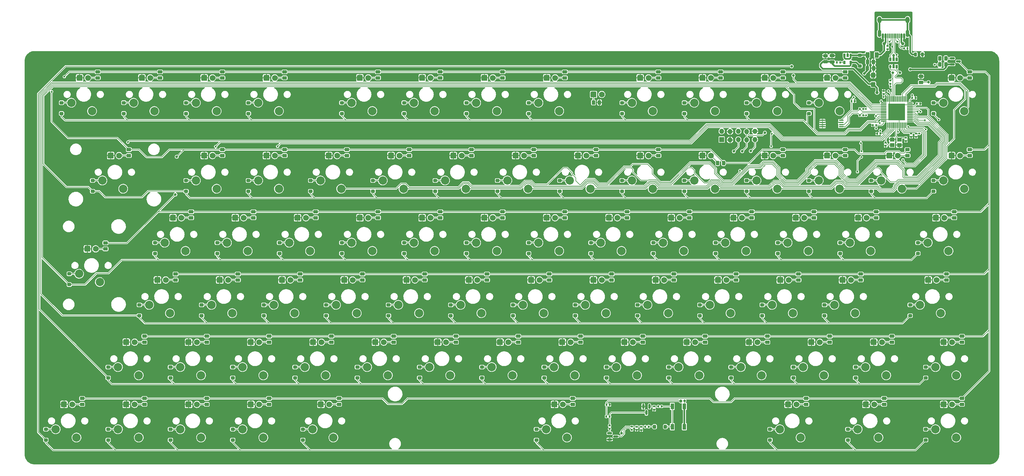
<source format=gbr>
%TF.GenerationSoftware,KiCad,Pcbnew,(6.0.2)*%
%TF.CreationDate,2022-03-05T21:23:45-03:00*%
%TF.ProjectId,BareDevRev2,42617265-4465-4765-9265-76322e6b6963,V1.1.0*%
%TF.SameCoordinates,Original*%
%TF.FileFunction,Copper,L1,Top*%
%TF.FilePolarity,Positive*%
%FSLAX46Y46*%
G04 Gerber Fmt 4.6, Leading zero omitted, Abs format (unit mm)*
G04 Created by KiCad (PCBNEW (6.0.2)) date 2022-03-05 21:23:45*
%MOMM*%
%LPD*%
G01*
G04 APERTURE LIST*
G04 Aperture macros list*
%AMRoundRect*
0 Rectangle with rounded corners*
0 $1 Rounding radius*
0 $2 $3 $4 $5 $6 $7 $8 $9 X,Y pos of 4 corners*
0 Add a 4 corners polygon primitive as box body*
4,1,4,$2,$3,$4,$5,$6,$7,$8,$9,$2,$3,0*
0 Add four circle primitives for the rounded corners*
1,1,$1+$1,$2,$3*
1,1,$1+$1,$4,$5*
1,1,$1+$1,$6,$7*
1,1,$1+$1,$8,$9*
0 Add four rect primitives between the rounded corners*
20,1,$1+$1,$2,$3,$4,$5,0*
20,1,$1+$1,$4,$5,$6,$7,0*
20,1,$1+$1,$6,$7,$8,$9,0*
20,1,$1+$1,$8,$9,$2,$3,0*%
G04 Aperture macros list end*
%TA.AperFunction,SMDPad,CuDef*%
%ADD10RoundRect,0.250000X0.350000X-0.250000X0.350000X0.250000X-0.350000X0.250000X-0.350000X-0.250000X0*%
%TD*%
%TA.AperFunction,ComponentPad*%
%ADD11C,2.540000*%
%TD*%
%TA.AperFunction,SMDPad,CuDef*%
%ADD12RoundRect,0.200000X-0.537500X0.000000X0.537500X0.000000X0.537500X0.000000X-0.537500X0.000000X0*%
%TD*%
%TA.AperFunction,SMDPad,CuDef*%
%ADD13R,1.475000X0.400000*%
%TD*%
%TA.AperFunction,ComponentPad*%
%ADD14C,1.778000*%
%TD*%
%TA.AperFunction,ComponentPad*%
%ADD15RoundRect,0.177800X0.711200X0.711200X-0.711200X0.711200X-0.711200X-0.711200X0.711200X-0.711200X0*%
%TD*%
%TA.AperFunction,SMDPad,CuDef*%
%ADD16RoundRect,0.250000X-0.450000X0.262500X-0.450000X-0.262500X0.450000X-0.262500X0.450000X0.262500X0*%
%TD*%
%TA.AperFunction,SMDPad,CuDef*%
%ADD17RoundRect,0.135000X0.185000X-0.135000X0.185000X0.135000X-0.185000X0.135000X-0.185000X-0.135000X0*%
%TD*%
%TA.AperFunction,SMDPad,CuDef*%
%ADD18RoundRect,0.140000X-0.170000X0.140000X-0.170000X-0.140000X0.170000X-0.140000X0.170000X0.140000X0*%
%TD*%
%TA.AperFunction,SMDPad,CuDef*%
%ADD19RoundRect,0.250000X-0.262500X-0.450000X0.262500X-0.450000X0.262500X0.450000X-0.262500X0.450000X0*%
%TD*%
%TA.AperFunction,SMDPad,CuDef*%
%ADD20RoundRect,0.140000X0.140000X0.170000X-0.140000X0.170000X-0.140000X-0.170000X0.140000X-0.170000X0*%
%TD*%
%TA.AperFunction,SMDPad,CuDef*%
%ADD21RoundRect,0.150000X-0.150000X0.587500X-0.150000X-0.587500X0.150000X-0.587500X0.150000X0.587500X0*%
%TD*%
%TA.AperFunction,SMDPad,CuDef*%
%ADD22RoundRect,0.150000X0.000000X-0.750000X0.000000X0.750000X0.000000X0.750000X0.000000X-0.750000X0*%
%TD*%
%TA.AperFunction,SMDPad,CuDef*%
%ADD23R,0.300000X1.800000*%
%TD*%
%TA.AperFunction,SMDPad,CuDef*%
%ADD24R,1.800000X0.300000*%
%TD*%
%TA.AperFunction,ComponentPad*%
%ADD25C,0.600000*%
%TD*%
%TA.AperFunction,SMDPad,CuDef*%
%ADD26R,5.200000X5.200000*%
%TD*%
%TA.AperFunction,SMDPad,CuDef*%
%ADD27R,1.100000X1.800000*%
%TD*%
%TA.AperFunction,SMDPad,CuDef*%
%ADD28RoundRect,0.250000X-0.250000X-0.350000X0.250000X-0.350000X0.250000X0.350000X-0.250000X0.350000X0*%
%TD*%
%TA.AperFunction,SMDPad,CuDef*%
%ADD29RoundRect,0.135000X-0.135000X-0.185000X0.135000X-0.185000X0.135000X0.185000X-0.135000X0.185000X0*%
%TD*%
%TA.AperFunction,SMDPad,CuDef*%
%ADD30RoundRect,0.135000X-0.185000X0.135000X-0.185000X-0.135000X0.185000X-0.135000X0.185000X0.135000X0*%
%TD*%
%TA.AperFunction,SMDPad,CuDef*%
%ADD31RoundRect,0.250000X0.262500X0.450000X-0.262500X0.450000X-0.262500X-0.450000X0.262500X-0.450000X0*%
%TD*%
%TA.AperFunction,SMDPad,CuDef*%
%ADD32RoundRect,0.250000X0.475000X-0.250000X0.475000X0.250000X-0.475000X0.250000X-0.475000X-0.250000X0*%
%TD*%
%TA.AperFunction,ComponentPad*%
%ADD33R,1.524000X1.524000*%
%TD*%
%TA.AperFunction,ComponentPad*%
%ADD34O,1.524000X1.524000*%
%TD*%
%TA.AperFunction,SMDPad,CuDef*%
%ADD35RoundRect,0.325000X0.000000X-0.205000X0.000000X0.205000X0.000000X0.205000X0.000000X-0.205000X0*%
%TD*%
%TA.AperFunction,SMDPad,CuDef*%
%ADD36R,0.650000X1.060000*%
%TD*%
%TA.AperFunction,SMDPad,CuDef*%
%ADD37RoundRect,0.135000X0.135000X0.185000X-0.135000X0.185000X-0.135000X-0.185000X0.135000X-0.185000X0*%
%TD*%
%TA.AperFunction,SMDPad,CuDef*%
%ADD38RoundRect,0.150000X-0.587500X-0.150000X0.587500X-0.150000X0.587500X0.150000X-0.587500X0.150000X0*%
%TD*%
%TA.AperFunction,SMDPad,CuDef*%
%ADD39RoundRect,0.250000X0.425000X-0.537500X0.425000X0.537500X-0.425000X0.537500X-0.425000X-0.537500X0*%
%TD*%
%TA.AperFunction,SMDPad,CuDef*%
%ADD40RoundRect,0.325000X0.000000X0.205000X0.000000X-0.205000X0.000000X-0.205000X0.000000X0.205000X0*%
%TD*%
%TA.AperFunction,SMDPad,CuDef*%
%ADD41RoundRect,0.250000X0.450000X-0.262500X0.450000X0.262500X-0.450000X0.262500X-0.450000X-0.262500X0*%
%TD*%
%TA.AperFunction,SMDPad,CuDef*%
%ADD42RoundRect,0.218750X0.218750X0.381250X-0.218750X0.381250X-0.218750X-0.381250X0.218750X-0.381250X0*%
%TD*%
%TA.AperFunction,SMDPad,CuDef*%
%ADD43RoundRect,0.150000X0.150000X0.575000X-0.150000X0.575000X-0.150000X-0.575000X0.150000X-0.575000X0*%
%TD*%
%TA.AperFunction,SMDPad,CuDef*%
%ADD44RoundRect,0.075000X0.075000X0.650000X-0.075000X0.650000X-0.075000X-0.650000X0.075000X-0.650000X0*%
%TD*%
%TA.AperFunction,ComponentPad*%
%ADD45O,1.100000X2.200000*%
%TD*%
%TA.AperFunction,ComponentPad*%
%ADD46O,1.300000X1.900000*%
%TD*%
%TA.AperFunction,SMDPad,CuDef*%
%ADD47R,1.400000X1.200000*%
%TD*%
%TA.AperFunction,SMDPad,CuDef*%
%ADD48RoundRect,0.250000X-0.250000X-0.475000X0.250000X-0.475000X0.250000X0.475000X-0.250000X0.475000X0*%
%TD*%
%TA.AperFunction,SMDPad,CuDef*%
%ADD49RoundRect,0.250000X-0.350000X0.250000X-0.350000X-0.250000X0.350000X-0.250000X0.350000X0.250000X0*%
%TD*%
%TA.AperFunction,SMDPad,CuDef*%
%ADD50RoundRect,0.250000X-0.375000X-0.625000X0.375000X-0.625000X0.375000X0.625000X-0.375000X0.625000X0*%
%TD*%
%TA.AperFunction,SMDPad,CuDef*%
%ADD51RoundRect,0.140000X-0.140000X-0.170000X0.140000X-0.170000X0.140000X0.170000X-0.140000X0.170000X0*%
%TD*%
%TA.AperFunction,ViaPad*%
%ADD52C,0.600000*%
%TD*%
%TA.AperFunction,ViaPad*%
%ADD53C,1.000000*%
%TD*%
%TA.AperFunction,ViaPad*%
%ADD54C,0.800000*%
%TD*%
%TA.AperFunction,Conductor*%
%ADD55C,0.200000*%
%TD*%
%TA.AperFunction,Conductor*%
%ADD56C,0.500000*%
%TD*%
G04 APERTURE END LIST*
D10*
%TO.P,D_162,1,K*%
%TO.N,ROW4*%
X165576012Y-136327500D03*
%TO.P,D_162,2,A*%
%TO.N,Net-(D_162-Pad2)*%
X165576012Y-133027500D03*
%TD*%
D11*
%TO.P,K_106,1,1*%
%TO.N,COL6*%
X189213512Y-54605000D03*
%TO.P,K_106,2,2*%
%TO.N,Net-(D_106-Pad2)*%
X182863512Y-52065000D03*
%TD*%
D12*
%TO.P,U1,1,A0*%
%TO.N,GND*%
X269731947Y-57456502D03*
D13*
%TO.P,U1,2,A1*%
X269731947Y-58106502D03*
%TO.P,U1,3,A2*%
X269731947Y-58756502D03*
%TO.P,U1,4,GND*%
X269731947Y-59406502D03*
%TO.P,U1,5,SDA*%
%TO.N,SDA*%
X275456947Y-59406502D03*
%TO.P,U1,6,SCL*%
%TO.N,SCL*%
X275456947Y-58756502D03*
%TO.P,U1,7,WP*%
%TO.N,GND*%
X275456947Y-58106502D03*
%TO.P,U1,8,VCC*%
%TO.N,3V3*%
X275456947Y-57456502D03*
%TD*%
D11*
%TO.P,K_156,1,1*%
%TO.N,COL1*%
X289226012Y-135567500D03*
%TO.P,K_156,2,2*%
%TO.N,Net-(D_156-Pad2)*%
X282876012Y-133027500D03*
%TD*%
D10*
%TO.P,D_148,1,K*%
%TO.N,ROW3*%
X175101012Y-117277500D03*
%TO.P,D_148,2,A*%
%TO.N,Net-(D_148-Pad2)*%
X175101012Y-113977500D03*
%TD*%
D11*
%TO.P,K_110,1,1*%
%TO.N,COL10*%
X103488512Y-54605000D03*
%TO.P,K_110,2,2*%
%TO.N,Net-(D_110-Pad2)*%
X97138512Y-52065000D03*
%TD*%
D10*
%TO.P,D_130,1,K*%
%TO.N,ROW2*%
X256063512Y-98227500D03*
%TO.P,D_130,2,A*%
%TO.N,Net-(D_130-Pad2)*%
X256063512Y-94927500D03*
%TD*%
D11*
%TO.P,K_102,1,1*%
%TO.N,COL2*%
X274938512Y-54605000D03*
%TO.P,K_102,2,2*%
%TO.N,Net-(D_102-Pad2)*%
X268588512Y-52065000D03*
%TD*%
D14*
%TO.P,LED139,A,A*%
%TO.N,Net-(LED139-PadA)*%
X92693512Y-87307500D03*
D15*
%TO.P,LED139,K,K*%
%TO.N,GND*%
X90153512Y-87307500D03*
%TD*%
D11*
%TO.P,K_154,1,1*%
%TO.N,COL12*%
X70151012Y-116517500D03*
%TO.P,K_154,2,2*%
%TO.N,Net-(D_154-Pad2)*%
X63801012Y-113977500D03*
%TD*%
%TO.P,K_144,1,1*%
%TO.N,COL2*%
X260651012Y-116517500D03*
%TO.P,K_144,2,2*%
%TO.N,Net-(D_144-Pad2)*%
X254301012Y-113977500D03*
%TD*%
D14*
%TO.P,LED127,A,A*%
%TO.N,Net-(LED127-PadA)*%
X54593512Y-68257500D03*
D15*
%TO.P,LED127,K,K*%
%TO.N,GND*%
X52053512Y-68257500D03*
%TD*%
D11*
%TO.P,K_149,1,1*%
%TO.N,COL7*%
X165401012Y-116517500D03*
%TO.P,K_149,2,2*%
%TO.N,Net-(D_149-Pad2)*%
X159051012Y-113977500D03*
%TD*%
D14*
%TO.P,LED114,A,A*%
%TO.N,Net-(LED114-PadA)*%
X311768512Y-68257500D03*
D15*
%TO.P,LED114,K,K*%
%TO.N,GND*%
X309228512Y-68257500D03*
%TD*%
D14*
%TO.P,LED152,A,A*%
%TO.N,Net-(LED152-PadA)*%
X106981012Y-106357500D03*
D15*
%TO.P,LED152,K,K*%
%TO.N,GND*%
X104441012Y-106357500D03*
%TD*%
D16*
%TO.P,R148,1*%
%TO.N,/VLED*%
X186181012Y-104533000D03*
%TO.P,R148,2*%
%TO.N,Net-(LED148-PadA)*%
X186181012Y-106358000D03*
%TD*%
D14*
%TO.P,LED154,A,A*%
%TO.N,Net-(LED154-PadA)*%
X68881012Y-106357500D03*
D15*
%TO.P,LED154,K,K*%
%TO.N,GND*%
X66341012Y-106357500D03*
%TD*%
D17*
%TO.P,R303,1*%
%TO.N,Net-(Q301-Pad3)*%
X211401862Y-152283208D03*
%TO.P,R303,2*%
%TO.N,BOOT0*%
X211401862Y-151263208D03*
%TD*%
D14*
%TO.P,LED126,A,A*%
%TO.N,Net-(LED126-PadA)*%
X83168512Y-68257500D03*
D15*
%TO.P,LED126,K,K*%
%TO.N,GND*%
X80628512Y-68257500D03*
%TD*%
D11*
%TO.P,K_155,1,1*%
%TO.N,COL0*%
X310657262Y-135567500D03*
%TO.P,K_155,2,2*%
%TO.N,Net-(D_155-Pad2)*%
X304307262Y-133027500D03*
%TD*%
%TO.P,K_147,1,1*%
%TO.N,COL5*%
X203501012Y-116517500D03*
%TO.P,K_147,2,2*%
%TO.N,Net-(D_147-Pad2)*%
X197151012Y-113977500D03*
%TD*%
%TO.P,K_150,1,1*%
%TO.N,COL8*%
X146351012Y-116517500D03*
%TO.P,K_150,2,2*%
%TO.N,Net-(D_150-Pad2)*%
X140001012Y-113977500D03*
%TD*%
D16*
%TO.P,R165,1*%
%TO.N,/VLED*%
X119506012Y-123583000D03*
%TO.P,R165,2*%
%TO.N,Net-(LED165-PadA)*%
X119506012Y-125408000D03*
%TD*%
%TO.P,R108,1*%
%TO.N,/VLED*%
X152843512Y-42620500D03*
%TO.P,R108,2*%
%TO.N,Net-(LED108-PadA)*%
X152843512Y-44445500D03*
%TD*%
D18*
%TO.P,C9,1*%
%TO.N,XTAL_IN*%
X289048512Y-64306116D03*
%TO.P,C9,2*%
%TO.N,GND*%
X289048512Y-65266116D03*
%TD*%
D16*
%TO.P,R166,1*%
%TO.N,/VLED*%
X100456012Y-123583000D03*
%TO.P,R166,2*%
%TO.N,Net-(LED166-PadA)*%
X100456012Y-125408000D03*
%TD*%
D14*
%TO.P,LED156,A,A*%
%TO.N,Net-(LED156-PadA)*%
X287956012Y-125407500D03*
D15*
%TO.P,LED156,K,K*%
%TO.N,GND*%
X285416012Y-125407500D03*
%TD*%
D10*
%TO.P,D_171,1,K*%
%TO.N,ROW5*%
X253682262Y-155377500D03*
%TO.P,D_171,2,A*%
%TO.N,Net-(D_171-Pad2)*%
X253682262Y-152077500D03*
%TD*%
D11*
%TO.P,K_115,1,1*%
%TO.N,COL1*%
X293988512Y-78417500D03*
%TO.P,K_115,2,2*%
%TO.N,Net-(D_115-Pad2)*%
X287638512Y-75877500D03*
%TD*%
%TO.P,K_117,1,1*%
%TO.N,COL3*%
X255888512Y-78417500D03*
%TO.P,K_117,2,2*%
%TO.N,Net-(D_117-Pad2)*%
X249538512Y-75877500D03*
%TD*%
D16*
%TO.P,R107,1*%
%TO.N,/VLED*%
X171893512Y-42620500D03*
%TO.P,R107,2*%
%TO.N,Net-(LED107-PadA)*%
X171893512Y-44445500D03*
%TD*%
%TO.P,R110,1*%
%TO.N,/VLED*%
X105218512Y-42620500D03*
%TO.P,R110,2*%
%TO.N,Net-(LED110-PadA)*%
X105218512Y-44445500D03*
%TD*%
D10*
%TO.P,D_114,1,K*%
%TO.N,ROW1*%
X303688512Y-79177500D03*
%TO.P,D_114,2,A*%
%TO.N,Net-(D_114-Pad2)*%
X303688512Y-75877500D03*
%TD*%
D14*
%TO.P,LED117,A,A*%
%TO.N,Net-(LED117-PadA)*%
X254618512Y-68257500D03*
D15*
%TO.P,LED117,K,K*%
%TO.N,GND*%
X252078512Y-68257500D03*
%TD*%
D14*
%TO.P,LED150,A,A*%
%TO.N,Net-(LED150-PadA)*%
X145081012Y-106357500D03*
D15*
%TO.P,LED150,K,K*%
%TO.N,GND*%
X142541012Y-106357500D03*
%TD*%
D11*
%TO.P,K_173,1,1*%
%TO.N,COL9*%
X120157262Y-154617500D03*
%TO.P,K_173,2,2*%
%TO.N,Net-(D_173-Pad2)*%
X113807262Y-152077500D03*
%TD*%
%TO.P,K_127,1,1*%
%TO.N,COL13*%
X55863512Y-78417500D03*
%TO.P,K_127,2,2*%
%TO.N,Net-(D_127-Pad2)*%
X49513512Y-75877500D03*
%TD*%
D10*
%TO.P,D_116,1,K*%
%TO.N,ROW1*%
X265588512Y-79177500D03*
%TO.P,D_116,2,A*%
%TO.N,Net-(D_116-Pad2)*%
X265588512Y-75877500D03*
%TD*%
D19*
%TO.P,R7,1*%
%TO.N,Net-(LED1-PadK)*%
X199691012Y-51992200D03*
%TO.P,R7,2*%
%TO.N,GND*%
X201516012Y-51992200D03*
%TD*%
D16*
%TO.P,R157,1*%
%TO.N,/VLED*%
X271906012Y-123583000D03*
%TO.P,R157,2*%
%TO.N,Net-(LED157-PadA)*%
X271906012Y-125408000D03*
%TD*%
D20*
%TO.P,C11,1*%
%TO.N,GND*%
X299578540Y-52386117D03*
%TO.P,C11,2*%
%TO.N,Net-(C11-Pad2)*%
X298618540Y-52386117D03*
%TD*%
D11*
%TO.P,K_112,1,1*%
%TO.N,COL12*%
X65388512Y-54605000D03*
%TO.P,K_112,2,2*%
%TO.N,Net-(D_112-Pad2)*%
X59038512Y-52065000D03*
%TD*%
D14*
%TO.P,LED155,A,A*%
%TO.N,Net-(LED155-PadA)*%
X309387262Y-125407500D03*
D15*
%TO.P,LED155,K,K*%
%TO.N,GND*%
X306847262Y-125407500D03*
%TD*%
D14*
%TO.P,LED118,A,A*%
%TO.N,Net-(LED118-PadA)*%
X235568512Y-68257500D03*
D15*
%TO.P,LED118,K,K*%
%TO.N,GND*%
X233028512Y-68257500D03*
%TD*%
D10*
%TO.P,D_177,1,K*%
%TO.N,ROW5*%
X32226012Y-155377500D03*
%TO.P,D_177,2,A*%
%TO.N,Net-(D_177-Pad2)*%
X32226012Y-152077500D03*
%TD*%
D20*
%TO.P,C1,1*%
%TO.N,GND*%
X279578540Y-51586117D03*
%TO.P,C1,2*%
%TO.N,3V3*%
X278618540Y-51586117D03*
%TD*%
D16*
%TO.P,R126,1*%
%TO.N,/VLED*%
X86168512Y-66433000D03*
%TO.P,R126,2*%
%TO.N,Net-(LED126-PadA)*%
X86168512Y-68258000D03*
%TD*%
D14*
%TO.P,LED122,A,A*%
%TO.N,Net-(LED122-PadA)*%
X159368512Y-68257500D03*
D15*
%TO.P,LED122,K,K*%
%TO.N,GND*%
X156828512Y-68257500D03*
%TD*%
D14*
%TO.P,LED104,A,A*%
%TO.N,Net-(LED104-PadA)*%
X235568512Y-44445000D03*
D15*
%TO.P,LED104,K,K*%
%TO.N,GND*%
X233028512Y-44445000D03*
%TD*%
D14*
%TO.P,LED167,A,A*%
%TO.N,Net-(LED167-PadA)*%
X78406012Y-125407500D03*
D15*
%TO.P,LED167,K,K*%
%TO.N,GND*%
X75866012Y-125407500D03*
%TD*%
D17*
%TO.P,R307,1*%
%TO.N,GND*%
X218249376Y-146113208D03*
%TO.P,R307,2*%
%TO.N,Net-(Q302-Pad1)*%
X218249376Y-145093208D03*
%TD*%
D10*
%TO.P,D_142,1,K*%
%TO.N,ROW3*%
X296544762Y-117277500D03*
%TO.P,D_142,2,A*%
%TO.N,Net-(D_142-Pad2)*%
X296544762Y-113977500D03*
%TD*%
D21*
%TO.P,Q302,1,G*%
%TO.N,Net-(Q302-Pad1)*%
X216815896Y-145093208D03*
%TO.P,Q302,2,S*%
%TO.N,GND*%
X214915896Y-145093208D03*
%TO.P,Q302,3,D*%
%TO.N,Net-(Q302-Pad3)*%
X215865896Y-146968208D03*
%TD*%
D14*
%TO.P,LED115,A,A*%
%TO.N,Net-(LED115-PadA)*%
X292718512Y-68257500D03*
D15*
%TO.P,LED115,K,K*%
%TO.N,GND*%
X290178512Y-68257500D03*
%TD*%
D22*
%TO.P,U2,1,VBAT*%
%TO.N,3V3*%
X289698512Y-58936116D03*
D23*
%TO.P,U2,2,PC13*%
%TO.N,COL13*%
X290198512Y-58936116D03*
%TO.P,U2,3,PC14_OSC32IN*%
%TO.N,COL12*%
X290698512Y-58936116D03*
%TO.P,U2,4,PC15_OSC32OUT*%
%TO.N,COL11*%
X291198512Y-58936116D03*
%TO.P,U2,5,PH0_OSCIN*%
%TO.N,XTAL_IN*%
X291698512Y-58936116D03*
%TO.P,U2,6,PH1_OSCOUT*%
%TO.N,XTAL_OUT*%
X292198512Y-58936116D03*
%TO.P,U2,7,NRST*%
%TO.N,NRST*%
X292698512Y-58936116D03*
%TO.P,U2,8,VSSA*%
%TO.N,GND*%
X293198512Y-58936116D03*
%TO.P,U2,9,VDDA/VREF+*%
%TO.N,3V3*%
X293698512Y-58936116D03*
%TO.P,U2,10,PA0-WKUP*%
%TO.N,COL10*%
X294198512Y-58936116D03*
%TO.P,U2,11,PA1*%
%TO.N,COL9*%
X294698512Y-58936116D03*
%TO.P,U2,12,PA2*%
%TO.N,COL8*%
X295198512Y-58936116D03*
D24*
%TO.P,U2,13,PA3*%
%TO.N,COL7*%
X296448512Y-57686116D03*
%TO.P,U2,14,PA4*%
%TO.N,COL6*%
X296448512Y-57186116D03*
%TO.P,U2,15,PA5*%
%TO.N,COL5*%
X296448512Y-56686116D03*
%TO.P,U2,16,PA6*%
%TO.N,LED_PWM*%
X296448512Y-56186116D03*
%TO.P,U2,17,PA7*%
%TO.N,COL4*%
X296448512Y-55686116D03*
%TO.P,U2,18,PB0*%
%TO.N,COL3*%
X296448512Y-55186116D03*
%TO.P,U2,19,PB1*%
%TO.N,CAPS_INDICATOR*%
X296448512Y-54686116D03*
%TO.P,U2,20,PB2*%
%TO.N,PB2{slash}BOOT1*%
X296448512Y-54186116D03*
%TO.P,U2,21,B10*%
%TO.N,COL2*%
X296448512Y-53686116D03*
%TO.P,U2,22,VCAP_1*%
%TO.N,Net-(C11-Pad2)*%
X296448512Y-53186116D03*
%TO.P,U2,23,VSS*%
%TO.N,GND*%
X296448512Y-52686116D03*
%TO.P,U2,24,VDD*%
%TO.N,3V3*%
X296448512Y-52186116D03*
D23*
%TO.P,U2,25,PB12*%
%TO.N,COL1*%
X295198512Y-50936116D03*
%TO.P,U2,26,PB13/SPI2_SCK*%
%TO.N,unconnected-(U2-Pad26)*%
X294698512Y-50936116D03*
%TO.P,U2,27,PB14*%
%TO.N,COL0*%
X294198512Y-50936116D03*
%TO.P,U2,28,PB15/SPI2_MOSI*%
%TO.N,unconnected-(U2-Pad28)*%
X293698512Y-50936116D03*
%TO.P,U2,29,PA8*%
%TO.N,unconnected-(U2-Pad29)*%
X293198512Y-50936116D03*
%TO.P,U2,30,PA9/USB_FS_VBUS*%
%TO.N,unconnected-(U2-Pad30)*%
X292698512Y-50936116D03*
%TO.P,U2,31,PA10*%
%TO.N,unconnected-(U2-Pad31)*%
X292198512Y-50936116D03*
%TO.P,U2,32,PA11/USB_FS_DM*%
%TO.N,D-*%
X291698512Y-50936116D03*
%TO.P,U2,33,PA12/USB_FS_DP*%
%TO.N,D+*%
X291198512Y-50936116D03*
%TO.P,U2,34,PA12/SWDIO*%
%TO.N,SWDIO*%
X290698512Y-50936116D03*
%TO.P,U2,35,VSS*%
%TO.N,GND*%
X290198512Y-50936116D03*
%TO.P,U2,36,VDD*%
%TO.N,3V3*%
X289698512Y-50936116D03*
D24*
%TO.P,U2,37,PA14/SWCLK*%
%TO.N,SWCLK*%
X288448512Y-52186116D03*
%TO.P,U2,38,PA15*%
%TO.N,ROW5*%
X288448512Y-52686116D03*
%TO.P,U2,39,PB3*%
%TO.N,ROW4*%
X288448512Y-53186116D03*
%TO.P,U2,40,PB4*%
%TO.N,ROW3*%
X288448512Y-53686116D03*
%TO.P,U2,41,PB5*%
%TO.N,ROW2*%
X288448512Y-54186116D03*
%TO.P,U2,42,PB6/I2C1_SCL*%
%TO.N,SCL*%
X288448512Y-54686116D03*
%TO.P,U2,43,PB7/I2C1_SDA*%
%TO.N,SDA*%
X288448512Y-55186116D03*
%TO.P,U2,44,BOOT0*%
%TO.N,BOOT0*%
X288448512Y-55686116D03*
%TO.P,U2,45,PB8*%
%TO.N,ROW1*%
X288448512Y-56186116D03*
%TO.P,U2,46,PB9*%
%TO.N,ROW0*%
X288448512Y-56686116D03*
%TO.P,U2,47,VSS*%
%TO.N,GND*%
X288448512Y-57186116D03*
D25*
X293448512Y-52936116D03*
X293448512Y-56936116D03*
X293448512Y-55936116D03*
X294448512Y-54936116D03*
X290448512Y-54936116D03*
X290448512Y-56936116D03*
X291448512Y-54936116D03*
X290448512Y-52936116D03*
X294448512Y-55936116D03*
X291448512Y-56936116D03*
X291448512Y-52936116D03*
X291448512Y-55936116D03*
X290448512Y-53936116D03*
X291448512Y-53936116D03*
X292448512Y-53936116D03*
X292448512Y-52936116D03*
X293448512Y-53936116D03*
X294448512Y-56936116D03*
X294448512Y-52936116D03*
X293448512Y-54936116D03*
X292448512Y-54936116D03*
X292448512Y-56936116D03*
X290448512Y-55936116D03*
X292448512Y-55936116D03*
X294448512Y-53936116D03*
D24*
%TO.P,U2,48,VDD*%
%TO.N,3V3*%
X288448512Y-57686116D03*
D26*
%TO.P,U2,49,THERMAL*%
%TO.N,GND*%
X292448512Y-54936116D03*
%TD*%
D16*
%TO.P,R109,1*%
%TO.N,/VLED*%
X133793512Y-42620500D03*
%TO.P,R109,2*%
%TO.N,Net-(LED109-PadA)*%
X133793512Y-44445500D03*
%TD*%
D10*
%TO.P,D_118,1,K*%
%TO.N,ROW1*%
X227488512Y-79177500D03*
%TO.P,D_118,2,A*%
%TO.N,Net-(D_118-Pad2)*%
X227488512Y-75877500D03*
%TD*%
D18*
%TO.P,C301,1*%
%TO.N,BOOT0*%
X212908809Y-151293208D03*
%TO.P,C301,2*%
%TO.N,GND*%
X212908809Y-152253208D03*
%TD*%
D27*
%TO.P,SW301,1,A*%
%TO.N,3V3*%
X227508497Y-145093208D03*
X227508497Y-151293208D03*
%TO.P,SW301,2,B*%
%TO.N,Net-(D301-Pad2)*%
X223808497Y-151293208D03*
X223808497Y-145093208D03*
%TD*%
D16*
%TO.P,R103,1*%
%TO.N,/VLED*%
X257623512Y-42620500D03*
%TO.P,R103,2*%
%TO.N,Net-(LED103-PadA)*%
X257623512Y-44445500D03*
%TD*%
D14*
%TO.P,LED166,A,A*%
%TO.N,Net-(LED166-PadA)*%
X97456012Y-125407500D03*
D15*
%TO.P,LED166,K,K*%
%TO.N,GND*%
X94916012Y-125407500D03*
%TD*%
D11*
%TO.P,K_177,1,1*%
%TO.N,COL13*%
X41576012Y-154617500D03*
%TO.P,K_177,2,2*%
%TO.N,Net-(D_177-Pad2)*%
X35226012Y-152077500D03*
%TD*%
D14*
%TO.P,LED148,A,A*%
%TO.N,Net-(LED148-PadA)*%
X183181012Y-106357500D03*
D15*
%TO.P,LED148,K,K*%
%TO.N,GND*%
X180641012Y-106357500D03*
%TD*%
D28*
%TO.P,D301,1,K*%
%TO.N,Net-(D301-Pad1)*%
X218363968Y-151293208D03*
%TO.P,D301,2,A*%
%TO.N,Net-(D301-Pad2)*%
X221663968Y-151293208D03*
%TD*%
D16*
%TO.P,R101,1*%
%TO.N,/VLED*%
X314767882Y-42620440D03*
%TO.P,R101,2*%
%TO.N,Net-(LED101-PadA)*%
X314767882Y-44445440D03*
%TD*%
D14*
%TO.P,LED138,A,A*%
%TO.N,Net-(LED138-PadA)*%
X111743512Y-87307500D03*
D15*
%TO.P,LED138,K,K*%
%TO.N,GND*%
X109203512Y-87307500D03*
%TD*%
D16*
%TO.P,R177,1*%
%TO.N,/VLED*%
X43306012Y-142633000D03*
%TO.P,R177,2*%
%TO.N,Net-(LED177-PadA)*%
X43306012Y-144458000D03*
%TD*%
D10*
%TO.P,D_123,1,K*%
%TO.N,ROW1*%
X132238512Y-79177500D03*
%TO.P,D_123,2,A*%
%TO.N,Net-(D_123-Pad2)*%
X132238512Y-75877500D03*
%TD*%
D14*
%TO.P,LED162,A,A*%
%TO.N,Net-(LED162-PadA)*%
X173656012Y-125407500D03*
D15*
%TO.P,LED162,K,K*%
%TO.N,GND*%
X171116012Y-125407500D03*
%TD*%
D14*
%TO.P,LED106,A,A*%
%TO.N,Net-(LED106-PadA)*%
X187943512Y-44445000D03*
D15*
%TO.P,LED106,K,K*%
%TO.N,GND*%
X185403512Y-44445000D03*
%TD*%
D14*
%TO.P,LED163,A,A*%
%TO.N,Net-(LED163-PadA)*%
X154606012Y-125407500D03*
D15*
%TO.P,LED163,K,K*%
%TO.N,GND*%
X152066012Y-125407500D03*
%TD*%
D14*
%TO.P,LED105,A,A*%
%TO.N,Net-(LED105-PadA)*%
X216518512Y-44445000D03*
D15*
%TO.P,LED105,K,K*%
%TO.N,GND*%
X213978512Y-44445000D03*
%TD*%
D10*
%TO.P,D_176,1,K*%
%TO.N,ROW5*%
X51276012Y-155377500D03*
%TO.P,D_176,2,A*%
%TO.N,Net-(D_176-Pad2)*%
X51276012Y-152077500D03*
%TD*%
D29*
%TO.P,R301,1*%
%TO.N,BOOT0*%
X215529789Y-151293208D03*
%TO.P,R301,2*%
%TO.N,Net-(D301-Pad1)*%
X216549789Y-151293208D03*
%TD*%
D16*
%TO.P,R129,1*%
%TO.N,/VLED*%
X286193512Y-85483000D03*
%TO.P,R129,2*%
%TO.N,Net-(LED129-PadA)*%
X286193512Y-87308000D03*
%TD*%
D10*
%TO.P,D_121,1,K*%
%TO.N,ROW1*%
X170338512Y-79177500D03*
%TO.P,D_121,2,A*%
%TO.N,Net-(D_121-Pad2)*%
X170338512Y-75877500D03*
%TD*%
D11*
%TO.P,K_125,1,1*%
%TO.N,COL11*%
X103488512Y-78417500D03*
%TO.P,K_125,2,2*%
%TO.N,Net-(D_125-Pad2)*%
X97138512Y-75877500D03*
%TD*%
D16*
%TO.P,R143,1*%
%TO.N,/VLED*%
X281431012Y-104533000D03*
%TO.P,R143,2*%
%TO.N,Net-(LED143-PadA)*%
X281431012Y-106358000D03*
%TD*%
D30*
%TO.P,R304,1*%
%TO.N,Net-(Q302-Pad3)*%
X204647665Y-150920578D03*
%TO.P,R304,2*%
%TO.N,Net-(Q301-Pad1)*%
X204647665Y-151940578D03*
%TD*%
D31*
%TO.P,R118,1*%
%TO.N,/VLED*%
X239465015Y-70549248D03*
%TO.P,R118,2*%
%TO.N,Net-(LED118-PadA)*%
X237640015Y-70549248D03*
%TD*%
D14*
%TO.P,LED158,A,A*%
%TO.N,Net-(LED158-PadA)*%
X249856012Y-125407500D03*
D15*
%TO.P,LED158,K,K*%
%TO.N,GND*%
X247316012Y-125407500D03*
%TD*%
D11*
%TO.P,K_116,1,1*%
%TO.N,COL2*%
X274938512Y-78417500D03*
%TO.P,K_116,2,2*%
%TO.N,Net-(D_116-Pad2)*%
X268588512Y-75877500D03*
%TD*%
%TO.P,K_160,1,1*%
%TO.N,COL5*%
X213026012Y-135567500D03*
%TO.P,K_160,2,2*%
%TO.N,Net-(D_160-Pad2)*%
X206676012Y-133027500D03*
%TD*%
D16*
%TO.P,R164,1*%
%TO.N,/VLED*%
X138556012Y-123583000D03*
%TO.P,R164,2*%
%TO.N,Net-(LED164-PadA)*%
X138556012Y-125408000D03*
%TD*%
D14*
%TO.P,LED112,A,A*%
%TO.N,Net-(LED112-PadA)*%
X64118512Y-44445000D03*
D15*
%TO.P,LED112,K,K*%
%TO.N,GND*%
X61578512Y-44445000D03*
%TD*%
D14*
%TO.P,LED168,A,A*%
%TO.N,Net-(LED168-PadA)*%
X59356012Y-125407500D03*
D15*
%TO.P,LED168,K,K*%
%TO.N,GND*%
X56816012Y-125407500D03*
%TD*%
D14*
%TO.P,LED109,A,A*%
%TO.N,Net-(LED109-PadA)*%
X130793512Y-44445000D03*
D15*
%TO.P,LED109,K,K*%
%TO.N,GND*%
X128253512Y-44445000D03*
%TD*%
D10*
%TO.P,D_161,1,K*%
%TO.N,ROW4*%
X184626012Y-136327500D03*
%TO.P,D_161,2,A*%
%TO.N,Net-(D_161-Pad2)*%
X184626012Y-133027500D03*
%TD*%
D32*
%TO.P,C202,1*%
%TO.N,3V3*%
X272665127Y-39565008D03*
%TO.P,C202,2*%
%TO.N,GND*%
X272665127Y-37665008D03*
%TD*%
D11*
%TO.P,K_138,1,1*%
%TO.N,COL10*%
X113013512Y-97467500D03*
%TO.P,K_138,2,2*%
%TO.N,Net-(D_138-Pad2)*%
X106663512Y-94927500D03*
%TD*%
D10*
%TO.P,D_117,1,K*%
%TO.N,ROW1*%
X246538512Y-79177500D03*
%TO.P,D_117,2,A*%
%TO.N,Net-(D_117-Pad2)*%
X246538512Y-75877500D03*
%TD*%
%TO.P,D_111,1,K*%
%TO.N,ROW0*%
X75088512Y-55365000D03*
%TO.P,D_111,2,A*%
%TO.N,Net-(D_111-Pad2)*%
X75088512Y-52065000D03*
%TD*%
D16*
%TO.P,R128,1*%
%TO.N,/VLED*%
X310006012Y-85483000D03*
%TO.P,R128,2*%
%TO.N,Net-(LED128-PadA)*%
X310006012Y-87308000D03*
%TD*%
D10*
%TO.P,D_105,1,K*%
%TO.N,ROW0*%
X208438512Y-55365000D03*
%TO.P,D_105,2,A*%
%TO.N,Net-(D_105-Pad2)*%
X208438512Y-52065000D03*
%TD*%
%TO.P,D_160,1,K*%
%TO.N,ROW4*%
X203676012Y-136327500D03*
%TO.P,D_160,2,A*%
%TO.N,Net-(D_160-Pad2)*%
X203676012Y-133027500D03*
%TD*%
D19*
%TO.P,R6,1*%
%TO.N,LED_PWM*%
X305624932Y-40371183D03*
%TO.P,R6,2*%
%TO.N,5V*%
X307449932Y-40371183D03*
%TD*%
D10*
%TO.P,D_154,1,K*%
%TO.N,ROW3*%
X60801012Y-117277500D03*
%TO.P,D_154,2,A*%
%TO.N,Net-(D_154-Pad2)*%
X60801012Y-113977500D03*
%TD*%
D14*
%TO.P,LED177,A,A*%
%TO.N,Net-(LED177-PadA)*%
X40306012Y-144457500D03*
D15*
%TO.P,LED177,K,K*%
%TO.N,GND*%
X37766012Y-144457500D03*
%TD*%
D16*
%TO.P,R172,1*%
%TO.N,/VLED*%
X193324762Y-142633000D03*
%TO.P,R172,2*%
%TO.N,Net-(LED172-PadA)*%
X193324762Y-144458000D03*
%TD*%
%TO.P,R170,1*%
%TO.N,/VLED*%
X288574762Y-142633000D03*
%TO.P,R170,2*%
%TO.N,Net-(LED170-PadA)*%
X288574762Y-144458000D03*
%TD*%
D14*
%TO.P,LED147,A,A*%
%TO.N,Net-(LED147-PadA)*%
X202231012Y-106357500D03*
D15*
%TO.P,LED147,K,K*%
%TO.N,GND*%
X199691012Y-106357500D03*
%TD*%
D11*
%TO.P,K_152,1,1*%
%TO.N,COL10*%
X108251012Y-116517500D03*
%TO.P,K_152,2,2*%
%TO.N,Net-(D_152-Pad2)*%
X101901012Y-113977500D03*
%TD*%
D16*
%TO.P,R173,1*%
%TO.N,/VLED*%
X121887262Y-142633000D03*
%TO.P,R173,2*%
%TO.N,Net-(LED173-PadA)*%
X121887262Y-144458000D03*
%TD*%
D10*
%TO.P,D_147,1,K*%
%TO.N,ROW3*%
X194151012Y-117277500D03*
%TO.P,D_147,2,A*%
%TO.N,Net-(D_147-Pad2)*%
X194151012Y-113977500D03*
%TD*%
D14*
%TO.P,LED144,A,A*%
%TO.N,Net-(LED144-PadA)*%
X259381012Y-106357500D03*
D15*
%TO.P,LED144,K,K*%
%TO.N,GND*%
X256841012Y-106357500D03*
%TD*%
D10*
%TO.P,D_159,1,K*%
%TO.N,ROW4*%
X222726012Y-136327500D03*
%TO.P,D_159,2,A*%
%TO.N,Net-(D_159-Pad2)*%
X222726012Y-133027500D03*
%TD*%
D33*
%TO.P,X1,1,Pin_1*%
%TO.N,SWDIO*%
X238917270Y-63348639D03*
D34*
%TO.P,X1,2,Pin_2*%
%TO.N,SWCLK*%
X238917270Y-60808639D03*
%TO.P,X1,3,Pin_3*%
%TO.N,GND*%
X241457270Y-63475639D03*
%TO.P,X1,4,Pin_4*%
X241457270Y-60935639D03*
%TO.P,X1,5,Pin_5*%
%TO.N,BOOT0*%
X243997270Y-63348639D03*
%TO.P,X1,6,Pin_6*%
%TO.N,PB2{slash}BOOT1*%
X243997270Y-60808639D03*
%TO.P,X1,7,Pin_7*%
%TO.N,3V3*%
X246537270Y-63475639D03*
%TO.P,X1,8,Pin_8*%
X246537270Y-60935639D03*
%TO.P,X1,9,Pin_9*%
%TO.N,NRST*%
X249077270Y-63348639D03*
%TO.P,X1,10,Pin_10*%
%TO.N,GND*%
X249077270Y-60808639D03*
%TD*%
D10*
%TO.P,D_144,1,K*%
%TO.N,ROW3*%
X251301012Y-117277500D03*
%TO.P,D_144,2,A*%
%TO.N,Net-(D_144-Pad2)*%
X251301012Y-113977500D03*
%TD*%
D16*
%TO.P,R149,1*%
%TO.N,/VLED*%
X167131012Y-104533000D03*
%TO.P,R149,2*%
%TO.N,Net-(LED149-PadA)*%
X167131012Y-106358000D03*
%TD*%
D14*
%TO.P,LED1,A,A*%
%TO.N,CAPS_INDICATOR*%
X202231012Y-49525000D03*
D15*
%TO.P,LED1,K,K*%
%TO.N,Net-(LED1-PadK)*%
X199691012Y-49525000D03*
%TD*%
D10*
%TO.P,D_113,1,K*%
%TO.N,ROW0*%
X36988512Y-55365000D03*
%TO.P,D_113,2,A*%
%TO.N,Net-(D_113-Pad2)*%
X36988512Y-52065000D03*
%TD*%
D11*
%TO.P,K_168,1,1*%
%TO.N,COL13*%
X60626012Y-135567500D03*
%TO.P,K_168,2,2*%
%TO.N,Net-(D_168-Pad2)*%
X54276012Y-133027500D03*
%TD*%
D14*
%TO.P,LED140,A,A*%
%TO.N,Net-(LED140-PadA)*%
X73643512Y-87307500D03*
D15*
%TO.P,LED140,K,K*%
%TO.N,GND*%
X71103512Y-87307500D03*
%TD*%
D14*
%TO.P,LED157,A,A*%
%TO.N,Net-(LED157-PadA)*%
X268906012Y-125407500D03*
D15*
%TO.P,LED157,K,K*%
%TO.N,GND*%
X266366012Y-125407500D03*
%TD*%
D11*
%TO.P,K_158,1,1*%
%TO.N,COL3*%
X251126012Y-135567500D03*
%TO.P,K_158,2,2*%
%TO.N,Net-(D_158-Pad2)*%
X244776012Y-133027500D03*
%TD*%
D10*
%TO.P,D_110,1,K*%
%TO.N,ROW0*%
X94138512Y-55365000D03*
%TO.P,D_110,2,A*%
%TO.N,Net-(D_110-Pad2)*%
X94138512Y-52065000D03*
%TD*%
D11*
%TO.P,K_161,1,1*%
%TO.N,COL6*%
X193976012Y-135567500D03*
%TO.P,K_161,2,2*%
%TO.N,Net-(D_161-Pad2)*%
X187626012Y-133027500D03*
%TD*%
D16*
%TO.P,R145,1*%
%TO.N,/VLED*%
X243331012Y-104533000D03*
%TO.P,R145,2*%
%TO.N,Net-(LED145-PadA)*%
X243331012Y-106358000D03*
%TD*%
D14*
%TO.P,LED136,A,A*%
%TO.N,Net-(LED136-PadA)*%
X149843512Y-87307500D03*
D15*
%TO.P,LED136,K,K*%
%TO.N,GND*%
X147303512Y-87307500D03*
%TD*%
D11*
%TO.P,K_137,1,1*%
%TO.N,COL9*%
X132063512Y-97467500D03*
%TO.P,K_137,2,2*%
%TO.N,Net-(D_137-Pad2)*%
X125713512Y-94927500D03*
%TD*%
D10*
%TO.P,D_155,1,K*%
%TO.N,ROW4*%
X301307262Y-136327500D03*
%TO.P,D_155,2,A*%
%TO.N,Net-(D_155-Pad2)*%
X301307262Y-133027500D03*
%TD*%
D30*
%TO.P,R402,1*%
%TO.N,Net-(J401-PadB5)*%
X289625942Y-34649124D03*
%TO.P,R402,2*%
%TO.N,GND*%
X289625942Y-35669124D03*
%TD*%
D11*
%TO.P,K_175,1,1*%
%TO.N,COL11*%
X79676012Y-154617500D03*
%TO.P,K_175,2,2*%
%TO.N,Net-(D_175-Pad2)*%
X73326012Y-152077500D03*
%TD*%
D14*
%TO.P,LED171,A,A*%
%TO.N,Net-(LED171-PadA)*%
X261762262Y-144457500D03*
D15*
%TO.P,LED171,K,K*%
%TO.N,GND*%
X259222262Y-144457500D03*
%TD*%
D35*
%TO.P,U3,1,I/O1*%
%TO.N,D-*%
X290498512Y-41008119D03*
D36*
%TO.P,U3,2,GND*%
%TO.N,GND*%
X291448512Y-41008119D03*
%TO.P,U3,3,I/O2*%
%TO.N,D+*%
X292398512Y-41008119D03*
%TO.P,U3,4,I/O2*%
%TO.N,DBUS+*%
X292398512Y-38808119D03*
%TO.P,U3,5,VBUS*%
%TO.N,VBUS*%
X291448512Y-38808119D03*
%TO.P,U3,6,I/O1*%
%TO.N,DBUS-*%
X290498512Y-38808119D03*
%TD*%
D10*
%TO.P,D_109,1,K*%
%TO.N,ROW0*%
X122713512Y-55365000D03*
%TO.P,D_109,2,A*%
%TO.N,Net-(D_109-Pad2)*%
X122713512Y-52065000D03*
%TD*%
D14*
%TO.P,LED142,A,A*%
%TO.N,Net-(LED142-PadA)*%
X304624762Y-106357500D03*
D15*
%TO.P,LED142,K,K*%
%TO.N,GND*%
X302084762Y-106357500D03*
%TD*%
D37*
%TO.P,R401,1*%
%TO.N,GND*%
X295687099Y-35401633D03*
%TO.P,R401,2*%
%TO.N,Net-(J401-PadA5)*%
X294667099Y-35401633D03*
%TD*%
D14*
%TO.P,LED161,A,A*%
%TO.N,Net-(LED161-PadA)*%
X192706012Y-125407500D03*
D15*
%TO.P,LED161,K,K*%
%TO.N,GND*%
X190166012Y-125407500D03*
%TD*%
D11*
%TO.P,K_126,1,1*%
%TO.N,COL12*%
X84438512Y-78417500D03*
%TO.P,K_126,2,2*%
%TO.N,Net-(D_126-Pad2)*%
X78088512Y-75877500D03*
%TD*%
%TO.P,K_142,1,1*%
%TO.N,COL0*%
X305894762Y-116517500D03*
%TO.P,K_142,2,2*%
%TO.N,Net-(D_142-Pad2)*%
X299544762Y-113977500D03*
%TD*%
D14*
%TO.P,LED165,A,A*%
%TO.N,Net-(LED165-PadA)*%
X116506012Y-125407500D03*
D15*
%TO.P,LED165,K,K*%
%TO.N,GND*%
X113966012Y-125407500D03*
%TD*%
D16*
%TO.P,R131,1*%
%TO.N,/VLED*%
X248093512Y-85483000D03*
%TO.P,R131,2*%
%TO.N,Net-(LED131-PadA)*%
X248093512Y-87308000D03*
%TD*%
%TO.P,R135,1*%
%TO.N,/VLED*%
X171893512Y-85483000D03*
%TO.P,R135,2*%
%TO.N,Net-(LED135-PadA)*%
X171893512Y-87308000D03*
%TD*%
D10*
%TO.P,D_122,1,K*%
%TO.N,ROW1*%
X151288512Y-79177500D03*
%TO.P,D_122,2,A*%
%TO.N,Net-(D_122-Pad2)*%
X151288512Y-75877500D03*
%TD*%
D11*
%TO.P,K_143,1,1*%
%TO.N,COL1*%
X279701012Y-116517500D03*
%TO.P,K_143,2,2*%
%TO.N,Net-(D_143-Pad2)*%
X273351012Y-113977500D03*
%TD*%
D14*
%TO.P,LED103,A,A*%
%TO.N,Net-(LED103-PadA)*%
X254623512Y-44445000D03*
D15*
%TO.P,LED103,K,K*%
%TO.N,GND*%
X252083512Y-44445000D03*
%TD*%
D14*
%TO.P,LED110,A,A*%
%TO.N,Net-(LED110-PadA)*%
X102218512Y-44445000D03*
D15*
%TO.P,LED110,K,K*%
%TO.N,GND*%
X99678512Y-44445000D03*
%TD*%
D11*
%TO.P,K_101,1,1*%
%TO.N,COL0*%
X313038512Y-54605000D03*
%TO.P,K_101,2,2*%
%TO.N,Net-(D_101-Pad2)*%
X306688512Y-52065000D03*
%TD*%
%TO.P,K_130,1,1*%
%TO.N,COL2*%
X265413512Y-97467500D03*
%TO.P,K_130,2,2*%
%TO.N,Net-(D_130-Pad2)*%
X259063512Y-94927500D03*
%TD*%
D14*
%TO.P,LED172,A,A*%
%TO.N,Net-(LED172-PadA)*%
X190324762Y-144457500D03*
D15*
%TO.P,LED172,K,K*%
%TO.N,GND*%
X187784762Y-144457500D03*
%TD*%
D16*
%TO.P,R124,1*%
%TO.N,/VLED*%
X124268512Y-66433000D03*
%TO.P,R124,2*%
%TO.N,Net-(LED124-PadA)*%
X124268512Y-68258000D03*
%TD*%
%TO.P,R175,1*%
%TO.N,/VLED*%
X81406012Y-142633000D03*
%TO.P,R175,2*%
%TO.N,Net-(LED175-PadA)*%
X81406012Y-144458000D03*
%TD*%
D10*
%TO.P,D_132,1,K*%
%TO.N,ROW2*%
X217963512Y-98227500D03*
%TO.P,D_132,2,A*%
%TO.N,Net-(D_132-Pad2)*%
X217963512Y-94927500D03*
%TD*%
D38*
%TO.P,Q1,1,G*%
%TO.N,Net-(Q1-Pad1)*%
X309424963Y-38471183D03*
%TO.P,Q1,2,S*%
%TO.N,5V*%
X309424963Y-40371183D03*
%TO.P,Q1,3,D*%
%TO.N,/VLED*%
X311299963Y-39421183D03*
%TD*%
D10*
%TO.P,D_133,1,K*%
%TO.N,ROW2*%
X198913512Y-98227500D03*
%TO.P,D_133,2,A*%
%TO.N,Net-(D_133-Pad2)*%
X198913512Y-94927500D03*
%TD*%
D16*
%TO.P,R147,1*%
%TO.N,/VLED*%
X205231012Y-104533000D03*
%TO.P,R147,2*%
%TO.N,Net-(LED147-PadA)*%
X205231012Y-106358000D03*
%TD*%
D11*
%TO.P,K_159,1,1*%
%TO.N,COL4*%
X232076012Y-135567500D03*
%TO.P,K_159,2,2*%
%TO.N,Net-(D_159-Pad2)*%
X225726012Y-133027500D03*
%TD*%
%TO.P,K_131,1,1*%
%TO.N,COL3*%
X246363512Y-97467500D03*
%TO.P,K_131,2,2*%
%TO.N,Net-(D_131-Pad2)*%
X240013512Y-94927500D03*
%TD*%
%TO.P,K_135,1,1*%
%TO.N,COL7*%
X170163512Y-97467500D03*
%TO.P,K_135,2,2*%
%TO.N,Net-(D_135-Pad2)*%
X163813512Y-94927500D03*
%TD*%
D20*
%TO.P,C10,1*%
%TO.N,GND*%
X298158511Y-50586117D03*
%TO.P,C10,2*%
%TO.N,3V3*%
X297198511Y-50586117D03*
%TD*%
D29*
%TO.P,R306,1*%
%TO.N,Net-(Q302-Pad1)*%
X219503968Y-145093208D03*
%TO.P,R306,2*%
%TO.N,Net-(D301-Pad2)*%
X220523968Y-145093208D03*
%TD*%
D11*
%TO.P,K_109,1,1*%
%TO.N,COL9*%
X132063512Y-54605000D03*
%TO.P,K_109,2,2*%
%TO.N,Net-(D_109-Pad2)*%
X125713512Y-52065000D03*
%TD*%
D20*
%TO.P,C2,1*%
%TO.N,3V3*%
X287428512Y-61536116D03*
%TO.P,C2,2*%
%TO.N,GND*%
X286468512Y-61536116D03*
%TD*%
D39*
%TO.P,C5,1*%
%TO.N,3V3*%
X285248512Y-46473616D03*
%TO.P,C5,2*%
%TO.N,GND*%
X285248512Y-43598616D03*
%TD*%
D16*
%TO.P,R122,1*%
%TO.N,/VLED*%
X162368512Y-66433000D03*
%TO.P,R122,2*%
%TO.N,Net-(LED122-PadA)*%
X162368512Y-68258000D03*
%TD*%
D11*
%TO.P,K_108,1,1*%
%TO.N,COL8*%
X151113512Y-54605000D03*
%TO.P,K_108,2,2*%
%TO.N,Net-(D_108-Pad2)*%
X144763512Y-52065000D03*
%TD*%
D10*
%TO.P,D_173,1,K*%
%TO.N,ROW5*%
X110807262Y-155377500D03*
%TO.P,D_173,2,A*%
%TO.N,Net-(D_173-Pad2)*%
X110807262Y-152077500D03*
%TD*%
%TO.P,D_163,1,K*%
%TO.N,ROW4*%
X146526012Y-136327500D03*
%TO.P,D_163,2,A*%
%TO.N,Net-(D_163-Pad2)*%
X146526012Y-133027500D03*
%TD*%
D14*
%TO.P,LED101,A,A*%
%TO.N,Net-(LED101-PadA)*%
X311768330Y-44445440D03*
D15*
%TO.P,LED101,K,K*%
%TO.N,GND*%
X309228330Y-44445440D03*
%TD*%
D14*
%TO.P,LED120,A,A*%
%TO.N,Net-(LED120-PadA)*%
X197468512Y-68257500D03*
D15*
%TO.P,LED120,K,K*%
%TO.N,GND*%
X194928512Y-68257500D03*
%TD*%
D16*
%TO.P,R176,1*%
%TO.N,/VLED*%
X62356012Y-142633000D03*
%TO.P,R176,2*%
%TO.N,Net-(LED176-PadA)*%
X62356012Y-144458000D03*
%TD*%
D19*
%TO.P,R201,1*%
%TO.N,5V*%
X283504277Y-39533244D03*
%TO.P,R201,2*%
%TO.N,GND*%
X285329277Y-39533244D03*
%TD*%
D11*
%TO.P,K_132,1,1*%
%TO.N,COL4*%
X227313512Y-97467500D03*
%TO.P,K_132,2,2*%
%TO.N,Net-(D_132-Pad2)*%
X220963512Y-94927500D03*
%TD*%
D14*
%TO.P,LED134,A,A*%
%TO.N,Net-(LED134-PadA)*%
X187943512Y-87307500D03*
D15*
%TO.P,LED134,K,K*%
%TO.N,GND*%
X185403512Y-87307500D03*
%TD*%
D40*
%TO.P,U201,1,IN*%
%TO.N,5V*%
X278354268Y-37515008D03*
D36*
%TO.P,U201,2,GND*%
%TO.N,GND*%
X277404268Y-37515008D03*
%TO.P,U201,3,EN*%
%TO.N,5V*%
X276454268Y-37515008D03*
%TO.P,U201,4,BP/FB*%
%TO.N,Net-(C203-Pad2)*%
X276454268Y-39715008D03*
%TO.P,U201,5,OUT*%
%TO.N,3V3*%
X278354268Y-39715008D03*
%TD*%
D16*
%TO.P,R119,1*%
%TO.N,/VLED*%
X219518512Y-66433000D03*
%TO.P,R119,2*%
%TO.N,Net-(LED119-PadA)*%
X219518512Y-68258000D03*
%TD*%
D41*
%TO.P,R202,1*%
%TO.N,3V3*%
X270631768Y-39527508D03*
%TO.P,R202,2*%
%TO.N,GND*%
X270631768Y-37702508D03*
%TD*%
D10*
%TO.P,D_115,1,K*%
%TO.N,ROW1*%
X284638512Y-79177500D03*
%TO.P,D_115,2,A*%
%TO.N,Net-(D_115-Pad2)*%
X284638512Y-75877500D03*
%TD*%
D14*
%TO.P,LED174,A,A*%
%TO.N,Net-(LED174-PadA)*%
X97456012Y-144457500D03*
D15*
%TO.P,LED174,K,K*%
%TO.N,GND*%
X94916012Y-144457500D03*
%TD*%
D42*
%TO.P,FB401,1*%
%TO.N,GND*%
X300313969Y-37259910D03*
%TO.P,FB401,2*%
%TO.N,GNDPWR*%
X298188969Y-37259910D03*
%TD*%
D11*
%TO.P,K_107,1,1*%
%TO.N,COL7*%
X170163512Y-54605000D03*
%TO.P,K_107,2,2*%
%TO.N,Net-(D_107-Pad2)*%
X163813512Y-52065000D03*
%TD*%
D16*
%TO.P,R104,1*%
%TO.N,/VLED*%
X238568512Y-42620500D03*
%TO.P,R104,2*%
%TO.N,Net-(LED104-PadA)*%
X238568512Y-44445500D03*
%TD*%
D11*
%TO.P,K_171,1,1*%
%TO.N,COL2*%
X263032262Y-154617500D03*
%TO.P,K_171,2,2*%
%TO.N,Net-(D_171-Pad2)*%
X256682262Y-152077500D03*
%TD*%
D10*
%TO.P,D_166,1,K*%
%TO.N,ROW4*%
X89376012Y-136327500D03*
%TO.P,D_166,2,A*%
%TO.N,Net-(D_166-Pad2)*%
X89376012Y-133027500D03*
%TD*%
D43*
%TO.P,J401,A1,GND*%
%TO.N,GND*%
X294698512Y-31642354D03*
%TO.P,J401,A4,VBUS*%
%TO.N,VBUS*%
X293898512Y-31642354D03*
D44*
%TO.P,J401,A5,CC1*%
%TO.N,Net-(J401-PadA5)*%
X292698512Y-31642354D03*
%TO.P,J401,A6,D+*%
%TO.N,DBUS+*%
X291702512Y-31642354D03*
%TO.P,J401,A7,D-*%
%TO.N,DBUS-*%
X291198512Y-31642354D03*
%TO.P,J401,A8,SBU1*%
%TO.N,unconnected-(J401-PadA8)*%
X290198512Y-31642354D03*
D43*
%TO.P,J401,B1,GND*%
%TO.N,GND*%
X288198512Y-31642354D03*
%TO.P,J401,B4,VBUS*%
%TO.N,VBUS*%
X288998512Y-31642354D03*
D44*
%TO.P,J401,B5,CC2*%
%TO.N,Net-(J401-PadB5)*%
X289698512Y-31642354D03*
%TO.P,J401,B6,D+*%
%TO.N,DBUS+*%
X290698512Y-31642354D03*
%TO.P,J401,B7,D-*%
%TO.N,DBUS-*%
X292198512Y-31642354D03*
%TO.P,J401,B8,SBU2*%
%TO.N,unconnected-(J401-PadB8)*%
X293198512Y-31642354D03*
D45*
%TO.P,J401,S,SHIELD*%
%TO.N,GNDPWR*%
X295748512Y-30867354D03*
D46*
X295748512Y-26667354D03*
X287148512Y-26667354D03*
D45*
X287148512Y-30867354D03*
%TD*%
D16*
%TO.P,R163,1*%
%TO.N,/VLED*%
X157606012Y-123583000D03*
%TO.P,R163,2*%
%TO.N,Net-(LED163-PadA)*%
X157606012Y-125408000D03*
%TD*%
D18*
%TO.P,C6,1*%
%TO.N,3V3*%
X298348512Y-61536116D03*
%TO.P,C6,2*%
%TO.N,GND*%
X298348512Y-62496116D03*
%TD*%
D16*
%TO.P,R174,1*%
%TO.N,/VLED*%
X100456012Y-142633000D03*
%TO.P,R174,2*%
%TO.N,Net-(LED174-PadA)*%
X100456012Y-144458000D03*
%TD*%
%TO.P,R127,1*%
%TO.N,/VLED*%
X57593512Y-66433000D03*
%TO.P,R127,2*%
%TO.N,Net-(LED127-PadA)*%
X57593512Y-68258000D03*
%TD*%
%TO.P,R111,1*%
%TO.N,/VLED*%
X86168512Y-42620500D03*
%TO.P,R111,2*%
%TO.N,Net-(LED111-PadA)*%
X86168512Y-44445500D03*
%TD*%
D14*
%TO.P,LED176,A,A*%
%TO.N,Net-(LED176-PadA)*%
X59356012Y-144457500D03*
D15*
%TO.P,LED176,K,K*%
%TO.N,GND*%
X56816012Y-144457500D03*
%TD*%
D11*
%TO.P,K_140,1,1*%
%TO.N,COL12*%
X74913512Y-97467500D03*
%TO.P,K_140,2,2*%
%TO.N,Net-(D_140-Pad2)*%
X68563512Y-94927500D03*
%TD*%
D16*
%TO.P,R133,1*%
%TO.N,/VLED*%
X209993512Y-85483000D03*
%TO.P,R133,2*%
%TO.N,Net-(LED133-PadA)*%
X209993512Y-87308000D03*
%TD*%
%TO.P,R169,1*%
%TO.N,/VLED*%
X312387262Y-142633000D03*
%TO.P,R169,2*%
%TO.N,Net-(LED169-PadA)*%
X312387262Y-144458000D03*
%TD*%
D14*
%TO.P,LED133,A,A*%
%TO.N,Net-(LED133-PadA)*%
X206993512Y-87307500D03*
D15*
%TO.P,LED133,K,K*%
%TO.N,GND*%
X204453512Y-87307500D03*
%TD*%
D16*
%TO.P,R154,1*%
%TO.N,/VLED*%
X71881012Y-104533000D03*
%TO.P,R154,2*%
%TO.N,Net-(LED154-PadA)*%
X71881012Y-106358000D03*
%TD*%
D31*
%TO.P,R5,1*%
%TO.N,Net-(Q1-Pad1)*%
X307449932Y-38471183D03*
%TO.P,R5,2*%
%TO.N,LED_PWM*%
X305624932Y-38471183D03*
%TD*%
D16*
%TO.P,R121,1*%
%TO.N,/VLED*%
X181418512Y-66433000D03*
%TO.P,R121,2*%
%TO.N,Net-(LED121-PadA)*%
X181418512Y-68258000D03*
%TD*%
D11*
%TO.P,K_123,1,1*%
%TO.N,COL9*%
X141588512Y-78417500D03*
%TO.P,K_123,2,2*%
%TO.N,Net-(D_123-Pad2)*%
X135238512Y-75877500D03*
%TD*%
D10*
%TO.P,D_139,1,K*%
%TO.N,ROW2*%
X84613512Y-98227500D03*
%TO.P,D_139,2,A*%
%TO.N,Net-(D_139-Pad2)*%
X84613512Y-94927500D03*
%TD*%
D47*
%TO.P,Y1,1,1*%
%TO.N,XTAL_OUT*%
X293236012Y-63336116D03*
%TO.P,Y1,2,2*%
%TO.N,GND*%
X291036012Y-63336116D03*
%TO.P,Y1,3,3*%
%TO.N,XTAL_IN*%
X291036012Y-65036116D03*
%TO.P,Y1,4,4*%
%TO.N,GND*%
X293236012Y-65036116D03*
%TD*%
D10*
%TO.P,D_143,1,K*%
%TO.N,ROW3*%
X270351012Y-117277500D03*
%TO.P,D_143,2,A*%
%TO.N,Net-(D_143-Pad2)*%
X270351012Y-113977500D03*
%TD*%
%TO.P,D_141,1,K*%
%TO.N,ROW2*%
X39369762Y-107752500D03*
%TO.P,D_141,2,A*%
%TO.N,Net-(D_141-Pad2)*%
X39369762Y-104452500D03*
%TD*%
D11*
%TO.P,K_148,1,1*%
%TO.N,COL6*%
X184451012Y-116517500D03*
%TO.P,K_148,2,2*%
%TO.N,Net-(D_148-Pad2)*%
X178101012Y-113977500D03*
%TD*%
D10*
%TO.P,D_174,1,K*%
%TO.N,ROW5*%
X89376012Y-155377500D03*
%TO.P,D_174,2,A*%
%TO.N,Net-(D_174-Pad2)*%
X89376012Y-152077500D03*
%TD*%
D11*
%TO.P,K_124,1,1*%
%TO.N,COL10*%
X122538512Y-78417500D03*
%TO.P,K_124,2,2*%
%TO.N,Net-(D_124-Pad2)*%
X116188512Y-75877500D03*
%TD*%
D14*
%TO.P,LED169,A,A*%
%TO.N,Net-(LED169-PadA)*%
X309387262Y-144457500D03*
D15*
%TO.P,LED169,K,K*%
%TO.N,GND*%
X306847262Y-144457500D03*
%TD*%
D16*
%TO.P,R153,1*%
%TO.N,/VLED*%
X90931012Y-104533000D03*
%TO.P,R153,2*%
%TO.N,Net-(LED153-PadA)*%
X90931012Y-106358000D03*
%TD*%
%TO.P,R136,1*%
%TO.N,/VLED*%
X152843512Y-85483000D03*
%TO.P,R136,2*%
%TO.N,Net-(LED136-PadA)*%
X152843512Y-87308000D03*
%TD*%
D10*
%TO.P,D_112,1,K*%
%TO.N,ROW0*%
X56038512Y-55365000D03*
%TO.P,D_112,2,A*%
%TO.N,Net-(D_112-Pad2)*%
X56038512Y-52065000D03*
%TD*%
D11*
%TO.P,K_166,1,1*%
%TO.N,COL11*%
X98726012Y-135567500D03*
%TO.P,K_166,2,2*%
%TO.N,Net-(D_166-Pad2)*%
X92376012Y-133027500D03*
%TD*%
D10*
%TO.P,D_151,1,K*%
%TO.N,ROW3*%
X117951012Y-117277500D03*
%TO.P,D_151,2,A*%
%TO.N,Net-(D_151-Pad2)*%
X117951012Y-113977500D03*
%TD*%
D16*
%TO.P,R161,1*%
%TO.N,/VLED*%
X195706012Y-123583000D03*
%TO.P,R161,2*%
%TO.N,Net-(LED161-PadA)*%
X195706012Y-125408000D03*
%TD*%
%TO.P,R146,1*%
%TO.N,/VLED*%
X224281012Y-104533000D03*
%TO.P,R146,2*%
%TO.N,Net-(LED146-PadA)*%
X224281012Y-106358000D03*
%TD*%
D11*
%TO.P,K_167,1,1*%
%TO.N,COL12*%
X79676012Y-135567500D03*
%TO.P,K_167,2,2*%
%TO.N,Net-(D_167-Pad2)*%
X73326012Y-133027500D03*
%TD*%
D30*
%TO.P,R302,1*%
%TO.N,BOOT0*%
X214307470Y-151293208D03*
%TO.P,R302,2*%
%TO.N,GND*%
X214307470Y-152313208D03*
%TD*%
D11*
%TO.P,K_103,1,1*%
%TO.N,COL3*%
X255893512Y-54605000D03*
%TO.P,K_103,2,2*%
%TO.N,Net-(D_103-Pad2)*%
X249543512Y-52065000D03*
%TD*%
%TO.P,K_129,1,1*%
%TO.N,COL1*%
X284463512Y-97467500D03*
%TO.P,K_129,2,2*%
%TO.N,Net-(D_129-Pad2)*%
X278113512Y-94927500D03*
%TD*%
D38*
%TO.P,Q301,1,G*%
%TO.N,Net-(Q301-Pad1)*%
X204647665Y-153306332D03*
%TO.P,Q301,2,S*%
%TO.N,GND*%
X204647665Y-155206332D03*
%TO.P,Q301,3,D*%
%TO.N,Net-(Q301-Pad3)*%
X206522665Y-154256332D03*
%TD*%
D11*
%TO.P,K_165,1,1*%
%TO.N,COL10*%
X117776012Y-135567500D03*
%TO.P,K_165,2,2*%
%TO.N,Net-(D_165-Pad2)*%
X111426012Y-133027500D03*
%TD*%
D14*
%TO.P,LED119,A,A*%
%TO.N,Net-(LED119-PadA)*%
X216518512Y-68257500D03*
D15*
%TO.P,LED119,K,K*%
%TO.N,GND*%
X213978512Y-68257500D03*
%TD*%
D16*
%TO.P,R151,1*%
%TO.N,/VLED*%
X129031012Y-104533000D03*
%TO.P,R151,2*%
%TO.N,Net-(LED151-PadA)*%
X129031012Y-106358000D03*
%TD*%
%TO.P,R105,1*%
%TO.N,/VLED*%
X219518512Y-42620500D03*
%TO.P,R105,2*%
%TO.N,Net-(LED105-PadA)*%
X219518512Y-44445500D03*
%TD*%
D20*
%TO.P,C3,1*%
%TO.N,3V3*%
X286128512Y-58936116D03*
%TO.P,C3,2*%
%TO.N,GND*%
X285168512Y-58936116D03*
%TD*%
D10*
%TO.P,D_106,1,K*%
%TO.N,ROW0*%
X179863512Y-55365000D03*
%TO.P,D_106,2,A*%
%TO.N,Net-(D_106-Pad2)*%
X179863512Y-52065000D03*
%TD*%
D11*
%TO.P,K_151,1,1*%
%TO.N,COL9*%
X127301012Y-116517500D03*
%TO.P,K_151,2,2*%
%TO.N,Net-(D_151-Pad2)*%
X120951012Y-113977500D03*
%TD*%
D16*
%TO.P,R112,1*%
%TO.N,/VLED*%
X67118512Y-42620500D03*
%TO.P,R112,2*%
%TO.N,Net-(LED112-PadA)*%
X67118512Y-44445500D03*
%TD*%
D14*
%TO.P,LED151,A,A*%
%TO.N,Net-(LED151-PadA)*%
X126031012Y-106357500D03*
D15*
%TO.P,LED151,K,K*%
%TO.N,GND*%
X123491012Y-106357500D03*
%TD*%
D14*
%TO.P,LED121,A,A*%
%TO.N,Net-(LED121-PadA)*%
X178418512Y-68257500D03*
D15*
%TO.P,LED121,K,K*%
%TO.N,GND*%
X175878512Y-68257500D03*
%TD*%
D10*
%TO.P,D_101,1,K*%
%TO.N,ROW0*%
X303688512Y-55365000D03*
%TO.P,D_101,2,A*%
%TO.N,Net-(D_101-Pad2)*%
X303688512Y-52065000D03*
%TD*%
D16*
%TO.P,R158,1*%
%TO.N,/VLED*%
X252856012Y-123583000D03*
%TO.P,R158,2*%
%TO.N,Net-(LED158-PadA)*%
X252856012Y-125408000D03*
%TD*%
D10*
%TO.P,D_169,1,K*%
%TO.N,ROW5*%
X301307262Y-155377500D03*
%TO.P,D_169,2,A*%
%TO.N,Net-(D_169-Pad2)*%
X301307262Y-152077500D03*
%TD*%
D14*
%TO.P,LED153,A,A*%
%TO.N,Net-(LED153-PadA)*%
X87931012Y-106357500D03*
D15*
%TO.P,LED153,K,K*%
%TO.N,GND*%
X85391012Y-106357500D03*
%TD*%
D10*
%TO.P,D_153,1,K*%
%TO.N,ROW3*%
X79851012Y-117277500D03*
%TO.P,D_153,2,A*%
%TO.N,Net-(D_153-Pad2)*%
X79851012Y-113977500D03*
%TD*%
D16*
%TO.P,R132,1*%
%TO.N,/VLED*%
X229043512Y-85483000D03*
%TO.P,R132,2*%
%TO.N,Net-(LED132-PadA)*%
X229043512Y-87308000D03*
%TD*%
D10*
%TO.P,D_175,1,K*%
%TO.N,ROW5*%
X70326012Y-155377500D03*
%TO.P,D_175,2,A*%
%TO.N,Net-(D_175-Pad2)*%
X70326012Y-152077500D03*
%TD*%
D11*
%TO.P,K_139,1,1*%
%TO.N,COL11*%
X93963512Y-97467500D03*
%TO.P,K_139,2,2*%
%TO.N,Net-(D_139-Pad2)*%
X87613512Y-94927500D03*
%TD*%
%TO.P,K_119,1,1*%
%TO.N,COL5*%
X217788512Y-78417500D03*
%TO.P,K_119,2,2*%
%TO.N,Net-(D_119-Pad2)*%
X211438512Y-75877500D03*
%TD*%
D16*
%TO.P,R160,1*%
%TO.N,/VLED*%
X214756012Y-123583000D03*
%TO.P,R160,2*%
%TO.N,Net-(LED160-PadA)*%
X214756012Y-125408000D03*
%TD*%
%TO.P,R120,1*%
%TO.N,/VLED*%
X200468512Y-66433000D03*
%TO.P,R120,2*%
%TO.N,Net-(LED120-PadA)*%
X200468512Y-68258000D03*
%TD*%
D37*
%TO.P,R305,1*%
%TO.N,Net-(Q302-Pad3)*%
X204652774Y-148191314D03*
%TO.P,R305,2*%
%TO.N,NRST*%
X203632774Y-148191314D03*
%TD*%
D11*
%TO.P,K_114,1,1*%
%TO.N,COL0*%
X313038512Y-78417500D03*
%TO.P,K_114,2,2*%
%TO.N,Net-(D_114-Pad2)*%
X306688512Y-75877500D03*
%TD*%
%TO.P,K_157,1,1*%
%TO.N,COL2*%
X270176012Y-135567500D03*
%TO.P,K_157,2,2*%
%TO.N,Net-(D_157-Pad2)*%
X263826012Y-133027500D03*
%TD*%
D16*
%TO.P,R171,1*%
%TO.N,/VLED*%
X264762262Y-142633000D03*
%TO.P,R171,2*%
%TO.N,Net-(LED171-PadA)*%
X264762262Y-144458000D03*
%TD*%
D48*
%TO.P,C201,1*%
%TO.N,5V*%
X283466777Y-41512422D03*
%TO.P,C201,2*%
%TO.N,GND*%
X285366777Y-41512422D03*
%TD*%
D11*
%TO.P,K_113,1,1*%
%TO.N,COL13*%
X46338512Y-54605000D03*
%TO.P,K_113,2,2*%
%TO.N,Net-(D_113-Pad2)*%
X39988512Y-52065000D03*
%TD*%
D16*
%TO.P,R125,1*%
%TO.N,/VLED*%
X105218512Y-66433000D03*
%TO.P,R125,2*%
%TO.N,Net-(LED125-PadA)*%
X105218512Y-68258000D03*
%TD*%
D11*
%TO.P,K_169,1,1*%
%TO.N,COL0*%
X310657262Y-154617500D03*
%TO.P,K_169,2,2*%
%TO.N,Net-(D_169-Pad2)*%
X304307262Y-152077500D03*
%TD*%
D10*
%TO.P,D_138,1,K*%
%TO.N,ROW2*%
X103663512Y-98227500D03*
%TO.P,D_138,2,A*%
%TO.N,Net-(D_138-Pad2)*%
X103663512Y-94927500D03*
%TD*%
D11*
%TO.P,K_164,1,1*%
%TO.N,COL9*%
X136826012Y-135567500D03*
%TO.P,K_164,2,2*%
%TO.N,Net-(D_164-Pad2)*%
X130476012Y-133027500D03*
%TD*%
D18*
%TO.P,C8,1*%
%TO.N,XTAL_OUT*%
X295248512Y-62786116D03*
%TO.P,C8,2*%
%TO.N,GND*%
X295248512Y-63746116D03*
%TD*%
D14*
%TO.P,LED123,A,A*%
%TO.N,Net-(LED123-PadA)*%
X140318512Y-68257500D03*
D15*
%TO.P,LED123,K,K*%
%TO.N,GND*%
X137778512Y-68257500D03*
%TD*%
D11*
%TO.P,K_153,1,1*%
%TO.N,COL11*%
X89201012Y-116517500D03*
%TO.P,K_153,2,2*%
%TO.N,Net-(D_153-Pad2)*%
X82851012Y-113977500D03*
%TD*%
%TO.P,K_118,1,1*%
%TO.N,COL4*%
X236838512Y-78417500D03*
%TO.P,K_118,2,2*%
%TO.N,Net-(D_118-Pad2)*%
X230488512Y-75877500D03*
%TD*%
%TO.P,K_145,1,1*%
%TO.N,COL3*%
X241601012Y-116517500D03*
%TO.P,K_145,2,2*%
%TO.N,Net-(D_145-Pad2)*%
X235251012Y-113977500D03*
%TD*%
D14*
%TO.P,LED149,A,A*%
%TO.N,Net-(LED149-PadA)*%
X164131012Y-106357500D03*
D15*
%TO.P,LED149,K,K*%
%TO.N,GND*%
X161591012Y-106357500D03*
%TD*%
D14*
%TO.P,LED128,A,A*%
%TO.N,Net-(LED128-PadA)*%
X307006012Y-87307500D03*
D15*
%TO.P,LED128,K,K*%
%TO.N,GND*%
X304466012Y-87307500D03*
%TD*%
D14*
%TO.P,LED129,A,A*%
%TO.N,Net-(LED129-PadA)*%
X283193512Y-87307500D03*
D15*
%TO.P,LED129,K,K*%
%TO.N,GND*%
X280653512Y-87307500D03*
%TD*%
D37*
%TO.P,R1,1*%
%TO.N,3V3*%
X282208540Y-55936116D03*
%TO.P,R1,2*%
%TO.N,SDA*%
X281188540Y-55936116D03*
%TD*%
D16*
%TO.P,R116,1*%
%TO.N,/VLED*%
X276668512Y-66433000D03*
%TO.P,R116,2*%
%TO.N,Net-(LED116-PadA)*%
X276668512Y-68258000D03*
%TD*%
D10*
%TO.P,D_164,1,K*%
%TO.N,ROW4*%
X127476012Y-136327500D03*
%TO.P,D_164,2,A*%
%TO.N,Net-(D_164-Pad2)*%
X127476012Y-133027500D03*
%TD*%
D16*
%TO.P,R141,1*%
%TO.N,/VLED*%
X50449762Y-95008000D03*
%TO.P,R141,2*%
%TO.N,Net-(LED141-PadA)*%
X50449762Y-96833000D03*
%TD*%
D11*
%TO.P,K_120,1,1*%
%TO.N,COL6*%
X198738512Y-78417500D03*
%TO.P,K_120,2,2*%
%TO.N,Net-(D_120-Pad2)*%
X192388512Y-75877500D03*
%TD*%
D17*
%TO.P,R4,1*%
%TO.N,3V3*%
X290448513Y-46296118D03*
%TO.P,R4,2*%
%TO.N,D+*%
X290448513Y-45276118D03*
%TD*%
D16*
%TO.P,R142,1*%
%TO.N,/VLED*%
X307624762Y-104533000D03*
%TO.P,R142,2*%
%TO.N,Net-(LED142-PadA)*%
X307624762Y-106358000D03*
%TD*%
D14*
%TO.P,LED125,A,A*%
%TO.N,Net-(LED125-PadA)*%
X102218512Y-68257500D03*
D15*
%TO.P,LED125,K,K*%
%TO.N,GND*%
X99678512Y-68257500D03*
%TD*%
D16*
%TO.P,R114,1*%
%TO.N,/VLED*%
X314768512Y-66433000D03*
%TO.P,R114,2*%
%TO.N,Net-(LED114-PadA)*%
X314768512Y-68258000D03*
%TD*%
%TO.P,R123,1*%
%TO.N,/VLED*%
X143318512Y-66433000D03*
%TO.P,R123,2*%
%TO.N,Net-(LED123-PadA)*%
X143318512Y-68258000D03*
%TD*%
%TO.P,R152,1*%
%TO.N,/VLED*%
X109981012Y-104533000D03*
%TO.P,R152,2*%
%TO.N,Net-(LED152-PadA)*%
X109981012Y-106358000D03*
%TD*%
D10*
%TO.P,D_157,1,K*%
%TO.N,ROW4*%
X260826012Y-136327500D03*
%TO.P,D_157,2,A*%
%TO.N,Net-(D_157-Pad2)*%
X260826012Y-133027500D03*
%TD*%
D14*
%TO.P,LED143,A,A*%
%TO.N,Net-(LED143-PadA)*%
X278431012Y-106357500D03*
D15*
%TO.P,LED143,K,K*%
%TO.N,GND*%
X275891012Y-106357500D03*
%TD*%
D10*
%TO.P,D_124,1,K*%
%TO.N,ROW1*%
X113188512Y-79177500D03*
%TO.P,D_124,2,A*%
%TO.N,Net-(D_124-Pad2)*%
X113188512Y-75877500D03*
%TD*%
D41*
%TO.P,R308,1*%
%TO.N,PB2{slash}BOOT1*%
X299864473Y-45800255D03*
%TO.P,R308,2*%
%TO.N,GND*%
X299864473Y-43975255D03*
%TD*%
D10*
%TO.P,D_146,1,K*%
%TO.N,ROW3*%
X213201012Y-117277500D03*
%TO.P,D_146,2,A*%
%TO.N,Net-(D_146-Pad2)*%
X213201012Y-113977500D03*
%TD*%
D16*
%TO.P,R137,1*%
%TO.N,/VLED*%
X133793512Y-85483000D03*
%TO.P,R137,2*%
%TO.N,Net-(LED137-PadA)*%
X133793512Y-87308000D03*
%TD*%
D11*
%TO.P,K_172,1,1*%
%TO.N,COL6*%
X191594762Y-154617500D03*
%TO.P,K_172,2,2*%
%TO.N,Net-(D_172-Pad2)*%
X185244762Y-152077500D03*
%TD*%
D10*
%TO.P,D_165,1,K*%
%TO.N,ROW4*%
X108426012Y-136327500D03*
%TO.P,D_165,2,A*%
%TO.N,Net-(D_165-Pad2)*%
X108426012Y-133027500D03*
%TD*%
%TO.P,D_134,1,K*%
%TO.N,ROW2*%
X179863512Y-98227500D03*
%TO.P,D_134,2,A*%
%TO.N,Net-(D_134-Pad2)*%
X179863512Y-94927500D03*
%TD*%
%TO.P,D_125,1,K*%
%TO.N,ROW1*%
X94138512Y-79177500D03*
%TO.P,D_125,2,A*%
%TO.N,Net-(D_125-Pad2)*%
X94138512Y-75877500D03*
%TD*%
D16*
%TO.P,R156,1*%
%TO.N,/VLED*%
X290956012Y-123583000D03*
%TO.P,R156,2*%
%TO.N,Net-(LED156-PadA)*%
X290956012Y-125408000D03*
%TD*%
D10*
%TO.P,D_137,1,K*%
%TO.N,ROW2*%
X122713512Y-98227500D03*
%TO.P,D_137,2,A*%
%TO.N,Net-(D_137-Pad2)*%
X122713512Y-94927500D03*
%TD*%
D11*
%TO.P,K_121,1,1*%
%TO.N,COL7*%
X179688512Y-78417500D03*
%TO.P,K_121,2,2*%
%TO.N,Net-(D_121-Pad2)*%
X173338512Y-75877500D03*
%TD*%
D16*
%TO.P,R117,1*%
%TO.N,/VLED*%
X257618512Y-66433000D03*
%TO.P,R117,2*%
%TO.N,Net-(LED117-PadA)*%
X257618512Y-68258000D03*
%TD*%
D10*
%TO.P,D_120,1,K*%
%TO.N,ROW1*%
X189388512Y-79177500D03*
%TO.P,D_120,2,A*%
%TO.N,Net-(D_120-Pad2)*%
X189388512Y-75877500D03*
%TD*%
D11*
%TO.P,K_104,1,1*%
%TO.N,COL4*%
X236838512Y-54605000D03*
%TO.P,K_104,2,2*%
%TO.N,Net-(D_104-Pad2)*%
X230488512Y-52065000D03*
%TD*%
%TO.P,K_162,1,1*%
%TO.N,COL7*%
X174926012Y-135567500D03*
%TO.P,K_162,2,2*%
%TO.N,Net-(D_162-Pad2)*%
X168576012Y-133027500D03*
%TD*%
%TO.P,K_146,1,1*%
%TO.N,COL4*%
X222551012Y-116517500D03*
%TO.P,K_146,2,2*%
%TO.N,Net-(D_146-Pad2)*%
X216201012Y-113977500D03*
%TD*%
D37*
%TO.P,R2,1*%
%TO.N,3V3*%
X282208540Y-53936116D03*
%TO.P,R2,2*%
%TO.N,SCL*%
X281188540Y-53936116D03*
%TD*%
D11*
%TO.P,K_134,1,1*%
%TO.N,COL6*%
X189213512Y-97467500D03*
%TO.P,K_134,2,2*%
%TO.N,Net-(D_134-Pad2)*%
X182863512Y-94927500D03*
%TD*%
D10*
%TO.P,D_149,1,K*%
%TO.N,ROW3*%
X156051012Y-117277500D03*
%TO.P,D_149,2,A*%
%TO.N,Net-(D_149-Pad2)*%
X156051012Y-113977500D03*
%TD*%
D16*
%TO.P,R139,1*%
%TO.N,/VLED*%
X95693512Y-85483000D03*
%TO.P,R139,2*%
%TO.N,Net-(LED139-PadA)*%
X95693512Y-87308000D03*
%TD*%
D14*
%TO.P,LED132,A,A*%
%TO.N,Net-(LED132-PadA)*%
X226043512Y-87307500D03*
D15*
%TO.P,LED132,K,K*%
%TO.N,GND*%
X223503512Y-87307500D03*
%TD*%
D16*
%TO.P,R155,1*%
%TO.N,/VLED*%
X312387262Y-123583000D03*
%TO.P,R155,2*%
%TO.N,Net-(LED155-PadA)*%
X312387262Y-125408000D03*
%TD*%
D14*
%TO.P,LED111,A,A*%
%TO.N,Net-(LED111-PadA)*%
X83168512Y-44445000D03*
D15*
%TO.P,LED111,K,K*%
%TO.N,GND*%
X80628512Y-44445000D03*
%TD*%
D14*
%TO.P,LED102,A,A*%
%TO.N,Net-(LED102-PadA)*%
X273668512Y-44445000D03*
D15*
%TO.P,LED102,K,K*%
%TO.N,GND*%
X271128512Y-44445000D03*
%TD*%
D10*
%TO.P,D_131,1,K*%
%TO.N,ROW2*%
X237013512Y-98227500D03*
%TO.P,D_131,2,A*%
%TO.N,Net-(D_131-Pad2)*%
X237013512Y-94927500D03*
%TD*%
D14*
%TO.P,LED170,A,A*%
%TO.N,Net-(LED170-PadA)*%
X285574762Y-144457500D03*
D15*
%TO.P,LED170,K,K*%
%TO.N,GND*%
X283034762Y-144457500D03*
%TD*%
D16*
%TO.P,R106,1*%
%TO.N,/VLED*%
X190943512Y-42620500D03*
%TO.P,R106,2*%
%TO.N,Net-(LED106-PadA)*%
X190943512Y-44445500D03*
%TD*%
D11*
%TO.P,K_163,1,1*%
%TO.N,COL8*%
X155876012Y-135567500D03*
%TO.P,K_163,2,2*%
%TO.N,Net-(D_163-Pad2)*%
X149526012Y-133027500D03*
%TD*%
D16*
%TO.P,R159,1*%
%TO.N,/VLED*%
X233806012Y-123583000D03*
%TO.P,R159,2*%
%TO.N,Net-(LED159-PadA)*%
X233806012Y-125408000D03*
%TD*%
D10*
%TO.P,D_152,1,K*%
%TO.N,ROW3*%
X98901012Y-117277500D03*
%TO.P,D_152,2,A*%
%TO.N,Net-(D_152-Pad2)*%
X98901012Y-113977500D03*
%TD*%
D16*
%TO.P,R115,1*%
%TO.N,/VLED*%
X295718512Y-66433000D03*
%TO.P,R115,2*%
%TO.N,Net-(LED115-PadA)*%
X295718512Y-68258000D03*
%TD*%
D14*
%TO.P,LED131,A,A*%
%TO.N,Net-(LED131-PadA)*%
X245093512Y-87307500D03*
D15*
%TO.P,LED131,K,K*%
%TO.N,GND*%
X242553512Y-87307500D03*
%TD*%
D16*
%TO.P,R134,1*%
%TO.N,/VLED*%
X190943512Y-85483000D03*
%TO.P,R134,2*%
%TO.N,Net-(LED134-PadA)*%
X190943512Y-87308000D03*
%TD*%
%TO.P,R162,1*%
%TO.N,/VLED*%
X176656012Y-123583000D03*
%TO.P,R162,2*%
%TO.N,Net-(LED162-PadA)*%
X176656012Y-125408000D03*
%TD*%
D10*
%TO.P,D_107,1,K*%
%TO.N,ROW0*%
X160813512Y-55365000D03*
%TO.P,D_107,2,A*%
%TO.N,Net-(D_107-Pad2)*%
X160813512Y-52065000D03*
%TD*%
D11*
%TO.P,K_136,1,1*%
%TO.N,COL8*%
X151113512Y-97467500D03*
%TO.P,K_136,2,2*%
%TO.N,Net-(D_136-Pad2)*%
X144763512Y-94927500D03*
%TD*%
D10*
%TO.P,D_129,1,K*%
%TO.N,ROW2*%
X275113512Y-98227500D03*
%TO.P,D_129,2,A*%
%TO.N,Net-(D_129-Pad2)*%
X275113512Y-94927500D03*
%TD*%
%TO.P,D_103,1,K*%
%TO.N,ROW0*%
X246543512Y-55365000D03*
%TO.P,D_103,2,A*%
%TO.N,Net-(D_103-Pad2)*%
X246543512Y-52065000D03*
%TD*%
D14*
%TO.P,LED175,A,A*%
%TO.N,Net-(LED175-PadA)*%
X78406012Y-144457500D03*
D15*
%TO.P,LED175,K,K*%
%TO.N,GND*%
X75866012Y-144457500D03*
%TD*%
D10*
%TO.P,D_135,1,K*%
%TO.N,ROW2*%
X160813512Y-98227500D03*
%TO.P,D_135,2,A*%
%TO.N,Net-(D_135-Pad2)*%
X160813512Y-94927500D03*
%TD*%
D11*
%TO.P,K_170,1,1*%
%TO.N,COL1*%
X286844762Y-154617500D03*
%TO.P,K_170,2,2*%
%TO.N,Net-(D_170-Pad2)*%
X280494762Y-152077500D03*
%TD*%
D14*
%TO.P,LED173,A,A*%
%TO.N,Net-(LED173-PadA)*%
X118887262Y-144457500D03*
D15*
%TO.P,LED173,K,K*%
%TO.N,GND*%
X116347262Y-144457500D03*
%TD*%
D16*
%TO.P,R130,1*%
%TO.N,/VLED*%
X267143512Y-85483000D03*
%TO.P,R130,2*%
%TO.N,Net-(LED130-PadA)*%
X267143512Y-87308000D03*
%TD*%
D10*
%TO.P,D_167,1,K*%
%TO.N,ROW4*%
X70326012Y-136327500D03*
%TO.P,D_167,2,A*%
%TO.N,Net-(D_167-Pad2)*%
X70326012Y-133027500D03*
%TD*%
D14*
%TO.P,LED137,A,A*%
%TO.N,Net-(LED137-PadA)*%
X130793512Y-87307500D03*
D15*
%TO.P,LED137,K,K*%
%TO.N,GND*%
X128253512Y-87307500D03*
%TD*%
D10*
%TO.P,D_119,1,K*%
%TO.N,ROW1*%
X208438512Y-79177500D03*
%TO.P,D_119,2,A*%
%TO.N,Net-(D_119-Pad2)*%
X208438512Y-75877500D03*
%TD*%
D14*
%TO.P,LED145,A,A*%
%TO.N,Net-(LED145-PadA)*%
X240331012Y-106357500D03*
D15*
%TO.P,LED145,K,K*%
%TO.N,GND*%
X237791012Y-106357500D03*
%TD*%
D14*
%TO.P,LED160,A,A*%
%TO.N,Net-(LED160-PadA)*%
X211756012Y-125407500D03*
D15*
%TO.P,LED160,K,K*%
%TO.N,GND*%
X209216012Y-125407500D03*
%TD*%
D14*
%TO.P,LED146,A,A*%
%TO.N,Net-(LED146-PadA)*%
X221281012Y-106357500D03*
D15*
%TO.P,LED146,K,K*%
%TO.N,GND*%
X218741012Y-106357500D03*
%TD*%
D10*
%TO.P,D_140,1,K*%
%TO.N,ROW2*%
X65563512Y-98227500D03*
%TO.P,D_140,2,A*%
%TO.N,Net-(D_140-Pad2)*%
X65563512Y-94927500D03*
%TD*%
D11*
%TO.P,K_111,1,1*%
%TO.N,COL11*%
X84438512Y-54605000D03*
%TO.P,K_111,2,2*%
%TO.N,Net-(D_111-Pad2)*%
X78088512Y-52065000D03*
%TD*%
%TO.P,K_174,1,1*%
%TO.N,COL10*%
X98726012Y-154617500D03*
%TO.P,K_174,2,2*%
%TO.N,Net-(D_174-Pad2)*%
X92376012Y-152077500D03*
%TD*%
D16*
%TO.P,R113,1*%
%TO.N,/VLED*%
X48068512Y-42620500D03*
%TO.P,R113,2*%
%TO.N,Net-(LED113-PadA)*%
X48068512Y-44445500D03*
%TD*%
D10*
%TO.P,D_158,1,K*%
%TO.N,ROW4*%
X241776012Y-136327500D03*
%TO.P,D_158,2,A*%
%TO.N,Net-(D_158-Pad2)*%
X241776012Y-133027500D03*
%TD*%
%TO.P,D_127,1,K*%
%TO.N,ROW1*%
X46513512Y-79177500D03*
%TO.P,D_127,2,A*%
%TO.N,Net-(D_127-Pad2)*%
X46513512Y-75877500D03*
%TD*%
D14*
%TO.P,LED141,A,A*%
%TO.N,Net-(LED141-PadA)*%
X47449762Y-96832500D03*
D15*
%TO.P,LED141,K,K*%
%TO.N,GND*%
X44909762Y-96832500D03*
%TD*%
D11*
%TO.P,K_133,1,1*%
%TO.N,COL5*%
X208263512Y-97467500D03*
%TO.P,K_133,2,2*%
%TO.N,Net-(D_133-Pad2)*%
X201913512Y-94927500D03*
%TD*%
D14*
%TO.P,LED130,A,A*%
%TO.N,Net-(LED130-PadA)*%
X264143512Y-87307500D03*
D15*
%TO.P,LED130,K,K*%
%TO.N,GND*%
X261603512Y-87307500D03*
%TD*%
D14*
%TO.P,LED164,A,A*%
%TO.N,Net-(LED164-PadA)*%
X135556012Y-125407500D03*
D15*
%TO.P,LED164,K,K*%
%TO.N,GND*%
X133016012Y-125407500D03*
%TD*%
D49*
%TO.P,D201,1,K*%
%TO.N,5V*%
X281180547Y-37515008D03*
%TO.P,D201,2,A*%
%TO.N,3V3*%
X281180547Y-40815008D03*
%TD*%
D10*
%TO.P,D_108,1,K*%
%TO.N,ROW0*%
X141763512Y-55365000D03*
%TO.P,D_108,2,A*%
%TO.N,Net-(D_108-Pad2)*%
X141763512Y-52065000D03*
%TD*%
D16*
%TO.P,R167,1*%
%TO.N,/VLED*%
X81406012Y-123583000D03*
%TO.P,R167,2*%
%TO.N,Net-(LED167-PadA)*%
X81406012Y-125408000D03*
%TD*%
D10*
%TO.P,D_126,1,K*%
%TO.N,ROW1*%
X75088512Y-79177500D03*
%TO.P,D_126,2,A*%
%TO.N,Net-(D_126-Pad2)*%
X75088512Y-75877500D03*
%TD*%
%TO.P,D_102,1,K*%
%TO.N,ROW0*%
X265588512Y-55365000D03*
%TO.P,D_102,2,A*%
%TO.N,Net-(D_102-Pad2)*%
X265588512Y-52065000D03*
%TD*%
D16*
%TO.P,R138,1*%
%TO.N,/VLED*%
X114743512Y-85483000D03*
%TO.P,R138,2*%
%TO.N,Net-(LED138-PadA)*%
X114743512Y-87308000D03*
%TD*%
%TO.P,R144,1*%
%TO.N,/VLED*%
X262381012Y-104533000D03*
%TO.P,R144,2*%
%TO.N,Net-(LED144-PadA)*%
X262381012Y-106358000D03*
%TD*%
D14*
%TO.P,LED108,A,A*%
%TO.N,Net-(LED108-PadA)*%
X149843512Y-44445000D03*
D15*
%TO.P,LED108,K,K*%
%TO.N,GND*%
X147303512Y-44445000D03*
%TD*%
D11*
%TO.P,K_176,1,1*%
%TO.N,COL12*%
X60626012Y-154617500D03*
%TO.P,K_176,2,2*%
%TO.N,Net-(D_176-Pad2)*%
X54276012Y-152077500D03*
%TD*%
D16*
%TO.P,R140,1*%
%TO.N,/VLED*%
X76643512Y-85483000D03*
%TO.P,R140,2*%
%TO.N,Net-(LED140-PadA)*%
X76643512Y-87308000D03*
%TD*%
D10*
%TO.P,D_168,1,K*%
%TO.N,ROW4*%
X51276012Y-136327500D03*
%TO.P,D_168,2,A*%
%TO.N,Net-(D_168-Pad2)*%
X51276012Y-133027500D03*
%TD*%
D11*
%TO.P,K_105,1,1*%
%TO.N,COL5*%
X217788512Y-54605000D03*
%TO.P,K_105,2,2*%
%TO.N,Net-(D_105-Pad2)*%
X211438512Y-52065000D03*
%TD*%
D14*
%TO.P,LED135,A,A*%
%TO.N,Net-(LED135-PadA)*%
X168893512Y-87307500D03*
D15*
%TO.P,LED135,K,K*%
%TO.N,GND*%
X166353512Y-87307500D03*
%TD*%
D11*
%TO.P,K_122,1,1*%
%TO.N,COL8*%
X160638512Y-78417500D03*
%TO.P,K_122,2,2*%
%TO.N,Net-(D_122-Pad2)*%
X154288512Y-75877500D03*
%TD*%
D10*
%TO.P,D_172,1,K*%
%TO.N,ROW5*%
X182244762Y-155377500D03*
%TO.P,D_172,2,A*%
%TO.N,Net-(D_172-Pad2)*%
X182244762Y-152077500D03*
%TD*%
%TO.P,D_156,1,K*%
%TO.N,ROW4*%
X279876012Y-136327500D03*
%TO.P,D_156,2,A*%
%TO.N,Net-(D_156-Pad2)*%
X279876012Y-133027500D03*
%TD*%
D11*
%TO.P,K_128,1,1*%
%TO.N,COL0*%
X308276012Y-97467500D03*
%TO.P,K_128,2,2*%
%TO.N,Net-(D_128-Pad2)*%
X301926012Y-94927500D03*
%TD*%
D50*
%TO.P,F201,1*%
%TO.N,5V*%
X283504277Y-37415008D03*
%TO.P,F201,2*%
%TO.N,VBUS*%
X286304277Y-37415008D03*
%TD*%
D10*
%TO.P,D_145,1,K*%
%TO.N,ROW3*%
X232251012Y-117277500D03*
%TO.P,D_145,2,A*%
%TO.N,Net-(D_145-Pad2)*%
X232251012Y-113977500D03*
%TD*%
D51*
%TO.P,C203,1*%
%TO.N,GND*%
X274149433Y-39715008D03*
%TO.P,C203,2*%
%TO.N,Net-(C203-Pad2)*%
X275109433Y-39715008D03*
%TD*%
D16*
%TO.P,R150,1*%
%TO.N,/VLED*%
X148081012Y-104533000D03*
%TO.P,R150,2*%
%TO.N,Net-(LED150-PadA)*%
X148081012Y-106358000D03*
%TD*%
D14*
%TO.P,LED159,A,A*%
%TO.N,Net-(LED159-PadA)*%
X230806012Y-125407500D03*
D15*
%TO.P,LED159,K,K*%
%TO.N,GND*%
X228266012Y-125407500D03*
%TD*%
D16*
%TO.P,R102,1*%
%TO.N,/VLED*%
X276668512Y-42620500D03*
%TO.P,R102,2*%
%TO.N,Net-(LED102-PadA)*%
X276668512Y-44445500D03*
%TD*%
D10*
%TO.P,D_170,1,K*%
%TO.N,ROW5*%
X277494762Y-155377500D03*
%TO.P,D_170,2,A*%
%TO.N,Net-(D_170-Pad2)*%
X277494762Y-152077500D03*
%TD*%
D16*
%TO.P,R168,1*%
%TO.N,/VLED*%
X62356012Y-123583000D03*
%TO.P,R168,2*%
%TO.N,Net-(LED168-PadA)*%
X62356012Y-125408000D03*
%TD*%
D14*
%TO.P,LED113,A,A*%
%TO.N,Net-(LED113-PadA)*%
X45068512Y-44445000D03*
D15*
%TO.P,LED113,K,K*%
%TO.N,GND*%
X42528512Y-44445000D03*
%TD*%
D10*
%TO.P,D_128,1,K*%
%TO.N,ROW2*%
X298926012Y-98227500D03*
%TO.P,D_128,2,A*%
%TO.N,Net-(D_128-Pad2)*%
X298926012Y-94927500D03*
%TD*%
D51*
%TO.P,C302,1*%
%TO.N,NRST*%
X203662774Y-144590071D03*
%TO.P,C302,2*%
%TO.N,GND*%
X204622774Y-144590071D03*
%TD*%
D14*
%TO.P,LED107,A,A*%
%TO.N,Net-(LED107-PadA)*%
X168893512Y-44445000D03*
D15*
%TO.P,LED107,K,K*%
%TO.N,GND*%
X166353512Y-44445000D03*
%TD*%
D18*
%TO.P,C4,1*%
%TO.N,GND*%
X288448512Y-48456116D03*
%TO.P,C4,2*%
%TO.N,3V3*%
X288448512Y-49416116D03*
%TD*%
%TO.P,C7,1*%
%TO.N,3V3*%
X296848512Y-61536116D03*
%TO.P,C7,2*%
%TO.N,GND*%
X296848512Y-62496116D03*
%TD*%
D14*
%TO.P,LED124,A,A*%
%TO.N,Net-(LED124-PadA)*%
X121268512Y-68257500D03*
D15*
%TO.P,LED124,K,K*%
%TO.N,GND*%
X118728512Y-68257500D03*
%TD*%
D14*
%TO.P,LED116,A,A*%
%TO.N,Net-(LED116-PadA)*%
X273668512Y-68257500D03*
D15*
%TO.P,LED116,K,K*%
%TO.N,GND*%
X271128512Y-68257500D03*
%TD*%
D10*
%TO.P,D_104,1,K*%
%TO.N,ROW0*%
X227488512Y-55365000D03*
%TO.P,D_104,2,A*%
%TO.N,Net-(D_104-Pad2)*%
X227488512Y-52065000D03*
%TD*%
D11*
%TO.P,K_141,1,1*%
%TO.N,COL13*%
X48719762Y-106992500D03*
%TO.P,K_141,2,2*%
%TO.N,Net-(D_141-Pad2)*%
X42369762Y-104452500D03*
%TD*%
D10*
%TO.P,D_136,1,K*%
%TO.N,ROW2*%
X141763512Y-98227500D03*
%TO.P,D_136,2,A*%
%TO.N,Net-(D_136-Pad2)*%
X141763512Y-94927500D03*
%TD*%
%TO.P,D_150,1,K*%
%TO.N,ROW3*%
X137001012Y-117277500D03*
%TO.P,D_150,2,A*%
%TO.N,Net-(D_150-Pad2)*%
X137001012Y-113977500D03*
%TD*%
D52*
%TO.N,GND*%
X206216172Y-76529399D03*
X300973510Y-54386116D03*
X281179295Y-61349064D03*
X288664572Y-71931999D03*
X231438372Y-79323399D03*
X246221172Y-74522799D03*
X282298540Y-48386117D03*
X296716372Y-77596199D03*
X174847172Y-79323399D03*
X269233572Y-79374199D03*
X266160172Y-74548199D03*
X214090172Y-76630999D03*
D53*
X287648512Y-35167354D03*
D52*
X214090172Y-79399599D03*
X92246372Y-65302599D03*
X279648512Y-56086116D03*
X231412972Y-71982799D03*
X302448512Y-43936116D03*
D53*
X270498540Y-53586118D03*
X295456280Y-34010847D03*
D52*
X155238372Y-79501199D03*
X271087772Y-76427799D03*
X148151772Y-79450399D03*
X289883772Y-77316799D03*
X225469372Y-76605599D03*
X212591572Y-71931999D03*
X289098540Y-66386117D03*
X299764372Y-71804999D03*
X187420172Y-76529399D03*
X250767772Y-79729799D03*
X293698540Y-66586117D03*
D54*
X294701570Y-39912244D03*
D52*
X228339572Y-141629599D03*
X282492372Y-76630999D03*
X226586972Y-141629599D03*
X278605451Y-65607830D03*
X263823372Y-76783399D03*
X192931972Y-79475799D03*
X252139372Y-76656399D03*
%TO.N,3V3*%
X286128512Y-59936116D03*
X299348512Y-61536116D03*
D54*
X252144778Y-61259749D03*
X245198207Y-66939090D03*
D52*
X288478512Y-50336116D03*
X287428512Y-60536116D03*
X283048512Y-53936116D03*
D54*
X227528882Y-143332500D03*
D52*
X297198511Y-49736116D03*
D53*
X286448512Y-48936116D03*
D52*
X279298540Y-50386117D03*
X283098540Y-55886116D03*
X290599012Y-47186118D03*
D54*
%TO.N,D+*%
X291198512Y-42882998D03*
X293433293Y-42883584D03*
%TO.N,5V*%
X282532291Y-43099042D03*
X296567407Y-41831775D03*
%TO.N,NRST*%
X247834190Y-66868467D03*
D53*
X226417467Y-143432500D03*
D52*
X292848512Y-60986116D03*
%TO.N,ROW0*%
X305276172Y-57225399D03*
X287242172Y-58317599D03*
X301340202Y-60267485D03*
X295954372Y-59486616D03*
%TO.N,LED_PWM*%
X304056972Y-40385199D03*
X301085172Y-57403199D03*
%TO.N,CAPS_INDICATOR*%
X298864030Y-54796957D03*
%TO.N,PB2{slash}BOOT1*%
X299711011Y-54796116D03*
D54*
X302184966Y-45790992D03*
D52*
%TO.N,SWDIO*%
X289888394Y-48473820D03*
%TO.N,SWCLK*%
X287648512Y-51586116D03*
%TO.N,BOOT0*%
X286048512Y-56136116D03*
D54*
X208283724Y-153237150D03*
X242620895Y-66961403D03*
%TO.N,ROW5*%
X260323566Y-40895090D03*
X260861386Y-43734781D03*
D53*
%TO.N,VBUS*%
X294248512Y-33967354D03*
D54*
X291448512Y-37504917D03*
D53*
X288648512Y-33967354D03*
D52*
%TO.N,DBUS+*%
X292410690Y-37409352D03*
X290254016Y-33391853D03*
%TO.N,DBUS-*%
X291103014Y-34924199D03*
X292643012Y-33391853D03*
%TO.N,COL2*%
X280434972Y-73201999D03*
X281628772Y-68706199D03*
X281654172Y-66953599D03*
X281476372Y-64464399D03*
%TO.N,COL3*%
X254272972Y-61568799D03*
X254044372Y-65429599D03*
%TO.N,COL10*%
X244519372Y-72846399D03*
X294328772Y-69595199D03*
%TO.N,COL11*%
X103092172Y-65429599D03*
%TO.N,COL12*%
X84143772Y-65480399D03*
%TO.N,COL13*%
X57270572Y-64134199D03*
%TO.N,/VLED*%
X37864972Y-44093599D03*
D54*
X71820851Y-80195109D03*
X72243038Y-68607769D03*
D52*
X33978772Y-48690999D03*
%TD*%
D55*
%TO.N,Net-(C11-Pad2)*%
X297818541Y-53186116D02*
X298618540Y-52386117D01*
X296448512Y-53186116D02*
X297818541Y-53186116D01*
D56*
%TO.N,GND*%
X288198512Y-31642354D02*
X288198512Y-33017354D01*
X291740365Y-39912244D02*
X294701570Y-39912244D01*
X291448512Y-40204097D02*
X291740365Y-39912244D01*
D55*
X293198512Y-58936116D02*
X293198512Y-56886116D01*
X296448512Y-52686116D02*
X294398512Y-52686116D01*
D56*
X295456280Y-33832310D02*
X294698512Y-33074542D01*
X288198512Y-33017354D02*
X287648512Y-33567354D01*
X291448512Y-41008119D02*
X291448512Y-40204097D01*
X295456280Y-34010847D02*
X295456280Y-33832310D01*
D55*
X290198512Y-50936116D02*
X290198512Y-52986116D01*
X288448512Y-57186116D02*
X290498512Y-57186116D01*
D56*
X294698512Y-33074542D02*
X294698512Y-31642354D01*
X287648512Y-33567354D02*
X287648512Y-35167354D01*
D55*
%TO.N,3V3*%
X287848512Y-58936116D02*
X286128512Y-58936116D01*
X246537270Y-60935639D02*
X246537270Y-63475639D01*
X286128512Y-58936116D02*
X286128512Y-59936116D01*
D56*
X285148512Y-46373616D02*
X285248512Y-46473616D01*
D55*
X246537270Y-61229092D02*
X246537270Y-60935639D01*
X288448512Y-49416116D02*
X289228512Y-49416116D01*
D56*
X269876609Y-39527508D02*
X269129776Y-40274341D01*
X273422287Y-40857195D02*
X272665127Y-40100035D01*
X270631768Y-39527508D02*
X272627627Y-39527508D01*
D55*
X288238488Y-61536116D02*
X289698512Y-60076092D01*
D56*
X272665127Y-40100035D02*
X272665127Y-39565008D01*
X272627627Y-39527508D02*
X272665127Y-39565008D01*
D55*
X227528882Y-145072823D02*
X227508497Y-145093208D01*
X297198511Y-50586117D02*
X297198511Y-49736116D01*
D56*
X269824719Y-41658480D02*
X279170876Y-41658480D01*
X285248512Y-46473616D02*
X285348512Y-46473616D01*
D55*
X293698512Y-58936116D02*
X293698512Y-60281134D01*
X275456947Y-57377934D02*
X275456947Y-57456502D01*
D56*
X279170876Y-41658480D02*
X283886012Y-46373616D01*
X286448512Y-48936116D02*
X286448512Y-47573616D01*
D55*
X278618540Y-54216341D02*
X275456947Y-57377934D01*
X288448512Y-58336116D02*
X287848512Y-58936116D01*
X287428512Y-60536116D02*
X287428512Y-61536116D01*
D56*
X269129776Y-40274341D02*
X269129776Y-40963537D01*
D55*
X287428512Y-61536116D02*
X288238488Y-61536116D01*
D56*
X280080547Y-39715008D02*
X281180547Y-40815008D01*
X278056308Y-40857195D02*
X273422287Y-40857195D01*
D55*
X278618540Y-51586117D02*
X278618540Y-51066117D01*
X289228512Y-49416116D02*
X289698512Y-49886116D01*
D56*
X269129776Y-40963537D02*
X269824719Y-41658480D01*
D55*
X246537270Y-65600027D02*
X245198207Y-66939090D01*
X298348512Y-61536116D02*
X299348512Y-61536116D01*
X289698512Y-60076092D02*
X289698512Y-58936116D01*
X227528882Y-143332500D02*
X227528882Y-145072823D01*
X288478512Y-49416116D02*
X288478512Y-50336116D01*
X288448512Y-57686116D02*
X288448512Y-58336116D01*
D56*
X283886012Y-46373616D02*
X285148512Y-46373616D01*
D55*
X296448512Y-52186116D02*
X296448512Y-51336116D01*
X290599012Y-46446617D02*
X290448513Y-46296118D01*
D56*
X285348512Y-46473616D02*
X286448512Y-47573616D01*
D55*
X296597070Y-61284674D02*
X298097070Y-61284674D01*
X296597070Y-61284674D02*
X296848512Y-61536116D01*
D56*
X278354268Y-39715008D02*
X278354268Y-40559235D01*
D55*
X290599012Y-47186118D02*
X290599012Y-46446617D01*
X297198511Y-50586117D02*
X296448512Y-51336116D01*
X294702052Y-61284674D02*
X296597070Y-61284674D01*
D56*
X278354268Y-40559235D02*
X278056308Y-40857195D01*
D55*
X298097070Y-61284674D02*
X298348512Y-61536116D01*
X247394624Y-62086446D02*
X246537270Y-61229092D01*
X289698512Y-50936116D02*
X289698512Y-49886116D01*
X293698512Y-60281134D02*
X294702052Y-61284674D01*
D56*
X270631768Y-39527508D02*
X269876609Y-39527508D01*
D55*
X278618540Y-51066117D02*
X279298540Y-50386117D01*
X282208540Y-53936116D02*
X283048512Y-53936116D01*
X278618540Y-51586117D02*
X278618540Y-54216341D01*
X252144778Y-61259749D02*
X251318081Y-62086446D01*
X246537270Y-63475639D02*
X246537270Y-65600027D01*
D56*
X227508497Y-151293208D02*
X227508497Y-145093208D01*
X278354268Y-39715008D02*
X280080547Y-39715008D01*
D55*
X282208540Y-55886116D02*
X283098540Y-55886116D01*
X251318081Y-62086446D02*
X247394624Y-62086446D01*
%TO.N,XTAL_OUT*%
X292198512Y-58936116D02*
X292198512Y-62298616D01*
X293786012Y-62786116D02*
X293236012Y-63336116D01*
X295248512Y-62786116D02*
X293786012Y-62786116D01*
X292198512Y-62298616D02*
X293236012Y-63336116D01*
%TO.N,XTAL_IN*%
X289778512Y-65036116D02*
X289048512Y-64306116D01*
X289048512Y-64306116D02*
X289048512Y-62986116D01*
X291036012Y-65036116D02*
X289778512Y-65036116D01*
X289048512Y-62986116D02*
X291698512Y-60336116D01*
X291698512Y-60336116D02*
X291698512Y-58936116D01*
%TO.N,SDA*%
X281938540Y-55186116D02*
X281188540Y-55936116D01*
X277826044Y-58310391D02*
X276729933Y-59406502D01*
X276729933Y-59406502D02*
X275456947Y-59406502D01*
X277826044Y-56396112D02*
X277826044Y-58310391D01*
X278961040Y-55261116D02*
X280513540Y-55261116D01*
X278961040Y-55261116D02*
X277826044Y-56396112D01*
X280513540Y-55261116D02*
X281188540Y-55936116D01*
X288448512Y-55186116D02*
X281938540Y-55186116D01*
%TO.N,SCL*%
X277426524Y-55973363D02*
X277426524Y-57673447D01*
X277426524Y-57673447D02*
X276343469Y-58756502D01*
X280513540Y-54611116D02*
X278788771Y-54611116D01*
X281188540Y-53936116D02*
X280513540Y-54611116D01*
X288448512Y-54686116D02*
X281938540Y-54686116D01*
X276343469Y-58756502D02*
X275456947Y-58756502D01*
X281938540Y-54686116D02*
X281188540Y-53936116D01*
X278788771Y-54611116D02*
X277426524Y-55973363D01*
%TO.N,D+*%
X291198512Y-50936116D02*
X291198512Y-44526119D01*
X292398512Y-41848803D02*
X292398512Y-41751459D01*
X293433293Y-42883584D02*
X292398512Y-41848803D01*
X291198512Y-44526119D02*
X291198512Y-42882998D01*
X292398512Y-41751459D02*
X292398512Y-41803120D01*
X290448513Y-45276118D02*
X291198512Y-44526119D01*
X292398512Y-41008119D02*
X292398512Y-41751459D01*
D56*
%TO.N,5V*%
X276454268Y-38319030D02*
X276454268Y-37515008D01*
X281280547Y-37415008D02*
X281180547Y-37515008D01*
X307449932Y-40371183D02*
X309424963Y-40371183D01*
X278354268Y-37515008D02*
X278354268Y-38319030D01*
X306831409Y-41866037D02*
X307449932Y-41247514D01*
X278354268Y-37515008D02*
X281180547Y-37515008D01*
X278354268Y-38319030D02*
X278058745Y-38614553D01*
X283504277Y-37415008D02*
X281280547Y-37415008D01*
X307449932Y-41247514D02*
X307449932Y-40371183D01*
X283504277Y-39533244D02*
X283504277Y-41474922D01*
X283504277Y-37415008D02*
X283504277Y-39533244D01*
X283466777Y-42164556D02*
X282532291Y-43099042D01*
X296601669Y-41866037D02*
X306831409Y-41866037D01*
X278058745Y-38614553D02*
X276749791Y-38614553D01*
X283466777Y-41512422D02*
X283466777Y-42164556D01*
X276749791Y-38614553D02*
X276454268Y-38319030D01*
X296567407Y-41831775D02*
X296601669Y-41866037D01*
D55*
%TO.N,Net-(C203-Pad2)*%
X275109433Y-39715008D02*
X276454268Y-39715008D01*
%TO.N,Net-(D301-Pad1)*%
X216549789Y-151293208D02*
X218363968Y-151293208D01*
%TO.N,Net-(D301-Pad2)*%
X221663968Y-151293208D02*
X223808497Y-151293208D01*
X223808497Y-145093208D02*
X220523968Y-145093208D01*
X223808497Y-145093208D02*
X223808497Y-151293208D01*
%TO.N,NRST*%
X203662774Y-143902958D02*
X204053772Y-143511960D01*
X249077270Y-63348639D02*
X249077270Y-65625387D01*
X203632774Y-144620071D02*
X203662774Y-144590071D01*
X204053772Y-143511960D02*
X204133232Y-143432500D01*
X292698512Y-60836116D02*
X292848512Y-60986116D01*
X203632774Y-148191314D02*
X203632774Y-144620071D01*
X203662774Y-144590071D02*
X203662774Y-143902958D01*
X204133232Y-143432500D02*
X226417467Y-143432500D01*
X292698512Y-58936116D02*
X292698512Y-60836116D01*
X249077270Y-65625387D02*
X247834190Y-66868467D01*
%TO.N,ROW0*%
X181025352Y-57435272D02*
X209603931Y-57435272D01*
X303688512Y-55637739D02*
X303688512Y-55365000D01*
X265044887Y-58593793D02*
X265044887Y-55908625D01*
X227488512Y-55365000D02*
X227488512Y-56340771D01*
X36988512Y-56364864D02*
X38058920Y-57435272D01*
X277854370Y-60519626D02*
X276689529Y-61684467D01*
X141763512Y-56150718D02*
X143048066Y-57435272D01*
X227488512Y-56340771D02*
X228583013Y-57435272D01*
X246543512Y-56484190D02*
X247494594Y-57435272D01*
X57188034Y-57435272D02*
X76205362Y-57435272D01*
X228583013Y-57435272D02*
X247494594Y-57435272D01*
X36988512Y-55365000D02*
X36988512Y-56364864D01*
X179863512Y-55365000D02*
X179863512Y-56273432D01*
X276689529Y-61684467D02*
X268135561Y-61684467D01*
X124059423Y-57435272D02*
X143048066Y-57435272D01*
X209603931Y-57435272D02*
X228583013Y-57435272D01*
X283749972Y-58149999D02*
X281380345Y-60519626D01*
X143048066Y-57435272D02*
X162036709Y-57435272D01*
X285699664Y-58149999D02*
X283749972Y-58149999D01*
X287074572Y-58149999D02*
X287242172Y-58317599D01*
X56038512Y-55365000D02*
X56038512Y-56285750D01*
X285699664Y-58149999D02*
X287074572Y-58149999D01*
X122713512Y-55365000D02*
X122713512Y-56089361D01*
X38058920Y-57435272D02*
X57188034Y-57435272D01*
X281380345Y-60519626D02*
X277854370Y-60519626D01*
X208438512Y-55365000D02*
X208438512Y-56269853D01*
X208438512Y-56269853D02*
X209603931Y-57435272D01*
X265044887Y-55908625D02*
X265588512Y-55365000D01*
X263886366Y-57435272D02*
X265044887Y-58593793D01*
X162036709Y-57435272D02*
X181025352Y-57435272D01*
X246543512Y-55365000D02*
X246543512Y-56484190D01*
X160813512Y-55365000D02*
X160813512Y-56212075D01*
X94138512Y-55365000D02*
X94138512Y-56322411D01*
X75088512Y-56318422D02*
X76205362Y-57435272D01*
X75088512Y-55365000D02*
X75088512Y-56318422D01*
X122713512Y-56089361D02*
X124059423Y-57435272D01*
X56038512Y-56285750D02*
X57188034Y-57435272D01*
X94138512Y-56322411D02*
X95251373Y-57435272D01*
X95251373Y-57435272D02*
X124059423Y-57435272D01*
X247494594Y-57435272D02*
X263886366Y-57435272D01*
X301340202Y-60267485D02*
X300759313Y-59686596D01*
X141763512Y-55365000D02*
X141763512Y-56150718D01*
X268135561Y-61684467D02*
X265044887Y-58593793D01*
X300759313Y-59686596D02*
X296154352Y-59686596D01*
X160813512Y-56212075D02*
X162036709Y-57435272D01*
X76205362Y-57435272D02*
X95251373Y-57435272D01*
X287163547Y-56686116D02*
X285699664Y-58149999D01*
X305276172Y-57225399D02*
X303688512Y-55637739D01*
X296154352Y-59686596D02*
X295954372Y-59486616D01*
X179863512Y-56273432D02*
X181025352Y-57435272D01*
X288448512Y-56686116D02*
X287163547Y-56686116D01*
%TO.N,Net-(D_101-Pad2)*%
X303688512Y-52065000D02*
X306688512Y-52065000D01*
%TO.N,Net-(D_102-Pad2)*%
X265588512Y-52065000D02*
X268588512Y-52065000D01*
%TO.N,Net-(D_103-Pad2)*%
X246543512Y-52065000D02*
X249543512Y-52065000D01*
%TO.N,Net-(D_104-Pad2)*%
X227488512Y-52065000D02*
X230488512Y-52065000D01*
%TO.N,Net-(D_105-Pad2)*%
X208438512Y-52065000D02*
X211438512Y-52065000D01*
%TO.N,LED_PWM*%
X305624932Y-38471183D02*
X305624932Y-40371183D01*
X305610916Y-40385199D02*
X305624932Y-40371183D01*
X304056972Y-40385199D02*
X305610916Y-40385199D01*
X300688946Y-57403199D02*
X301085172Y-57403199D01*
X300688946Y-57403199D02*
X299133076Y-57403199D01*
X297915993Y-56186116D02*
X296448512Y-56186116D01*
X299133076Y-57403199D02*
X297915993Y-56186116D01*
%TO.N,Net-(D_106-Pad2)*%
X179863512Y-52065000D02*
X182863512Y-52065000D01*
%TO.N,Net-(D_107-Pad2)*%
X160813512Y-52065000D02*
X163813512Y-52065000D01*
%TO.N,CAPS_INDICATOR*%
X298111011Y-54686116D02*
X296448512Y-54686116D01*
X298111011Y-54686116D02*
X298753189Y-54686116D01*
X298753189Y-54686116D02*
X298864030Y-54796957D01*
%TO.N,PB2{slash}BOOT1*%
X296448512Y-54186116D02*
X299101011Y-54186116D01*
X302184966Y-45790992D02*
X299873736Y-45790992D01*
X299873736Y-45790992D02*
X299864473Y-45800255D01*
X299101011Y-54186116D02*
X299711011Y-54796116D01*
%TO.N,Net-(D_108-Pad2)*%
X141763512Y-52065000D02*
X144763512Y-52065000D01*
%TO.N,Net-(D_109-Pad2)*%
X122713512Y-52065000D02*
X125713512Y-52065000D01*
%TO.N,Net-(D_110-Pad2)*%
X94138512Y-52065000D02*
X97138512Y-52065000D01*
%TO.N,Net-(D_111-Pad2)*%
X75088512Y-52065000D02*
X78088512Y-52065000D01*
%TO.N,D-*%
X290498512Y-41008119D02*
X290498512Y-41871421D01*
X292733782Y-42818609D02*
X292733782Y-43117989D01*
X291981772Y-42066599D02*
X292733782Y-42818609D01*
X291891802Y-44253309D02*
X292140161Y-44501668D01*
X290498512Y-41871421D02*
X290693690Y-42066599D01*
X292247106Y-46021907D02*
X291698512Y-46570501D01*
X294139613Y-44852424D02*
X294139613Y-45546854D01*
X293788857Y-44501668D02*
X294139613Y-44852424D01*
X290693690Y-42066599D02*
X291981772Y-42066599D01*
X291891802Y-43959969D02*
X291891802Y-44253309D01*
X292733782Y-43117989D02*
X291891802Y-43959969D01*
X292140161Y-44501668D02*
X293788857Y-44501668D01*
X293664560Y-46021907D02*
X292247106Y-46021907D01*
X291698512Y-46570501D02*
X291698512Y-50936116D01*
X294139613Y-45546854D02*
X293664560Y-46021907D01*
%TO.N,SWDIO*%
X290698512Y-49283938D02*
X290698512Y-50936116D01*
X289888394Y-48473820D02*
X290698512Y-49283938D01*
%TO.N,SWCLK*%
X288248512Y-52186116D02*
X287648512Y-51586116D01*
X288448512Y-52186116D02*
X288248512Y-52186116D01*
%TO.N,Net-(D_112-Pad2)*%
X56038512Y-52065000D02*
X59038512Y-52065000D01*
%TO.N,Net-(D_113-Pad2)*%
X36988512Y-52065000D02*
X39988512Y-52065000D01*
%TO.N,ROW1*%
X190618499Y-81279598D02*
X209619890Y-81279598D01*
X268301047Y-61284947D02*
X267264168Y-60248068D01*
X288448512Y-56186116D02*
X287098541Y-56186116D01*
X267075851Y-53910830D02*
X262906847Y-53910830D01*
X38545173Y-77894123D02*
X45230135Y-77894123D01*
X31426570Y-49986080D02*
X31426570Y-70775520D01*
X265588512Y-80116560D02*
X266751550Y-81279598D01*
X170338512Y-80013752D02*
X171604358Y-81279598D01*
X46513512Y-79177500D02*
X48512339Y-79177500D01*
X170338512Y-79177500D02*
X170338512Y-80013752D01*
X34331071Y-47081579D02*
X31426570Y-49986080D01*
X95403733Y-81279598D02*
X114439640Y-81279598D01*
X277688883Y-60120107D02*
X276524043Y-61284947D01*
X284638512Y-79177500D02*
X284638512Y-80024937D01*
X45230135Y-77894123D02*
X46513512Y-79177500D01*
X261056742Y-52060725D02*
X261056742Y-49600197D01*
X94138512Y-80022349D02*
X95399747Y-81283584D01*
X266751550Y-81279598D02*
X285893173Y-81279598D01*
X287098541Y-56186116D02*
X285534179Y-57750479D01*
X267264168Y-54099147D02*
X267075851Y-53910830D01*
X283584485Y-57750480D02*
X281214859Y-60120106D01*
X132238512Y-79177500D02*
X132238512Y-80030869D01*
X267264168Y-60248068D02*
X267264168Y-54099147D01*
X151288512Y-79177500D02*
X151288512Y-80022511D01*
X228736018Y-81279598D02*
X247750158Y-81279598D01*
X227488512Y-79177500D02*
X227488512Y-80032092D01*
X94138512Y-79177500D02*
X94138512Y-80022349D01*
X113188512Y-80028470D02*
X114439640Y-81279598D01*
X247180977Y-47083198D02*
X247179358Y-47081579D01*
X285893173Y-81279598D02*
X301586414Y-81279598D01*
X75088512Y-80034293D02*
X76337803Y-81283584D01*
X152545599Y-81279598D02*
X171604358Y-81279598D01*
X189388512Y-79177500D02*
X189388512Y-80049611D01*
X48512339Y-79177500D02*
X50330070Y-80995231D01*
X281214859Y-60120106D02*
X277688883Y-60120107D01*
X246538512Y-79177500D02*
X246538512Y-80067952D01*
X50330070Y-80995231D02*
X61639832Y-80995231D01*
X132238512Y-80030869D02*
X133487241Y-81279598D01*
X247179358Y-47081579D02*
X34331071Y-47081579D01*
X208438512Y-80098220D02*
X209619890Y-81279598D01*
X76337803Y-81283584D02*
X95399747Y-81283584D01*
X75060091Y-79149079D02*
X75088512Y-79177500D01*
X261056742Y-49600197D02*
X258538124Y-47081579D01*
X95399747Y-81283584D02*
X95403733Y-81279598D01*
X301586414Y-81279598D02*
X303688512Y-79177500D01*
X133487241Y-81279598D02*
X152545599Y-81279598D01*
X31426570Y-70775520D02*
X38545173Y-77894123D01*
X265588512Y-79177500D02*
X265588512Y-80116560D01*
X258538124Y-47081579D02*
X247182596Y-47081579D01*
X61639832Y-80995231D02*
X63485984Y-79149079D01*
X171604358Y-81279598D02*
X190618499Y-81279598D01*
X189388512Y-80049611D02*
X190618499Y-81279598D01*
X75088512Y-79177500D02*
X75088512Y-80034293D01*
X247750158Y-81279598D02*
X266751550Y-81279598D01*
X113188512Y-79177500D02*
X113188512Y-80028470D01*
X284638512Y-80024937D02*
X285893173Y-81279598D01*
X63485984Y-79149079D02*
X75060091Y-79149079D01*
X208438512Y-79177500D02*
X208438512Y-80098220D01*
X227488512Y-80032092D02*
X228736018Y-81279598D01*
X276524043Y-61284947D02*
X268301047Y-61284947D01*
X285534179Y-57750479D02*
X283584485Y-57750480D01*
X262906847Y-53910830D02*
X261056742Y-52060725D01*
X114439640Y-81279598D02*
X133487241Y-81279598D01*
X209619890Y-81279598D02*
X228736018Y-81279598D01*
X247182596Y-47081579D02*
X247180977Y-47083198D01*
X246538512Y-80067952D02*
X247750158Y-81279598D01*
X151288512Y-80022511D02*
X152545599Y-81279598D01*
%TO.N,Net-(D_114-Pad2)*%
X303688512Y-75877500D02*
X306688512Y-75877500D01*
%TO.N,BOOT0*%
X212878809Y-151263208D02*
X212908809Y-151293208D01*
X286498512Y-55686116D02*
X286048512Y-56136116D01*
X243997270Y-63348639D02*
X243997270Y-65585028D01*
X209582144Y-151263208D02*
X211401862Y-151263208D01*
X243997270Y-65585028D02*
X242620895Y-66961403D01*
X211401862Y-151263208D02*
X212878809Y-151263208D01*
X288448512Y-55686116D02*
X286498512Y-55686116D01*
X208283724Y-153237150D02*
X208283724Y-152561628D01*
X215529789Y-151293208D02*
X214307470Y-151293208D01*
X214307470Y-151293208D02*
X212908809Y-151293208D01*
X208283724Y-152561628D02*
X209582144Y-151263208D01*
%TO.N,Net-(D_115-Pad2)*%
X284638512Y-75877500D02*
X287638512Y-75877500D01*
%TO.N,Net-(D_116-Pad2)*%
X265588512Y-75877500D02*
X268588512Y-75877500D01*
%TO.N,Net-(D_117-Pad2)*%
X246538512Y-75877500D02*
X249538512Y-75877500D01*
%TO.N,Net-(D_118-Pad2)*%
X227488512Y-75877500D02*
X230488512Y-75877500D01*
%TO.N,Net-(D_119-Pad2)*%
X208438512Y-75877500D02*
X211438512Y-75877500D01*
%TO.N,Net-(D_120-Pad2)*%
X189388512Y-75877500D02*
X192388512Y-75877500D01*
%TO.N,Net-(D_121-Pad2)*%
X170338512Y-75877500D02*
X173338512Y-75877500D01*
%TO.N,Net-(D_122-Pad2)*%
X151288512Y-75877500D02*
X154288512Y-75877500D01*
%TO.N,Net-(D_123-Pad2)*%
X132238512Y-75877500D02*
X135238512Y-75877500D01*
%TO.N,Net-(D_124-Pad2)*%
X113188512Y-75877500D02*
X116188512Y-75877500D01*
%TO.N,Net-(D_125-Pad2)*%
X94138512Y-75877500D02*
X97138512Y-75877500D01*
%TO.N,Net-(D_126-Pad2)*%
X75088512Y-75877500D02*
X78088512Y-75877500D01*
%TO.N,Net-(D_127-Pad2)*%
X46513512Y-75877500D02*
X49513512Y-75877500D01*
%TO.N,ROW2*%
X238285271Y-100249926D02*
X257259572Y-100249926D01*
X66727302Y-100249926D02*
X85739977Y-100249926D01*
X141763512Y-98227500D02*
X141763512Y-98992283D01*
X200021146Y-100249926D02*
X219282285Y-100249926D01*
X141763512Y-98992283D02*
X143021155Y-100249926D01*
X198913512Y-98227500D02*
X198913512Y-99142292D01*
X44203669Y-107752500D02*
X39369762Y-107752500D01*
X31027050Y-49820594D02*
X31027050Y-99409788D01*
X55395692Y-100249926D02*
X51316028Y-104329590D01*
X34165584Y-46682060D02*
X31027050Y-49820594D01*
X179863512Y-98227500D02*
X179863512Y-98951859D01*
X122713512Y-99014851D02*
X123948587Y-100249926D01*
X275113512Y-98227500D02*
X275113512Y-99086538D01*
X84613512Y-99123461D02*
X85739977Y-100249926D01*
X237013512Y-98227500D02*
X237013512Y-98978167D01*
X276276900Y-100249926D02*
X296903586Y-100249926D01*
X51316028Y-104329590D02*
X47626579Y-104329590D01*
X256063512Y-98227500D02*
X256063512Y-99053866D01*
X66727302Y-100249926D02*
X55395692Y-100249926D01*
X258703610Y-46682059D02*
X34165584Y-46682060D01*
X122713512Y-98227500D02*
X122713512Y-99014851D01*
X104905499Y-100249926D02*
X123948587Y-100249926D01*
X103663512Y-98227500D02*
X103663512Y-99007939D01*
X256063512Y-99053866D02*
X257259572Y-100249926D01*
X65563512Y-98227500D02*
X65563512Y-99086136D01*
X160813512Y-98227500D02*
X160813512Y-99019579D01*
X288448512Y-54186116D02*
X284698539Y-54186116D01*
X162043859Y-100249926D02*
X181161579Y-100249926D01*
X84613512Y-98227500D02*
X84613512Y-99123461D01*
X277594002Y-47081579D02*
X259103130Y-47081579D01*
X143021155Y-100249926D02*
X162043859Y-100249926D01*
X31027050Y-99409788D02*
X39369762Y-107752500D01*
X219282285Y-100249926D02*
X238285271Y-100249926D01*
X217963512Y-98931153D02*
X219282285Y-100249926D01*
X181161579Y-100249926D02*
X200021146Y-100249926D01*
X275113512Y-99086538D02*
X276276900Y-100249926D01*
X237013512Y-98978167D02*
X238285271Y-100249926D01*
X259103130Y-47081579D02*
X258703610Y-46682059D01*
X47626579Y-104329590D02*
X44203669Y-107752500D01*
X198913512Y-99142292D02*
X200021146Y-100249926D01*
X296903586Y-100249926D02*
X298926012Y-98227500D01*
X179863512Y-98951859D02*
X181161579Y-100249926D01*
X123948587Y-100249926D02*
X143021155Y-100249926D01*
X257259572Y-100249926D02*
X276276900Y-100249926D01*
X65563512Y-99086136D02*
X66727302Y-100249926D01*
X217963512Y-98227500D02*
X217963512Y-98931153D01*
X160813512Y-99019579D02*
X162043859Y-100249926D01*
X85739977Y-100249926D02*
X104905499Y-100249926D01*
X284698539Y-54186116D02*
X277594002Y-47081579D01*
X103663512Y-99007939D02*
X104905499Y-100249926D01*
%TO.N,Net-(D_128-Pad2)*%
X298926012Y-94927500D02*
X301926012Y-94927500D01*
%TO.N,Net-(D_129-Pad2)*%
X275113512Y-94927500D02*
X278113512Y-94927500D01*
%TO.N,Net-(D_130-Pad2)*%
X256063512Y-94927500D02*
X259063512Y-94927500D01*
%TO.N,Net-(D_131-Pad2)*%
X237013512Y-94927500D02*
X240013512Y-94927500D01*
%TO.N,Net-(D_132-Pad2)*%
X217963512Y-94927500D02*
X220963512Y-94927500D01*
%TO.N,Net-(D_133-Pad2)*%
X198913512Y-94927500D02*
X201913512Y-94927500D01*
%TO.N,Net-(D_134-Pad2)*%
X179863512Y-94927500D02*
X182863512Y-94927500D01*
%TO.N,Net-(D_135-Pad2)*%
X160813512Y-94927500D02*
X163813512Y-94927500D01*
%TO.N,Net-(D_136-Pad2)*%
X141763512Y-94927500D02*
X144763512Y-94927500D01*
%TO.N,Net-(D_137-Pad2)*%
X122713512Y-94927500D02*
X125713512Y-94927500D01*
%TO.N,Net-(D_138-Pad2)*%
X103663512Y-94927500D02*
X106663512Y-94927500D01*
%TO.N,Net-(D_139-Pad2)*%
X84613512Y-94927500D02*
X87613512Y-94927500D01*
%TO.N,Net-(D_140-Pad2)*%
X65563512Y-94927500D02*
X68563512Y-94927500D01*
%TO.N,Net-(D_141-Pad2)*%
X39369762Y-104452500D02*
X42369762Y-104452500D01*
%TO.N,ROW3*%
X100503086Y-119620052D02*
X119549097Y-119620052D01*
X175101012Y-117277500D02*
X175101012Y-118062617D01*
X137001012Y-118040297D02*
X138580767Y-119620052D01*
X30627530Y-49655108D02*
X30627530Y-110579277D01*
X214592708Y-119620052D02*
X233753455Y-119620052D01*
X213201012Y-118228356D02*
X214592708Y-119620052D01*
X60801012Y-117277500D02*
X60801012Y-117902117D01*
X284763545Y-53686116D02*
X277759488Y-46682059D01*
X194151012Y-118009239D02*
X195761825Y-119620052D01*
X176658447Y-119620052D02*
X195761825Y-119620052D01*
X98901012Y-118017978D02*
X100503086Y-119620052D01*
X251301012Y-117277500D02*
X251301012Y-118121599D01*
X277759488Y-46682059D02*
X259268616Y-46682059D01*
X294202210Y-119620052D02*
X296544762Y-117277500D01*
X251301012Y-118121599D02*
X252799465Y-119620052D01*
X81543126Y-119620052D02*
X100503086Y-119620052D01*
X232251012Y-117277500D02*
X232251012Y-118117609D01*
X258869096Y-46282539D02*
X34000097Y-46282541D01*
X138580767Y-119620052D02*
X157655462Y-119620052D01*
X232251012Y-118117609D02*
X233753455Y-119620052D01*
X175101012Y-118062617D02*
X176658447Y-119620052D01*
X30627530Y-110579277D02*
X37325753Y-117277500D01*
X157655462Y-119620052D02*
X176658447Y-119620052D01*
X117951012Y-117277500D02*
X117951012Y-118021967D01*
X117951012Y-118021967D02*
X119549097Y-119620052D01*
X137001012Y-117277500D02*
X137001012Y-118040297D01*
X60801012Y-117902117D02*
X62518947Y-119620052D01*
X79851012Y-117277500D02*
X79851012Y-117927938D01*
X288448512Y-53686116D02*
X284763545Y-53686116D01*
X62518947Y-119620052D02*
X81543126Y-119620052D01*
X195761825Y-119620052D02*
X214592708Y-119620052D01*
X259268616Y-46682059D02*
X258869096Y-46282539D01*
X252799465Y-119620052D02*
X271874160Y-119620052D01*
X34000097Y-46282541D02*
X30627530Y-49655108D01*
X98901012Y-117277500D02*
X98901012Y-118017978D01*
X156051012Y-117277500D02*
X156051012Y-118015602D01*
X119549097Y-119620052D02*
X138580767Y-119620052D01*
X156051012Y-118015602D02*
X157655462Y-119620052D01*
X194151012Y-117277500D02*
X194151012Y-118009239D01*
X233753455Y-119620052D02*
X252799465Y-119620052D01*
X270351012Y-117277500D02*
X270351012Y-118096904D01*
X270351012Y-118096904D02*
X271874160Y-119620052D01*
X79851012Y-117927938D02*
X81543126Y-119620052D01*
X271874160Y-119620052D02*
X294202210Y-119620052D01*
X213201012Y-117277500D02*
X213201012Y-118228356D01*
X37325753Y-117277500D02*
X60801012Y-117277500D01*
%TO.N,Net-(D_142-Pad2)*%
X296544762Y-113977500D02*
X299544762Y-113977500D01*
%TO.N,Net-(D_143-Pad2)*%
X270351012Y-113977500D02*
X273351012Y-113977500D01*
%TO.N,Net-(D_144-Pad2)*%
X251301012Y-113977500D02*
X254301012Y-113977500D01*
%TO.N,Net-(D_145-Pad2)*%
X232251012Y-113977500D02*
X235251012Y-113977500D01*
%TO.N,Net-(D_146-Pad2)*%
X213201012Y-113977500D02*
X216201012Y-113977500D01*
%TO.N,Net-(D_147-Pad2)*%
X194151012Y-113977500D02*
X197151012Y-113977500D01*
%TO.N,Net-(D_148-Pad2)*%
X175101012Y-113977500D02*
X178101012Y-113977500D01*
%TO.N,Net-(D_149-Pad2)*%
X156051012Y-113977500D02*
X159051012Y-113977500D01*
%TO.N,Net-(D_150-Pad2)*%
X137001012Y-113977500D02*
X140001012Y-113977500D01*
%TO.N,Net-(D_151-Pad2)*%
X117951012Y-113977500D02*
X120951012Y-113977500D01*
%TO.N,Net-(D_152-Pad2)*%
X98901012Y-113977500D02*
X101901012Y-113977500D01*
%TO.N,Net-(D_153-Pad2)*%
X79851012Y-113977500D02*
X82851012Y-113977500D01*
%TO.N,Net-(D_154-Pad2)*%
X60801012Y-113977500D02*
X63801012Y-113977500D01*
%TO.N,ROW4*%
X108426012Y-137028188D02*
X109679109Y-138281285D01*
X242929476Y-138281285D02*
X262104563Y-138281285D01*
X30228010Y-49489622D02*
X30228010Y-115279498D01*
X184626012Y-136327500D02*
X184626012Y-137044144D01*
X33834610Y-45883022D02*
X30228010Y-49489622D01*
X299353477Y-138281285D02*
X301307262Y-136327500D01*
X109679109Y-138281285D02*
X128696437Y-138281285D01*
X70326012Y-137059781D02*
X71547916Y-138281685D01*
X166778897Y-138281285D02*
X185863153Y-138281285D01*
X241776012Y-136327500D02*
X241776012Y-137127821D01*
X223993420Y-138281285D02*
X242929476Y-138281285D01*
X108426012Y-136327500D02*
X108426012Y-137028188D01*
X222726012Y-136327500D02*
X222726012Y-137013877D01*
X284828551Y-53186116D02*
X277924974Y-46282539D01*
X96446870Y-45883020D02*
X33834610Y-45883022D01*
X241776012Y-137127821D02*
X242929476Y-138281285D01*
X222726012Y-137013877D02*
X223993420Y-138281285D01*
X51276012Y-136327500D02*
X51276012Y-137155784D01*
X147685080Y-138281285D02*
X166778897Y-138281285D01*
X165576012Y-136327500D02*
X165576012Y-137078400D01*
X30228010Y-115279498D02*
X51276012Y-136327500D01*
X128696437Y-138281285D02*
X147685080Y-138281285D01*
X127476012Y-136327500D02*
X127476012Y-137060860D01*
X277924974Y-46282539D02*
X259434102Y-46282539D01*
X203676012Y-137029010D02*
X204928287Y-138281285D01*
X165576012Y-137078400D02*
X166778897Y-138281285D01*
X127476012Y-137060860D02*
X128696437Y-138281285D01*
X52401913Y-138281685D02*
X71547916Y-138281685D01*
X146526012Y-136327500D02*
X146526012Y-137122217D01*
X204928287Y-138281285D02*
X223993420Y-138281285D01*
X259434102Y-46282539D02*
X259034582Y-45883019D01*
X90460996Y-138281285D02*
X109679109Y-138281285D01*
X260826012Y-137002734D02*
X262104563Y-138281285D01*
X89376012Y-137196301D02*
X90460996Y-138281285D01*
X70326012Y-136327500D02*
X70326012Y-137059781D01*
X89376012Y-136327500D02*
X89376012Y-137196301D01*
X288448512Y-53186116D02*
X284828551Y-53186116D01*
X184626012Y-137044144D02*
X185863153Y-138281285D01*
X262104563Y-138281285D02*
X281179258Y-138281285D01*
X279876012Y-136978039D02*
X281179258Y-138281285D01*
X146526012Y-137122217D02*
X147685080Y-138281285D01*
X71548316Y-138281285D02*
X90460996Y-138281285D01*
X51276012Y-137155784D02*
X52401913Y-138281685D01*
X279876012Y-136327500D02*
X279876012Y-136978039D01*
X185863153Y-138281285D02*
X204928287Y-138281285D01*
X71547916Y-138281685D02*
X71548316Y-138281285D01*
X203676012Y-136327500D02*
X203676012Y-137029010D01*
X260826012Y-136327500D02*
X260826012Y-137002734D01*
X281179258Y-138281285D02*
X299353477Y-138281285D01*
X259034582Y-45883019D02*
X96446870Y-45883020D01*
%TO.N,Net-(D_155-Pad2)*%
X301307262Y-133027500D02*
X304307262Y-133027500D01*
%TO.N,Net-(D_156-Pad2)*%
X279876012Y-133027500D02*
X282876012Y-133027500D01*
%TO.N,Net-(D_157-Pad2)*%
X260826012Y-133027500D02*
X263826012Y-133027500D01*
%TO.N,Net-(D_158-Pad2)*%
X241776012Y-133027500D02*
X244776012Y-133027500D01*
%TO.N,Net-(D_159-Pad2)*%
X222726012Y-133027500D02*
X225726012Y-133027500D01*
%TO.N,Net-(D_160-Pad2)*%
X203676012Y-133027500D02*
X206676012Y-133027500D01*
%TO.N,Net-(D_161-Pad2)*%
X184626012Y-133027500D02*
X187626012Y-133027500D01*
%TO.N,Net-(D_162-Pad2)*%
X165576012Y-133027500D02*
X168576012Y-133027500D01*
%TO.N,Net-(D_163-Pad2)*%
X146526012Y-133027500D02*
X149526012Y-133027500D01*
%TO.N,Net-(D_164-Pad2)*%
X127476012Y-133027500D02*
X130476012Y-133027500D01*
%TO.N,Net-(D_165-Pad2)*%
X108426012Y-133027500D02*
X111426012Y-133027500D01*
%TO.N,Net-(D_166-Pad2)*%
X89376012Y-133027500D02*
X92376012Y-133027500D01*
%TO.N,Net-(D_167-Pad2)*%
X70326012Y-133027500D02*
X73326012Y-133027500D01*
%TO.N,Net-(D_168-Pad2)*%
X51276012Y-133027500D02*
X54276012Y-133027500D01*
%TO.N,ROW5*%
X91738932Y-158496021D02*
X113122669Y-158496021D01*
X32226012Y-156244737D02*
X34477296Y-158496021D01*
X260323566Y-40895090D02*
X228964235Y-40895090D01*
X253682262Y-156253557D02*
X255924726Y-158496021D01*
X89376012Y-155377500D02*
X89376012Y-156133101D01*
X277494762Y-156086441D02*
X279904342Y-158496021D01*
X288448512Y-52686116D02*
X284893557Y-52686116D01*
X184545211Y-158496021D02*
X255924726Y-158496021D01*
X51276012Y-155377500D02*
X51276012Y-156186070D01*
X34477296Y-158496021D02*
X53585963Y-158496021D01*
X228964235Y-40895090D02*
X228958015Y-40888870D01*
X110807262Y-156180614D02*
X113122669Y-158496021D01*
X110807262Y-155377500D02*
X110807262Y-156180614D01*
X228958015Y-40888870D02*
X38263756Y-40888870D01*
X298188741Y-158496021D02*
X301307262Y-155377500D01*
X182244762Y-155377500D02*
X182244762Y-156195572D01*
X260861386Y-44828083D02*
X260861386Y-43734781D01*
X284893557Y-52686116D02*
X278090461Y-45883020D01*
X279904342Y-158496021D02*
X298188741Y-158496021D01*
X278090461Y-45883020D02*
X261916323Y-45883020D01*
X51276012Y-156186070D02*
X53585963Y-158496021D01*
X32226012Y-155377500D02*
X32226012Y-156244737D01*
X113122669Y-158496021D02*
X184545211Y-158496021D01*
X277494762Y-155377500D02*
X277494762Y-156086441D01*
X72606870Y-158496021D02*
X91738932Y-158496021D01*
X255924726Y-158496021D02*
X279904342Y-158496021D01*
X70326012Y-155377500D02*
X70326012Y-156215163D01*
X182244762Y-156195572D02*
X184545211Y-158496021D01*
X38263756Y-40888870D02*
X29828490Y-49324136D01*
X89376012Y-156133101D02*
X91738932Y-158496021D01*
X253682262Y-155377500D02*
X253682262Y-156253557D01*
X29828490Y-49324136D02*
X29828491Y-152979979D01*
X53585963Y-158496021D02*
X72606870Y-158496021D01*
X261916323Y-45883020D02*
X260861386Y-44828083D01*
X70326012Y-156215163D02*
X72606870Y-158496021D01*
X29828491Y-152979979D02*
X32226012Y-155377500D01*
%TO.N,Net-(D_169-Pad2)*%
X301307262Y-152077500D02*
X304307262Y-152077500D01*
%TO.N,Net-(D_170-Pad2)*%
X277494762Y-152077500D02*
X280494762Y-152077500D01*
%TO.N,Net-(D_171-Pad2)*%
X253682262Y-152077500D02*
X256682262Y-152077500D01*
%TO.N,Net-(D_172-Pad2)*%
X182244762Y-152077500D02*
X185244762Y-152077500D01*
%TO.N,Net-(D_173-Pad2)*%
X110807262Y-152077500D02*
X113807262Y-152077500D01*
%TO.N,Net-(D_174-Pad2)*%
X89376012Y-152077500D02*
X92376012Y-152077500D01*
%TO.N,Net-(D_175-Pad2)*%
X70326012Y-152077500D02*
X73326012Y-152077500D01*
%TO.N,Net-(D_176-Pad2)*%
X51276012Y-152077500D02*
X54276012Y-152077500D01*
%TO.N,Net-(D_177-Pad2)*%
X32226012Y-152077500D02*
X35226012Y-152077500D01*
D56*
%TO.N,VBUS*%
X288648512Y-33967354D02*
X288648512Y-36207025D01*
X293898512Y-31642354D02*
X293898512Y-33617354D01*
X291448512Y-38808119D02*
X291448512Y-37504917D01*
X286404277Y-37315008D02*
X286304277Y-37415008D01*
X288998512Y-31642354D02*
X288998512Y-33617354D01*
X287540529Y-37315008D02*
X286404277Y-37315008D01*
X288648512Y-36207025D02*
X287540529Y-37315008D01*
%TO.N,GNDPWR*%
X297126143Y-37259910D02*
X298188969Y-37259910D01*
X295748512Y-26667354D02*
X295748512Y-30867354D01*
X287148512Y-26667354D02*
X287148512Y-30867354D01*
X296590881Y-31709723D02*
X296590881Y-36724648D01*
X295748512Y-30867354D02*
X296590881Y-31709723D01*
X287148512Y-26667354D02*
X295748512Y-26667354D01*
X296590881Y-36724648D02*
X297126143Y-37259910D01*
D55*
%TO.N,Net-(J401-PadA5)*%
X293290345Y-34812023D02*
X293879955Y-35401633D01*
X293201280Y-32899773D02*
X293252100Y-32899773D01*
X292698512Y-32397005D02*
X293201280Y-32899773D01*
X293290345Y-32938018D02*
X293290345Y-34812023D01*
X293252100Y-32899773D02*
X293290345Y-32938018D01*
X293879955Y-35401633D02*
X294667099Y-35401633D01*
X292698512Y-31642354D02*
X292698512Y-32397005D01*
%TO.N,DBUS+*%
X292398514Y-37409352D02*
X291702514Y-36713352D01*
X290698514Y-32947355D02*
X290254016Y-33391853D01*
X292410690Y-37409352D02*
X292410690Y-38795941D01*
X292410690Y-38795941D02*
X292398512Y-38808119D01*
X290698514Y-31544675D02*
X290698514Y-32947355D01*
X291702514Y-36713352D02*
X291702514Y-31544675D01*
%TO.N,DBUS-*%
X292198514Y-31544675D02*
X292198514Y-32947355D01*
X290498512Y-37417358D02*
X290498512Y-38808119D01*
X291198514Y-31544675D02*
X291198514Y-36717356D01*
X291198514Y-36717356D02*
X290498512Y-37417358D01*
X292198514Y-32947355D02*
X292643012Y-33391853D01*
%TO.N,Net-(J401-PadB5)*%
X289698512Y-31642354D02*
X289698512Y-33099519D01*
X289698512Y-33099519D02*
X289625942Y-33172089D01*
X289625942Y-33172089D02*
X289625942Y-34649124D01*
%TO.N,COL0*%
X296767172Y-46735199D02*
X303955372Y-46735199D01*
X303955372Y-46735199D02*
X304641172Y-46049399D01*
X314278091Y-48421918D02*
X314278091Y-53365421D01*
X304641172Y-46049399D02*
X311905572Y-46049399D01*
X294198512Y-50936116D02*
X294198512Y-49296140D01*
X314278091Y-53365421D02*
X313038512Y-54605000D01*
X295054791Y-48447580D02*
X296767172Y-46735199D01*
X295047072Y-48447580D02*
X295054791Y-48447580D01*
X294198512Y-49296140D02*
X295047072Y-48447580D01*
X311905572Y-46049399D02*
X314278091Y-48421918D01*
%TO.N,COL2*%
X292419001Y-78235970D02*
X291306172Y-79348799D01*
X307315053Y-68972512D02*
X299529566Y-76757999D01*
X293428388Y-76757999D02*
X292419001Y-77767386D01*
X307315053Y-65041718D02*
X307315053Y-68972512D01*
X307993972Y-61898999D02*
X307993972Y-64362799D01*
X287419972Y-79348799D02*
X286429372Y-78358199D01*
X299529566Y-76757999D02*
X293428388Y-76757999D01*
X307993972Y-64362799D02*
X307315053Y-65041718D01*
X291306172Y-79348799D02*
X287419972Y-79348799D01*
X281654172Y-64642199D02*
X281654172Y-66953599D01*
X281476372Y-64464399D02*
X281654172Y-64642199D01*
X302126572Y-54177399D02*
X302126572Y-56031599D01*
X286429372Y-78358199D02*
X274997813Y-78358199D01*
X301635289Y-53686116D02*
X302126572Y-54177399D01*
X302126572Y-56031599D02*
X307993972Y-61898999D01*
X280434972Y-69899999D02*
X280434972Y-73201999D01*
X274997813Y-78358199D02*
X274938512Y-78417500D01*
X292419001Y-77767386D02*
X292419001Y-78235970D01*
X281628772Y-68706199D02*
X280434972Y-69899999D01*
X301635289Y-53686116D02*
X296448512Y-53686116D01*
%TO.N,COL3*%
X299364080Y-76358479D02*
X293262901Y-76358480D01*
X255947813Y-78358199D02*
X255888512Y-78417500D01*
X301815603Y-56285636D02*
X307594452Y-62064485D01*
X272535572Y-78358199D02*
X255947813Y-78358199D01*
X287585458Y-78949279D02*
X286594858Y-77958679D01*
X274135772Y-76757999D02*
X272535572Y-78358199D01*
X299145525Y-56285636D02*
X301815603Y-56285636D01*
X306915534Y-68807025D02*
X299364080Y-76358479D01*
X298046005Y-55186116D02*
X299145525Y-56285636D01*
X254044372Y-61797399D02*
X254272972Y-61568799D01*
X307594452Y-64197313D02*
X306915534Y-64876231D01*
X306915534Y-64876231D02*
X306915534Y-68807025D01*
X296448512Y-55186116D02*
X298046005Y-55186116D01*
X293262901Y-76358480D02*
X292019481Y-77601900D01*
X286594858Y-77958679D02*
X276809652Y-77958679D01*
X292019481Y-77601900D02*
X292019482Y-78070483D01*
X307594452Y-62064485D02*
X307594452Y-64197313D01*
X254044372Y-65429599D02*
X254044372Y-61797399D01*
X291140686Y-78949279D02*
X287585458Y-78949279D01*
X276809652Y-77958679D02*
X275608972Y-76757999D01*
X275608972Y-76757999D02*
X274135772Y-76757999D01*
X292019482Y-78070483D02*
X291140686Y-78949279D01*
%TO.N,COL4*%
X307194932Y-62229971D02*
X307194932Y-64031827D01*
X256609772Y-76808799D02*
X255187372Y-76808799D01*
X298980039Y-56685156D02*
X301650117Y-56685156D01*
X236878032Y-78377980D02*
X236838512Y-78417500D01*
X306516014Y-68641539D02*
X299198594Y-75958959D01*
X273970285Y-76358480D02*
X272370086Y-77958679D01*
X257759652Y-77958679D02*
X256609772Y-76808799D01*
X291619961Y-77436415D02*
X291619962Y-77904997D01*
X299198594Y-75958959D02*
X293097414Y-75958961D01*
X253618191Y-78377980D02*
X236878032Y-78377980D01*
X306516014Y-64710745D02*
X306516014Y-68641539D01*
X307194932Y-64031827D02*
X306516014Y-64710745D01*
X297980999Y-55686116D02*
X298980039Y-56685156D01*
X296448512Y-55686116D02*
X297980999Y-55686116D01*
X287750944Y-78549759D02*
X286760345Y-77559160D01*
X301650117Y-56685156D02*
X307194932Y-62229971D01*
X290975200Y-78549759D02*
X287750944Y-78549759D01*
X255187372Y-76808799D02*
X253618191Y-78377980D01*
X275774458Y-76358479D02*
X273970285Y-76358480D01*
X286760345Y-77559160D02*
X276975138Y-77559159D01*
X291619962Y-77904997D02*
X290975200Y-78549759D01*
X272370086Y-77958679D02*
X257759652Y-77958679D01*
X293097414Y-75958961D02*
X291619961Y-77436415D01*
X276975138Y-77559159D02*
X275774458Y-76358479D01*
%TO.N,COL5*%
X253452705Y-77978460D02*
X238653233Y-77978460D01*
X306116494Y-64545259D02*
X306116494Y-68476053D01*
X299033108Y-75559439D02*
X292931930Y-75559439D01*
X285816292Y-72037079D02*
X280693732Y-77159639D01*
X273804798Y-75958961D02*
X272204600Y-77559159D01*
X238653233Y-77978460D02*
X237483572Y-76808799D01*
X217828032Y-78377980D02*
X217788512Y-78417500D01*
X302426514Y-58026559D02*
X306795412Y-62395457D01*
X292139770Y-76351599D02*
X290594972Y-76351599D01*
X296448512Y-56686116D02*
X297850987Y-56686116D01*
X275939945Y-75958960D02*
X273804798Y-75958961D01*
X277140624Y-77159639D02*
X275939945Y-75958960D01*
X297850987Y-56686116D02*
X299191430Y-58026559D01*
X290594972Y-76351599D02*
X287668933Y-73425560D01*
X287668933Y-72798847D02*
X286907165Y-72037079D01*
X272204600Y-77559159D02*
X257925138Y-77559159D01*
X306116494Y-68476053D02*
X299033108Y-75559439D01*
X280693732Y-77159639D02*
X277140624Y-77159639D01*
X234618991Y-78377980D02*
X217828032Y-78377980D01*
X256775258Y-76409279D02*
X255021885Y-76409280D01*
X237483572Y-76808799D02*
X236188172Y-76808799D01*
X287668933Y-73425560D02*
X287668933Y-72798847D01*
X255021885Y-76409280D02*
X253452705Y-77978460D01*
X286907165Y-72037079D02*
X285816292Y-72037079D01*
X306795412Y-63866341D02*
X306116494Y-64545259D01*
X299191430Y-58026559D02*
X302426514Y-58026559D01*
X292931930Y-75559439D02*
X292139770Y-76351599D01*
X236188172Y-76808799D02*
X234618991Y-78377980D01*
X257925138Y-77559159D02*
X256775258Y-76409279D01*
X306795412Y-62395457D02*
X306795412Y-63866341D01*
%TO.N,COL6*%
X305716974Y-64379773D02*
X306395892Y-63700855D01*
X280528246Y-76760119D02*
X286394286Y-70894079D01*
X302261028Y-58426079D02*
X299025944Y-58426079D01*
X219358023Y-77784050D02*
X219552433Y-77978460D01*
X266018091Y-72798847D02*
X267922859Y-70894079D01*
X237649059Y-76409280D02*
X238818719Y-77578940D01*
X198738512Y-78417500D02*
X198778032Y-78377980D01*
X306395892Y-62560943D02*
X302261028Y-58426079D01*
X299025944Y-58426079D02*
X297785981Y-57186116D01*
X254856398Y-76009761D02*
X256940744Y-76009759D01*
X306395892Y-63700855D02*
X306395892Y-62560943D01*
X215594391Y-78377980D02*
X217138172Y-76834199D01*
X277306110Y-76760119D02*
X280528246Y-76760119D01*
X198778032Y-78377980D02*
X215594391Y-78377980D01*
X274841933Y-72325401D02*
X274841933Y-74295942D01*
X294291452Y-72724920D02*
X294291452Y-74809473D01*
X217138172Y-76834199D02*
X218424836Y-76834199D01*
X253287219Y-77578940D02*
X254856398Y-76009761D01*
X256940744Y-76009759D02*
X258090624Y-77159639D01*
X238818719Y-77578940D02*
X253287219Y-77578940D01*
X294641898Y-75159919D02*
X298867622Y-75159919D01*
X218424836Y-76834199D02*
X219358023Y-77767386D01*
X292460611Y-70894079D02*
X294291452Y-72724920D01*
X219552433Y-77978460D02*
X234453505Y-77978460D01*
X236022685Y-76409280D02*
X237649059Y-76409280D01*
X298867622Y-75159919D02*
X305716974Y-68310567D01*
X274841933Y-74295942D02*
X277306110Y-76760119D01*
X286394286Y-70894079D02*
X292460611Y-70894079D01*
X305716974Y-68310567D02*
X305716974Y-64379773D01*
X219358023Y-77767386D02*
X219358023Y-77784050D01*
X294291452Y-74809473D02*
X294641898Y-75159919D01*
X266018091Y-73598080D02*
X266018091Y-72798847D01*
X297785981Y-57186116D02*
X296448512Y-57186116D01*
X234453505Y-77978460D02*
X236022685Y-76409280D01*
X267922859Y-70894079D02*
X273410611Y-70894079D01*
X273410611Y-70894079D02*
X274841933Y-72325401D01*
X258090624Y-77159639D02*
X262456532Y-77159639D01*
X262456532Y-77159639D02*
X266018091Y-73598080D01*
%TO.N,COL7*%
X280362760Y-76360599D02*
X277471596Y-76360599D01*
X251907292Y-70894079D02*
X250767772Y-72033599D01*
X215428905Y-77978460D02*
X200858033Y-77978460D01*
X294690972Y-74643987D02*
X294690972Y-72559434D01*
X265618571Y-73432594D02*
X262291046Y-76760119D01*
X286228800Y-70494559D02*
X280362760Y-76360599D01*
X219734583Y-77578940D02*
X218590322Y-76434679D01*
X197910372Y-76656399D02*
X196208572Y-78358199D01*
X275241453Y-74130456D02*
X275241453Y-72159915D01*
X294807384Y-74760399D02*
X294690972Y-74643987D01*
X250767772Y-72033599D02*
X247414972Y-72033599D01*
X218590322Y-76434679D02*
X216972686Y-76434679D01*
X258256110Y-76760119D02*
X255791933Y-74295942D01*
X196208572Y-78358199D02*
X179747813Y-78358199D01*
X305996372Y-63535369D02*
X305317455Y-64214286D01*
X305317455Y-67013916D02*
X305301572Y-67029799D01*
X235857198Y-76009761D02*
X234288019Y-77578940D01*
X255791933Y-74295942D02*
X255791933Y-72325401D01*
X296448512Y-57686116D02*
X297720975Y-57686116D01*
X242269151Y-77179420D02*
X238984205Y-77179420D01*
X275241453Y-72159915D02*
X273576097Y-70494559D01*
X305996372Y-62726429D02*
X305996372Y-63535369D01*
X298860458Y-58825599D02*
X302095542Y-58825599D01*
X247414972Y-72033599D02*
X242269151Y-77179420D01*
X254360611Y-70894079D02*
X251907292Y-70894079D01*
X237051772Y-76009761D02*
X235857198Y-76009761D01*
X292626098Y-70494560D02*
X286228800Y-70494559D01*
X298702136Y-74760399D02*
X294807384Y-74760399D01*
X273576097Y-70494559D02*
X273245124Y-70494560D01*
X305317454Y-68145081D02*
X298702136Y-74760399D01*
X302095542Y-58825599D02*
X305996372Y-62726429D01*
X179747813Y-78358199D02*
X179688512Y-78417500D01*
X237814545Y-76009760D02*
X237051772Y-76009761D01*
X305317454Y-67045681D02*
X305317454Y-68145081D01*
X265618572Y-72633360D02*
X265618571Y-73432594D01*
X267757373Y-70494559D02*
X265618572Y-72633360D01*
X200858033Y-77978460D02*
X199535972Y-76656399D01*
X255791933Y-72325401D02*
X254360611Y-70894079D01*
X262291046Y-76760119D02*
X258256110Y-76760119D01*
X297720975Y-57686116D02*
X298860458Y-58825599D01*
X305317455Y-64214286D02*
X305317455Y-67013916D01*
X234288019Y-77578940D02*
X219734583Y-77578940D01*
X277471596Y-76360599D02*
X275241453Y-74130456D01*
X273245124Y-70494560D02*
X267757373Y-70494559D01*
X199535972Y-76656399D02*
X197910372Y-76656399D01*
X294690972Y-72559434D02*
X292626098Y-70494560D01*
X216972686Y-76434679D02*
X215428905Y-77978460D01*
X238984205Y-77179420D02*
X237814545Y-76009760D01*
X305301572Y-67029799D02*
X305317454Y-67045681D01*
%TO.N,COL8*%
X295198512Y-59736116D02*
X295548512Y-60086116D01*
X239149691Y-76779900D02*
X237980032Y-75610241D01*
X218755808Y-76035159D02*
X216807199Y-76035160D01*
X199370485Y-76256880D02*
X197744885Y-76256880D01*
X201023519Y-77578940D02*
X199701458Y-76256879D01*
X251741805Y-70494560D02*
X250602286Y-71634079D01*
X265219052Y-72467874D02*
X265219051Y-73254120D01*
X301311971Y-61087076D02*
X301311973Y-63885154D01*
X230523972Y-72744799D02*
X229787372Y-72008199D01*
X233562663Y-76672490D02*
X230523972Y-73633799D01*
X256191452Y-72159914D02*
X254526098Y-70494560D01*
X180358972Y-76783399D02*
X179012772Y-76783399D01*
X219900069Y-77179420D02*
X218755808Y-76035159D01*
X215263419Y-77578940D02*
X201023519Y-77578940D01*
X256191452Y-74130455D02*
X256191452Y-72159914D01*
X177418191Y-78377980D02*
X160678032Y-78377980D01*
X196043086Y-77958679D02*
X181534252Y-77958679D01*
X297969993Y-71567378D02*
X294263922Y-71567378D01*
X275640973Y-73964970D02*
X275640972Y-71994428D01*
X280197274Y-75961079D02*
X277637082Y-75961079D01*
X295548512Y-60086116D02*
X300311011Y-60086116D01*
X273741581Y-70095040D02*
X267591886Y-70095040D01*
X250602286Y-71634079D02*
X247249485Y-71634080D01*
X234629463Y-76672490D02*
X233562663Y-76672490D01*
X286063314Y-70095039D02*
X280197274Y-75961079D01*
X223537518Y-77179420D02*
X219900069Y-77179420D01*
X235691711Y-75610242D02*
X234629463Y-76672490D01*
X230523972Y-73633799D02*
X230523972Y-72744799D01*
X179012772Y-76783399D02*
X177418191Y-78377980D01*
X301313772Y-68223599D02*
X297969993Y-71567378D01*
X301311973Y-63885154D02*
X301313772Y-63886953D01*
X197744885Y-76256880D02*
X196043086Y-77958679D01*
X258421596Y-76360599D02*
X256191452Y-74130455D01*
X275640972Y-71994428D02*
X273741581Y-70095040D01*
X247249485Y-71634080D02*
X242103665Y-76779900D01*
X160678032Y-78377980D02*
X160638512Y-78417500D01*
X199701458Y-76256879D02*
X199370485Y-76256880D01*
X254526098Y-70494560D02*
X251741805Y-70494560D01*
X295198512Y-58936116D02*
X295198512Y-59736116D01*
X292791583Y-70095039D02*
X286063314Y-70095039D01*
X262112572Y-76360599D02*
X258421596Y-76360599D01*
X301313772Y-63886953D02*
X301313772Y-68223599D01*
X237980032Y-75610241D02*
X235691711Y-75610242D01*
X277637082Y-75961079D02*
X275640973Y-73964970D01*
X265219051Y-73254120D02*
X262112572Y-76360599D01*
X216807199Y-76035160D02*
X215263419Y-77578940D01*
X294263922Y-71567378D02*
X292791583Y-70095039D01*
X242103665Y-76779900D02*
X239149691Y-76779900D01*
X229787372Y-72008199D02*
X228708739Y-72008199D01*
X300311011Y-60086116D02*
X301311971Y-61087076D01*
X228708739Y-72008199D02*
X223537518Y-77179420D01*
X181534252Y-77958679D02*
X180358972Y-76783399D01*
X267591886Y-70095040D02*
X265219052Y-72467874D01*
%TO.N,COL9*%
X254691584Y-70095040D02*
X251576318Y-70095041D01*
X241938179Y-76380380D02*
X239315177Y-76380380D01*
X158458407Y-78377980D02*
X141628032Y-78377980D01*
X294429408Y-71167858D02*
X292957069Y-69695519D01*
X297804507Y-71167858D02*
X294429408Y-71167858D01*
X214205294Y-75780921D02*
X211753372Y-73328999D01*
X161297362Y-76847989D02*
X159988398Y-76847989D01*
X258587082Y-75961079D02*
X256590973Y-73964970D01*
X211219972Y-72008199D02*
X209238772Y-72008199D01*
X209238772Y-72008199D02*
X204067551Y-77179420D01*
X236741933Y-72307960D02*
X235222972Y-70788999D01*
X229362933Y-70788999D02*
X223372032Y-76779900D01*
X294698512Y-58936116D02*
X294698512Y-60151122D01*
X162427833Y-77978460D02*
X161297362Y-76847989D01*
X223372032Y-76779900D02*
X220065555Y-76779900D01*
X285897827Y-69695520D02*
X280031788Y-75561559D01*
X264819533Y-72302387D02*
X264819532Y-73088633D01*
X294698512Y-60151122D02*
X295033026Y-60485636D01*
X236741933Y-73807136D02*
X236741933Y-72307960D01*
X181699738Y-77559159D02*
X180524458Y-76383879D01*
X211753372Y-72541599D02*
X211219972Y-72008199D01*
X276059390Y-71847840D02*
X273907071Y-69695521D01*
X292957069Y-69695519D02*
X285897827Y-69695520D01*
X195877600Y-77559159D02*
X181699738Y-77559159D01*
X300912451Y-61252562D02*
X300912453Y-64050640D01*
X256590973Y-73964970D02*
X256590971Y-71994427D01*
X251576318Y-70095041D02*
X250436800Y-71234559D01*
X273907071Y-69695521D02*
X267426399Y-69695521D01*
X159988398Y-76847989D02*
X158458407Y-78377980D01*
X295033026Y-60485636D02*
X300145525Y-60485636D01*
X180524458Y-76383879D02*
X180193485Y-76383880D01*
X239315177Y-76380380D02*
X236741933Y-73807136D01*
X216496432Y-75780921D02*
X214205294Y-75780921D01*
X204067551Y-77179420D02*
X201189005Y-77179420D01*
X211753372Y-73328999D02*
X211753372Y-72541599D01*
X180193485Y-76383880D02*
X178847285Y-76383880D01*
X141628032Y-78377980D02*
X141588512Y-78417500D01*
X201189005Y-77179420D02*
X199866943Y-75857359D01*
X220065555Y-76779900D02*
X218921294Y-75635639D01*
X249726372Y-71234559D02*
X247083998Y-71234561D01*
X256590971Y-71994427D02*
X254691584Y-70095040D01*
X199866943Y-75857359D02*
X197579398Y-75857361D01*
X300145525Y-60485636D02*
X300912451Y-61252562D01*
X300912453Y-68059912D02*
X297804507Y-71167858D01*
X178847285Y-76383880D02*
X177252705Y-77978460D01*
X300912453Y-64050640D02*
X300912453Y-68059912D01*
X280031788Y-75561559D02*
X277802568Y-75561559D01*
X276059390Y-73818381D02*
X276059390Y-71847840D01*
X247083998Y-71234561D02*
X241938179Y-76380380D01*
X235222972Y-70788999D02*
X229362933Y-70788999D01*
X218921294Y-75635639D02*
X216641712Y-75635641D01*
X261947086Y-75961079D02*
X258587082Y-75961079D01*
X267426399Y-69695521D02*
X264819533Y-72302387D01*
X177252705Y-77978460D02*
X162427833Y-77978460D01*
X250436800Y-71234559D02*
X249726372Y-71234559D01*
X264819532Y-73088633D02*
X261947086Y-75961079D01*
X197579398Y-75857361D02*
X195877600Y-77559159D01*
X216641712Y-75635641D02*
X216496432Y-75780921D01*
X277802568Y-75561559D02*
X276059390Y-73818381D01*
%TO.N,COL10*%
X161462849Y-76448470D02*
X159822911Y-76448470D01*
X139368991Y-78377980D02*
X131660894Y-78377980D01*
X194252772Y-75056199D02*
X193185972Y-73989399D01*
X197413911Y-75457842D02*
X195712114Y-77159639D01*
X217691933Y-72325401D02*
X216260611Y-70894079D01*
X295405941Y-70768338D02*
X294318887Y-69681284D01*
X241772693Y-75980860D02*
X239480663Y-75980860D01*
X300164566Y-68242793D02*
X297639021Y-70768338D01*
X122572413Y-78383599D02*
X122538512Y-78417500D01*
X158292921Y-77978460D02*
X143377833Y-77978460D01*
X294318887Y-69681284D02*
X294318887Y-69605084D01*
X142247362Y-76847989D02*
X140898982Y-76847989D01*
X229197446Y-70389480D02*
X223206546Y-76380380D01*
X181865224Y-77159639D02*
X180689943Y-75984359D01*
X217691933Y-73841272D02*
X217691933Y-72325401D01*
X294318887Y-69605084D02*
X294328772Y-69595199D01*
X220231041Y-76380380D02*
X217691933Y-73841272D01*
X294198512Y-60216128D02*
X294867539Y-60885155D01*
X185457299Y-77159639D02*
X181865224Y-77159639D01*
X210940572Y-71608679D02*
X209073285Y-71608680D01*
X237141452Y-72142473D02*
X235388458Y-70389479D01*
X296716372Y-70768338D02*
X295405941Y-70768338D01*
X244519372Y-73234181D02*
X241772693Y-75980860D01*
X193185972Y-73989399D02*
X193185972Y-73565886D01*
X177087219Y-77578940D02*
X162593319Y-77578940D01*
X300512931Y-61488036D02*
X300512931Y-64196958D01*
X159822911Y-76448470D02*
X158292921Y-77978460D01*
X223206546Y-76380380D02*
X220231041Y-76380380D01*
X178681798Y-75984361D02*
X177087219Y-77578940D01*
X162593319Y-77578940D02*
X161462849Y-76448470D01*
X297639021Y-70768338D02*
X296716372Y-70768338D01*
X294867539Y-60885155D02*
X299910051Y-60885156D01*
X190579859Y-72037079D02*
X185457299Y-77159639D01*
X140898982Y-76847989D02*
X139368991Y-78377980D01*
X193185972Y-73565886D02*
X191657165Y-72037079D01*
X239480663Y-75980860D02*
X237141453Y-73641650D01*
X131660894Y-78377980D02*
X131655275Y-78383599D01*
X203902065Y-76779900D02*
X201354491Y-76779900D01*
X237141453Y-73641650D02*
X237141452Y-72142473D01*
X299910051Y-60885156D02*
X300512931Y-61488036D01*
X209073285Y-71608680D02*
X203902065Y-76779900D01*
X300512931Y-67894428D02*
X300164566Y-68242793D01*
X180689943Y-75984359D02*
X178681798Y-75984361D01*
X216260611Y-70894079D02*
X211655172Y-70894079D01*
X194252772Y-75940439D02*
X194252772Y-75056199D01*
X195712114Y-77159639D02*
X195471972Y-77159639D01*
X200032429Y-75457839D02*
X197413911Y-75457842D01*
X300512931Y-64196958D02*
X300512931Y-67894428D01*
X195471972Y-77159639D02*
X194252772Y-75940439D01*
X235388458Y-70389479D02*
X229197446Y-70389480D01*
X143377833Y-77978460D02*
X142247362Y-76847989D01*
X294198512Y-58936116D02*
X294198512Y-60216128D01*
X244519372Y-72846399D02*
X244519372Y-73234181D01*
X201354491Y-76779900D02*
X200032429Y-75457839D01*
X211655172Y-70894079D02*
X210940572Y-71608679D01*
X191657165Y-72037079D02*
X190579859Y-72037079D01*
X131655275Y-78383599D02*
X122572413Y-78383599D01*
%TO.N,COL11*%
X104006572Y-64515199D02*
X103092172Y-65429599D01*
X275680011Y-63512633D02*
X287956989Y-63512633D01*
X110585172Y-64515199D02*
X104006572Y-64515199D01*
X253282372Y-59485999D02*
X248430972Y-59485999D01*
X255949372Y-62152999D02*
X253282372Y-59485999D01*
X230523972Y-63524599D02*
X229533372Y-64515199D01*
X257309006Y-63512633D02*
X255949372Y-62152999D01*
X234562572Y-59485999D02*
X230523972Y-63524599D01*
X287956989Y-63512633D02*
X291198512Y-60271110D01*
X248430972Y-59485999D02*
X234562572Y-59485999D01*
X291198512Y-60271110D02*
X291198512Y-58936116D01*
X275680011Y-63512633D02*
X257309006Y-63512633D01*
X229533372Y-64515199D02*
X110585172Y-64515199D01*
%TO.N,COL12*%
X257474492Y-63113113D02*
X256638275Y-62276896D01*
X256638275Y-62276896D02*
X253831575Y-59470196D01*
X238162491Y-59086480D02*
X234397085Y-59086480D01*
X275845497Y-63113113D02*
X258997372Y-63113113D01*
X275845497Y-63113113D02*
X287791503Y-63113113D01*
X129203372Y-64115680D02*
X85508491Y-64115680D01*
X183178372Y-64115679D02*
X158311772Y-64115679D01*
X253831575Y-59470196D02*
X253447858Y-59086479D01*
X258997372Y-63113113D02*
X257474492Y-63113113D01*
X158311772Y-64115679D02*
X129203372Y-64115680D01*
X85508491Y-64115680D02*
X84143772Y-65480399D01*
X290698512Y-60206104D02*
X290698512Y-58936116D01*
X227831572Y-64115679D02*
X209137172Y-64115679D01*
X253447858Y-59086479D02*
X253116885Y-59086480D01*
X229367886Y-64115679D02*
X227831572Y-64115679D01*
X287791503Y-63113113D02*
X290698512Y-60206104D01*
X209137172Y-64115679D02*
X183178372Y-64115679D01*
X233683169Y-59800396D02*
X229367886Y-64115679D01*
X253116885Y-59086480D02*
X238162491Y-59086480D01*
X234397085Y-59086480D02*
X233683169Y-59800396D01*
%TO.N,COL13*%
X254672878Y-59746493D02*
X253613345Y-58686960D01*
X272254378Y-62713593D02*
X258362372Y-62713593D01*
X57688610Y-63716161D02*
X57270572Y-64134199D01*
X276010982Y-62713594D02*
X272257967Y-62713594D01*
X287626017Y-62713594D02*
X276010982Y-62713594D01*
X257639978Y-62713593D02*
X254672878Y-59746493D01*
X253613345Y-58686960D02*
X251301172Y-58686960D01*
X229202400Y-63716159D02*
X226231372Y-63716159D01*
X234231598Y-58686961D02*
X233997565Y-58920994D01*
X226231372Y-63716159D02*
X152876172Y-63716160D01*
X152876172Y-63716160D02*
X109188172Y-63716161D01*
X290198512Y-60141098D02*
X287626017Y-62713594D01*
X258362372Y-62713593D02*
X257639978Y-62713593D01*
X233997565Y-58920994D02*
X229202400Y-63716159D01*
X109188172Y-63716161D02*
X57688610Y-63716161D01*
X272256172Y-62711799D02*
X272254378Y-62713593D01*
X272257967Y-62713594D02*
X272256172Y-62711799D01*
X251301172Y-58686960D02*
X234231598Y-58686961D01*
X290198512Y-58936116D02*
X290198512Y-60141098D01*
%TO.N,COL1*%
X304120859Y-47134718D02*
X304806658Y-46448919D01*
X298435071Y-78417500D02*
X293988512Y-78417500D01*
X311740086Y-46448919D02*
X313401069Y-48109902D01*
X297489945Y-47134719D02*
X304120859Y-47134718D01*
X310025972Y-54228199D02*
X310025972Y-63041999D01*
X304806658Y-46448919D02*
X311740086Y-46448919D01*
X313401069Y-50853102D02*
X310025972Y-54228199D01*
X307714572Y-69137999D02*
X298435071Y-78417500D01*
X295198512Y-49426152D02*
X297489945Y-47134719D01*
X307714572Y-65353399D02*
X307714572Y-69137999D01*
X313401069Y-48109902D02*
X313401069Y-50853102D01*
X310025972Y-63041999D02*
X307714572Y-65353399D01*
X295198512Y-50936116D02*
X295198512Y-49426152D01*
%TO.N,Net-(LED1-PadK)*%
X199691012Y-49525000D02*
X199691012Y-51992200D01*
%TO.N,Net-(LED101-PadA)*%
X311768330Y-44445440D02*
X314767882Y-44445440D01*
%TO.N,Net-(LED102-PadA)*%
X276668012Y-44445000D02*
X276668512Y-44445500D01*
X273668512Y-44445000D02*
X276668012Y-44445000D01*
%TO.N,Net-(LED103-PadA)*%
X254623512Y-44445000D02*
X257623012Y-44445000D01*
X257623012Y-44445000D02*
X257623512Y-44445500D01*
%TO.N,Net-(LED104-PadA)*%
X235568512Y-44445000D02*
X238568012Y-44445000D01*
X238568012Y-44445000D02*
X238568512Y-44445500D01*
%TO.N,Net-(LED105-PadA)*%
X216518512Y-44445000D02*
X219518012Y-44445000D01*
X219518012Y-44445000D02*
X219518512Y-44445500D01*
%TO.N,Net-(LED106-PadA)*%
X190943012Y-44445000D02*
X187943512Y-44445000D01*
X190943512Y-44445500D02*
X190943012Y-44445000D01*
%TO.N,Net-(LED107-PadA)*%
X171893012Y-44445000D02*
X171893512Y-44445500D01*
X168893512Y-44445000D02*
X171893012Y-44445000D01*
%TO.N,Net-(LED108-PadA)*%
X149843512Y-44445000D02*
X152843012Y-44445000D01*
X152843012Y-44445000D02*
X152843512Y-44445500D01*
%TO.N,Net-(LED109-PadA)*%
X130793512Y-44445000D02*
X133793012Y-44445000D01*
X133793012Y-44445000D02*
X133793512Y-44445500D01*
%TO.N,Net-(LED110-PadA)*%
X105218012Y-44445000D02*
X105218512Y-44445500D01*
X102218512Y-44445000D02*
X105218012Y-44445000D01*
%TO.N,Net-(LED111-PadA)*%
X83168512Y-44445000D02*
X86168012Y-44445000D01*
X86168012Y-44445000D02*
X86168512Y-44445500D01*
%TO.N,Net-(LED112-PadA)*%
X67118012Y-44445000D02*
X67118512Y-44445500D01*
X64118512Y-44445000D02*
X67118012Y-44445000D01*
%TO.N,Net-(LED113-PadA)*%
X48068012Y-44445000D02*
X48068512Y-44445500D01*
X45068512Y-44445000D02*
X48068012Y-44445000D01*
%TO.N,Net-(LED114-PadA)*%
X311768512Y-68257500D02*
X314768012Y-68257500D01*
X314768012Y-68257500D02*
X314768512Y-68258000D01*
%TO.N,Net-(LED115-PadA)*%
X295718012Y-68257500D02*
X295718512Y-68258000D01*
X292718512Y-68257500D02*
X295718012Y-68257500D01*
%TO.N,Net-(LED116-PadA)*%
X273668512Y-68257500D02*
X276668012Y-68257500D01*
X276668012Y-68257500D02*
X276668512Y-68258000D01*
%TO.N,Net-(LED117-PadA)*%
X257618012Y-68257500D02*
X257618512Y-68258000D01*
X254618512Y-68257500D02*
X257618012Y-68257500D01*
%TO.N,Net-(LED118-PadA)*%
X235568512Y-68257500D02*
X237640015Y-70329003D01*
X237640015Y-70329003D02*
X237640015Y-70549248D01*
%TO.N,Net-(LED119-PadA)*%
X216518512Y-68257500D02*
X219518012Y-68257500D01*
X219518012Y-68257500D02*
X219518512Y-68258000D01*
%TO.N,Net-(LED120-PadA)*%
X197468512Y-68257500D02*
X200468012Y-68257500D01*
X200468012Y-68257500D02*
X200468512Y-68258000D01*
%TO.N,Net-(LED121-PadA)*%
X178418512Y-68257500D02*
X181418012Y-68257500D01*
X181418012Y-68257500D02*
X181418512Y-68258000D01*
%TO.N,Net-(LED122-PadA)*%
X159368512Y-68257500D02*
X162368012Y-68257500D01*
X162368012Y-68257500D02*
X162368512Y-68258000D01*
%TO.N,Net-(LED123-PadA)*%
X143318012Y-68257500D02*
X143318512Y-68258000D01*
X140318512Y-68257500D02*
X143318012Y-68257500D01*
%TO.N,Net-(LED124-PadA)*%
X121268512Y-68257500D02*
X124268012Y-68257500D01*
X124268012Y-68257500D02*
X124268512Y-68258000D01*
%TO.N,Net-(LED125-PadA)*%
X105218012Y-68257500D02*
X105218512Y-68258000D01*
X102218512Y-68257500D02*
X105218012Y-68257500D01*
%TO.N,Net-(LED126-PadA)*%
X86168012Y-68257500D02*
X86168512Y-68258000D01*
X83168512Y-68257500D02*
X86168012Y-68257500D01*
%TO.N,Net-(LED127-PadA)*%
X54593512Y-68257500D02*
X57593012Y-68257500D01*
X57593012Y-68257500D02*
X57593512Y-68258000D01*
%TO.N,Net-(LED128-PadA)*%
X310005512Y-87307500D02*
X310006012Y-87308000D01*
X307006012Y-87307500D02*
X310005512Y-87307500D01*
%TO.N,Net-(LED129-PadA)*%
X283193512Y-87307500D02*
X286193012Y-87307500D01*
X286193012Y-87307500D02*
X286193512Y-87308000D01*
%TO.N,Net-(LED130-PadA)*%
X267143012Y-87307500D02*
X267143512Y-87308000D01*
X264143512Y-87307500D02*
X267143012Y-87307500D01*
%TO.N,Net-(LED131-PadA)*%
X245093512Y-87307500D02*
X248093012Y-87307500D01*
X248093012Y-87307500D02*
X248093512Y-87308000D01*
%TO.N,Net-(LED132-PadA)*%
X229043012Y-87307500D02*
X229043512Y-87308000D01*
X226043512Y-87307500D02*
X229043012Y-87307500D01*
%TO.N,Net-(LED133-PadA)*%
X209993012Y-87307500D02*
X209993512Y-87308000D01*
X206993512Y-87307500D02*
X209993012Y-87307500D01*
%TO.N,Net-(LED134-PadA)*%
X187943512Y-87307500D02*
X190943012Y-87307500D01*
X190943012Y-87307500D02*
X190943512Y-87308000D01*
%TO.N,Net-(LED135-PadA)*%
X168893512Y-87307500D02*
X171893012Y-87307500D01*
X171893012Y-87307500D02*
X171893512Y-87308000D01*
%TO.N,Net-(LED136-PadA)*%
X152843012Y-87307500D02*
X152843512Y-87308000D01*
X149843512Y-87307500D02*
X152843012Y-87307500D01*
%TO.N,Net-(LED137-PadA)*%
X133793012Y-87307500D02*
X133793512Y-87308000D01*
X130793512Y-87307500D02*
X133793012Y-87307500D01*
%TO.N,Net-(LED138-PadA)*%
X114743012Y-87307500D02*
X114743512Y-87308000D01*
X111743512Y-87307500D02*
X114743012Y-87307500D01*
%TO.N,Net-(LED139-PadA)*%
X95693012Y-87307500D02*
X95693512Y-87308000D01*
X92693512Y-87307500D02*
X95693012Y-87307500D01*
%TO.N,Net-(LED140-PadA)*%
X73643512Y-87307500D02*
X76643012Y-87307500D01*
X76643012Y-87307500D02*
X76643512Y-87308000D01*
%TO.N,Net-(LED141-PadA)*%
X47449762Y-96832500D02*
X50449262Y-96832500D01*
X50449262Y-96832500D02*
X50449762Y-96833000D01*
%TO.N,Net-(LED142-PadA)*%
X304624762Y-106357500D02*
X307624262Y-106357500D01*
X307624262Y-106357500D02*
X307624762Y-106358000D01*
%TO.N,Net-(LED143-PadA)*%
X281430512Y-106357500D02*
X281431012Y-106358000D01*
X278431012Y-106357500D02*
X281430512Y-106357500D01*
%TO.N,Net-(LED144-PadA)*%
X259381012Y-106357500D02*
X262380512Y-106357500D01*
X262380512Y-106357500D02*
X262381012Y-106358000D01*
%TO.N,Net-(LED145-PadA)*%
X240331012Y-106357500D02*
X243330512Y-106357500D01*
X243330512Y-106357500D02*
X243331012Y-106358000D01*
%TO.N,Net-(LED146-PadA)*%
X221281012Y-106357500D02*
X224280512Y-106357500D01*
X224280512Y-106357500D02*
X224281012Y-106358000D01*
%TO.N,Net-(LED147-PadA)*%
X205230512Y-106357500D02*
X205231012Y-106358000D01*
X202231012Y-106357500D02*
X205230512Y-106357500D01*
%TO.N,Net-(LED148-PadA)*%
X183181012Y-106357500D02*
X186180512Y-106357500D01*
X186180512Y-106357500D02*
X186181012Y-106358000D01*
%TO.N,Net-(LED149-PadA)*%
X164131012Y-106357500D02*
X167130512Y-106357500D01*
X167130512Y-106357500D02*
X167131012Y-106358000D01*
%TO.N,Net-(LED150-PadA)*%
X148080512Y-106357500D02*
X148081012Y-106358000D01*
X145081012Y-106357500D02*
X148080512Y-106357500D01*
%TO.N,Net-(LED151-PadA)*%
X129030512Y-106357500D02*
X129031012Y-106358000D01*
X126031012Y-106357500D02*
X129030512Y-106357500D01*
%TO.N,Net-(LED152-PadA)*%
X106981012Y-106357500D02*
X109980512Y-106357500D01*
X109980512Y-106357500D02*
X109981012Y-106358000D01*
%TO.N,Net-(LED153-PadA)*%
X90930512Y-106357500D02*
X90931012Y-106358000D01*
X87931012Y-106357500D02*
X90930512Y-106357500D01*
%TO.N,Net-(LED154-PadA)*%
X71880512Y-106357500D02*
X71881012Y-106358000D01*
X68881012Y-106357500D02*
X71880512Y-106357500D01*
%TO.N,Net-(LED155-PadA)*%
X312386762Y-125407500D02*
X312387262Y-125408000D01*
X309387262Y-125407500D02*
X312386762Y-125407500D01*
%TO.N,Net-(LED156-PadA)*%
X287956012Y-125407500D02*
X290955512Y-125407500D01*
X290955512Y-125407500D02*
X290956012Y-125408000D01*
%TO.N,Net-(LED157-PadA)*%
X271905512Y-125407500D02*
X271906012Y-125408000D01*
X268906012Y-125407500D02*
X271905512Y-125407500D01*
%TO.N,Net-(LED158-PadA)*%
X252855512Y-125407500D02*
X252856012Y-125408000D01*
X249856012Y-125407500D02*
X252855512Y-125407500D01*
%TO.N,Net-(LED159-PadA)*%
X233805512Y-125407500D02*
X233806012Y-125408000D01*
X230806012Y-125407500D02*
X233805512Y-125407500D01*
%TO.N,Net-(LED160-PadA)*%
X214755512Y-125407500D02*
X214756012Y-125408000D01*
X211756012Y-125407500D02*
X214755512Y-125407500D01*
%TO.N,Net-(LED161-PadA)*%
X195705512Y-125407500D02*
X195706012Y-125408000D01*
X192706012Y-125407500D02*
X195705512Y-125407500D01*
%TO.N,Net-(LED162-PadA)*%
X176655512Y-125407500D02*
X176656012Y-125408000D01*
X173656012Y-125407500D02*
X176655512Y-125407500D01*
%TO.N,Net-(LED163-PadA)*%
X154606012Y-125407500D02*
X157605512Y-125407500D01*
X157605512Y-125407500D02*
X157606012Y-125408000D01*
%TO.N,Net-(LED164-PadA)*%
X138555512Y-125407500D02*
X138556012Y-125408000D01*
X135556012Y-125407500D02*
X138555512Y-125407500D01*
%TO.N,Net-(LED165-PadA)*%
X119505512Y-125407500D02*
X119506012Y-125408000D01*
X116506012Y-125407500D02*
X119505512Y-125407500D01*
%TO.N,Net-(LED166-PadA)*%
X97456012Y-125407500D02*
X100455512Y-125407500D01*
X100455512Y-125407500D02*
X100456012Y-125408000D01*
%TO.N,Net-(LED167-PadA)*%
X78406012Y-125407500D02*
X81405512Y-125407500D01*
X81405512Y-125407500D02*
X81406012Y-125408000D01*
%TO.N,Net-(LED168-PadA)*%
X62355512Y-125407500D02*
X62356012Y-125408000D01*
X59356012Y-125407500D02*
X62355512Y-125407500D01*
%TO.N,Net-(LED169-PadA)*%
X312386762Y-144457500D02*
X312387262Y-144458000D01*
X309387262Y-144457500D02*
X312386762Y-144457500D01*
%TO.N,Net-(LED170-PadA)*%
X288574262Y-144457500D02*
X288574762Y-144458000D01*
X285574762Y-144457500D02*
X288574262Y-144457500D01*
%TO.N,Net-(LED171-PadA)*%
X261762262Y-144457500D02*
X264761762Y-144457500D01*
X264761762Y-144457500D02*
X264762262Y-144458000D01*
%TO.N,Net-(LED172-PadA)*%
X190324762Y-144457500D02*
X193324262Y-144457500D01*
X193324262Y-144457500D02*
X193324762Y-144458000D01*
%TO.N,Net-(LED173-PadA)*%
X121886762Y-144457500D02*
X121887262Y-144458000D01*
X118887262Y-144457500D02*
X121886762Y-144457500D01*
%TO.N,Net-(LED174-PadA)*%
X97456012Y-144457500D02*
X100455512Y-144457500D01*
X100455512Y-144457500D02*
X100456012Y-144458000D01*
%TO.N,Net-(LED175-PadA)*%
X78406012Y-144457500D02*
X81405512Y-144457500D01*
X81405512Y-144457500D02*
X81406012Y-144458000D01*
%TO.N,Net-(LED176-PadA)*%
X62355512Y-144457500D02*
X62356012Y-144458000D01*
X59356012Y-144457500D02*
X62355512Y-144457500D01*
%TO.N,Net-(LED177-PadA)*%
X40306012Y-144457500D02*
X43305512Y-144457500D01*
X43305512Y-144457500D02*
X43306012Y-144458000D01*
%TO.N,Net-(Q1-Pad1)*%
X307449932Y-38471183D02*
X309424963Y-38471183D01*
%TO.N,Net-(Q301-Pad1)*%
X204647665Y-153306332D02*
X204647665Y-151940578D01*
%TO.N,Net-(Q301-Pad3)*%
X209747630Y-151662728D02*
X209035572Y-152374786D01*
X210781382Y-151662728D02*
X209747630Y-151662728D01*
X208253801Y-154256332D02*
X206522665Y-154256332D01*
X209035572Y-153474561D02*
X208253801Y-154256332D01*
X211401862Y-152283208D02*
X210781382Y-151662728D01*
X209035572Y-152374786D02*
X209035572Y-153474561D01*
%TO.N,Net-(Q302-Pad1)*%
X218249376Y-145093208D02*
X216815896Y-145093208D01*
X219503968Y-145093208D02*
X218249376Y-145093208D01*
%TO.N,Net-(Q302-Pad3)*%
X215865896Y-146968208D02*
X205169562Y-146968208D01*
X204633421Y-148193208D02*
X204633421Y-150906334D01*
X205169562Y-146968208D02*
X204633421Y-147504349D01*
X204633421Y-147504349D02*
X204633421Y-148193208D01*
X204633421Y-150906334D02*
X204647665Y-150920578D01*
%TO.N,/VLED*%
X81406012Y-142633000D02*
X100456012Y-142633000D01*
X288574762Y-142633000D02*
X312387262Y-142633000D01*
X320704030Y-64969567D02*
X320704030Y-82892430D01*
X193324762Y-142633000D02*
X235290062Y-142633000D01*
X86168512Y-42620500D02*
X105218512Y-42620500D01*
X251406979Y-66433000D02*
X247290731Y-70549248D01*
X95693512Y-85483000D02*
X114743512Y-85483000D01*
X235290062Y-142633000D02*
X236382983Y-143725921D01*
X162368512Y-66433000D02*
X143318512Y-66433000D01*
X307624762Y-104533000D02*
X319177941Y-104533000D01*
X121887262Y-142633000D02*
X135160120Y-142633000D01*
X74384341Y-66466466D02*
X74384341Y-66433000D01*
X171893512Y-42620500D02*
X190943512Y-42620500D01*
X62356012Y-123583000D02*
X81406012Y-123583000D01*
X190943512Y-42620500D02*
X219518512Y-42620500D01*
X290956012Y-123583000D02*
X312387262Y-123583000D01*
X124268512Y-66433000D02*
X143318512Y-66433000D01*
X66551657Y-85464303D02*
X71820851Y-80195109D01*
X171893512Y-85483000D02*
X190943512Y-85483000D01*
X74384341Y-66433000D02*
X86168512Y-66433000D01*
X318783436Y-123583000D02*
X320704030Y-121662406D01*
X50528608Y-95086846D02*
X50449762Y-95008000D01*
X167131012Y-104533000D02*
X186181012Y-104533000D01*
X181418512Y-66433000D02*
X200468512Y-66433000D01*
X279587036Y-66433000D02*
X276668512Y-66433000D01*
X157606012Y-123583000D02*
X176656012Y-123583000D01*
X320704030Y-103006911D02*
X320704030Y-121662406D01*
X86168512Y-66433000D02*
X105218512Y-66433000D01*
X162368512Y-66433000D02*
X181418512Y-66433000D01*
X54050111Y-62889599D02*
X57593512Y-66433000D01*
X271906012Y-123583000D02*
X290956012Y-123583000D01*
X142865405Y-142629812D02*
X193321574Y-142629812D01*
X239465015Y-70549248D02*
X239465015Y-70473194D01*
X69991455Y-66433000D02*
X74384341Y-66433000D01*
X224281012Y-104533000D02*
X243331012Y-104533000D01*
X241782970Y-143725921D02*
X242875891Y-142633000D01*
X67715186Y-68709269D02*
X69991455Y-66433000D01*
X138556012Y-123583000D02*
X157606012Y-123583000D01*
X152843512Y-85483000D02*
X171893512Y-85483000D01*
X236382983Y-143725921D02*
X241782970Y-143725921D01*
X293627249Y-67485428D02*
X293091819Y-66949998D01*
X124268512Y-66433000D02*
X105218512Y-66433000D01*
X186181012Y-104533000D02*
X205231012Y-104533000D01*
X288654465Y-67678030D02*
X280832066Y-67678030D01*
X311299963Y-39421183D02*
X314499220Y-42620440D01*
X319240597Y-66433000D02*
X320704030Y-64969567D01*
X60727612Y-66433000D02*
X63003881Y-68709269D01*
X76643512Y-85483000D02*
X66551657Y-85483000D01*
X219518512Y-42620500D02*
X238568512Y-42620500D01*
X71881012Y-104533000D02*
X90931012Y-104533000D01*
X295718512Y-66433000D02*
X294666084Y-67485428D01*
X57593512Y-66433000D02*
X60727612Y-66433000D01*
X129031012Y-104533000D02*
X148081012Y-104533000D01*
X320704030Y-43716815D02*
X320704030Y-64969567D01*
X319607655Y-42620440D02*
X320704030Y-43716815D01*
X235424821Y-66433000D02*
X235383644Y-66433000D01*
X33978772Y-48690999D02*
X33978772Y-57834999D01*
X141152382Y-144342835D02*
X142865405Y-142629812D01*
X267143512Y-85483000D02*
X286193512Y-85483000D01*
X233806012Y-123583000D02*
X252856012Y-123583000D01*
X81406012Y-123583000D02*
X100456012Y-123583000D01*
X133793512Y-85483000D02*
X152843512Y-85483000D01*
X312387262Y-123583000D02*
X318783436Y-123583000D01*
X248093512Y-85483000D02*
X267143512Y-85483000D01*
X33978772Y-57834999D02*
X39033372Y-62889599D01*
X66551657Y-85483000D02*
X56947811Y-95086846D01*
X152843512Y-42620500D02*
X133793512Y-42620500D01*
X238568512Y-42620500D02*
X257623512Y-42620500D01*
X135160120Y-142633000D02*
X136869955Y-144342835D01*
X257623512Y-42620500D02*
X276668512Y-42620500D01*
X148081012Y-104533000D02*
X167131012Y-104533000D01*
X63003881Y-68709269D02*
X67715186Y-68709269D01*
X293091819Y-66949998D02*
X289382497Y-66949998D01*
X251406979Y-66433000D02*
X257618512Y-66433000D01*
X294666084Y-67485428D02*
X293627249Y-67485428D01*
X229043512Y-85483000D02*
X248093512Y-85483000D01*
X114743512Y-85483000D02*
X133793512Y-85483000D01*
X193321574Y-142629812D02*
X193324762Y-142633000D01*
X136869955Y-144342835D02*
X141152382Y-144342835D01*
X105218512Y-42620500D02*
X133793512Y-42620500D01*
X314499220Y-42620440D02*
X314767882Y-42620440D01*
X152843512Y-42620500D02*
X171893512Y-42620500D01*
X257618512Y-66433000D02*
X276668512Y-66433000D01*
X310006012Y-85483000D02*
X318113460Y-85483000D01*
X100456012Y-123583000D02*
X119506012Y-123583000D01*
X320704030Y-121662406D02*
X320704030Y-134316232D01*
X62356012Y-142633000D02*
X81406012Y-142633000D01*
X219518512Y-66433000D02*
X235383644Y-66433000D01*
X66551657Y-85483000D02*
X66551657Y-85464303D01*
X242875891Y-142633000D02*
X264762262Y-142633000D01*
X252856012Y-123583000D02*
X271906012Y-123583000D01*
X90931012Y-104533000D02*
X109981012Y-104533000D01*
X281431012Y-104533000D02*
X307624762Y-104533000D01*
X320704030Y-134316232D02*
X312387262Y-142633000D01*
X72243038Y-68607769D02*
X74384341Y-66466466D01*
X314767882Y-42620440D02*
X319607655Y-42620440D01*
X39338071Y-42620500D02*
X37864972Y-44093599D01*
X318113460Y-85483000D02*
X320704030Y-82892430D01*
X320704030Y-82892430D02*
X320704030Y-103006911D01*
X286193512Y-85483000D02*
X310006012Y-85483000D01*
X314768512Y-66433000D02*
X319240597Y-66433000D01*
X209993512Y-85483000D02*
X229043512Y-85483000D01*
X214756012Y-123583000D02*
X233806012Y-123583000D01*
X289382497Y-66949998D02*
X288654465Y-67678030D01*
X247290731Y-70549248D02*
X239465015Y-70549248D01*
X100456012Y-142633000D02*
X121887262Y-142633000D01*
X119506012Y-123583000D02*
X138556012Y-123583000D01*
X56947811Y-95086846D02*
X50528608Y-95086846D01*
X190943512Y-85483000D02*
X209993512Y-85483000D01*
X39033372Y-62889599D02*
X54050111Y-62889599D01*
X176656012Y-123583000D02*
X195706012Y-123583000D01*
X200468512Y-66433000D02*
X219518512Y-66433000D01*
X319177941Y-104533000D02*
X320704030Y-103006911D01*
X262381012Y-104533000D02*
X281431012Y-104533000D01*
X109981012Y-104533000D02*
X129031012Y-104533000D01*
X43306012Y-142633000D02*
X62356012Y-142633000D01*
X239465015Y-70473194D02*
X235424821Y-66433000D01*
X48068512Y-42620500D02*
X39338071Y-42620500D01*
X280832066Y-67678030D02*
X279587036Y-66433000D01*
X48068512Y-42620500D02*
X67118512Y-42620500D01*
X205231012Y-104533000D02*
X224281012Y-104533000D01*
X67118512Y-42620500D02*
X86168512Y-42620500D01*
X195706012Y-123583000D02*
X214756012Y-123583000D01*
X243331012Y-104533000D02*
X262381012Y-104533000D01*
X76643512Y-85483000D02*
X95693512Y-85483000D01*
X264762262Y-142633000D02*
X288574762Y-142633000D01*
%TD*%
%TA.AperFunction,Conductor*%
%TO.N,GND*%
G36*
X293282703Y-58830023D02*
G01*
X293318667Y-58879523D01*
X293323512Y-58910116D01*
X293323512Y-60070436D01*
X293327634Y-60083121D01*
X293351110Y-60100178D01*
X293350086Y-60101587D01*
X293369015Y-60111232D01*
X293396793Y-60165748D01*
X293398012Y-60181236D01*
X293398012Y-60227626D01*
X293397709Y-60231751D01*
X293396087Y-60236476D01*
X293397251Y-60267485D01*
X293397942Y-60285895D01*
X293398012Y-60289608D01*
X293398012Y-60309082D01*
X293398837Y-60313512D01*
X293399173Y-60318705D01*
X293400286Y-60348342D01*
X293403892Y-60356736D01*
X293403893Y-60356739D01*
X293404829Y-60358917D01*
X293411195Y-60379868D01*
X293413303Y-60391187D01*
X293418100Y-60398969D01*
X293427280Y-60413862D01*
X293433964Y-60426730D01*
X293438702Y-60437757D01*
X293444476Y-60451197D01*
X293448490Y-60456083D01*
X293452854Y-60460447D01*
X293467125Y-60478502D01*
X293472044Y-60486482D01*
X293495281Y-60504152D01*
X293505351Y-60512944D01*
X294451732Y-61459325D01*
X294454432Y-61462454D01*
X294456627Y-61466943D01*
X294463330Y-61473161D01*
X294492874Y-61500567D01*
X294495550Y-61503143D01*
X294509329Y-61516922D01*
X294513039Y-61519467D01*
X294516952Y-61522903D01*
X294538698Y-61543075D01*
X294547184Y-61546461D01*
X294547186Y-61546462D01*
X294549389Y-61547341D01*
X294568700Y-61557652D01*
X294570659Y-61558996D01*
X294570662Y-61558997D01*
X294578198Y-61564167D01*
X294587090Y-61566277D01*
X294587092Y-61566278D01*
X294604118Y-61570318D01*
X294617937Y-61574688D01*
X294642674Y-61584557D01*
X294648967Y-61585174D01*
X294655137Y-61585174D01*
X294677993Y-61587849D01*
X294687118Y-61590014D01*
X294716040Y-61586078D01*
X294729389Y-61585174D01*
X296239013Y-61585174D01*
X296297204Y-61604081D01*
X296333168Y-61653581D01*
X296338013Y-61684174D01*
X296338013Y-61716016D01*
X296344540Y-61765603D01*
X296347743Y-61772471D01*
X296386471Y-61855523D01*
X296395288Y-61874432D01*
X296431967Y-61911111D01*
X296459744Y-61965628D01*
X296450173Y-62026060D01*
X296431967Y-62051119D01*
X296364572Y-62118514D01*
X296355524Y-62130968D01*
X296306515Y-62227153D01*
X296301758Y-62241793D01*
X296289121Y-62321579D01*
X296288512Y-62329318D01*
X296288512Y-62355436D01*
X296292634Y-62368121D01*
X296296755Y-62371116D01*
X297392831Y-62371116D01*
X297405516Y-62366994D01*
X297408511Y-62362873D01*
X297408511Y-62329320D01*
X297407902Y-62321578D01*
X297395266Y-62241792D01*
X297390509Y-62227154D01*
X297341500Y-62130968D01*
X297332452Y-62118514D01*
X297265057Y-62051119D01*
X297237280Y-61996602D01*
X297246851Y-61936170D01*
X297265057Y-61911111D01*
X297301736Y-61874432D01*
X297310554Y-61855523D01*
X297349281Y-61772472D01*
X297349281Y-61772471D01*
X297352484Y-61765603D01*
X297359012Y-61716017D01*
X297359012Y-61684174D01*
X297377919Y-61625983D01*
X297427419Y-61590019D01*
X297458012Y-61585174D01*
X297739013Y-61585174D01*
X297797204Y-61604081D01*
X297833168Y-61653581D01*
X297838013Y-61684174D01*
X297838013Y-61716016D01*
X297844540Y-61765603D01*
X297847743Y-61772471D01*
X297886471Y-61855523D01*
X297895288Y-61874432D01*
X297931967Y-61911111D01*
X297959744Y-61965628D01*
X297950173Y-62026060D01*
X297931967Y-62051119D01*
X297864572Y-62118514D01*
X297855524Y-62130968D01*
X297806515Y-62227153D01*
X297801758Y-62241793D01*
X297789121Y-62321579D01*
X297788512Y-62329318D01*
X297788512Y-62355436D01*
X297792634Y-62368121D01*
X297796755Y-62371116D01*
X298892831Y-62371116D01*
X298905516Y-62366994D01*
X298908511Y-62362873D01*
X298908511Y-62329320D01*
X298907902Y-62321578D01*
X298895266Y-62241792D01*
X298890509Y-62227154D01*
X298841500Y-62130968D01*
X298832452Y-62118514D01*
X298765057Y-62051119D01*
X298737280Y-61996602D01*
X298746851Y-61936170D01*
X298765057Y-61911111D01*
X298801736Y-61874432D01*
X298802133Y-61874829D01*
X298845678Y-61842012D01*
X298877915Y-61836616D01*
X298901109Y-61836616D01*
X298959300Y-61855523D01*
X298976892Y-61871914D01*
X299006943Y-61907665D01*
X299006946Y-61907667D01*
X299011482Y-61913064D01*
X299017353Y-61916972D01*
X299017354Y-61916973D01*
X299029239Y-61924884D01*
X299130825Y-61992506D01*
X299219009Y-62020056D01*
X299260937Y-62033155D01*
X299260938Y-62033155D01*
X299267669Y-62035258D01*
X299339340Y-62036572D01*
X299403957Y-62037757D01*
X299403959Y-62037757D01*
X299411011Y-62037886D01*
X299417814Y-62036031D01*
X299417816Y-62036031D01*
X299512972Y-62010088D01*
X299549329Y-62000176D01*
X299671503Y-61925161D01*
X299678915Y-61916973D01*
X299762980Y-61824098D01*
X299767712Y-61818870D01*
X299830222Y-61689849D01*
X299833670Y-61669359D01*
X299853374Y-61552240D01*
X299853374Y-61552236D01*
X299854008Y-61548470D01*
X299854159Y-61536116D01*
X299851757Y-61519341D01*
X299849172Y-61501290D01*
X299859639Y-61441006D01*
X299903541Y-61398389D01*
X299964109Y-61389716D01*
X300017176Y-61417252D01*
X300183435Y-61583511D01*
X300211212Y-61638028D01*
X300212431Y-61653515D01*
X300212431Y-66936116D01*
X296550884Y-66936116D01*
X296566750Y-66914636D01*
X296566751Y-66914635D01*
X296571146Y-66908684D01*
X296616031Y-66780869D01*
X296619012Y-66749334D01*
X296619012Y-66116666D01*
X296616031Y-66085131D01*
X296571146Y-65957316D01*
X296490662Y-65848350D01*
X296419119Y-65795507D01*
X296387648Y-65772262D01*
X296387647Y-65772261D01*
X296381696Y-65767866D01*
X296253881Y-65722981D01*
X296247874Y-65722413D01*
X296247873Y-65722413D01*
X296224657Y-65720218D01*
X296224647Y-65720218D01*
X296222346Y-65720000D01*
X295214678Y-65720000D01*
X295212377Y-65720218D01*
X295212367Y-65720218D01*
X295189151Y-65722413D01*
X295189150Y-65722413D01*
X295183143Y-65722981D01*
X295055328Y-65767866D01*
X295049377Y-65772261D01*
X295049376Y-65772262D01*
X295017905Y-65795507D01*
X294946362Y-65848350D01*
X294865878Y-65957316D01*
X294820993Y-66085131D01*
X294818012Y-66116666D01*
X294818012Y-66749334D01*
X294820993Y-66780869D01*
X294822992Y-66786562D01*
X294822994Y-66786570D01*
X294832760Y-66814381D01*
X294834201Y-66875549D01*
X294809356Y-66917185D01*
X294790425Y-66936116D01*
X293502908Y-66936116D01*
X293342139Y-66775347D01*
X293339439Y-66772218D01*
X293337244Y-66767729D01*
X293300997Y-66734105D01*
X293298321Y-66731529D01*
X293284542Y-66717750D01*
X293280832Y-66715205D01*
X293276919Y-66711769D01*
X293261874Y-66697813D01*
X293255173Y-66691597D01*
X293244483Y-66687332D01*
X293225167Y-66677018D01*
X293223212Y-66675677D01*
X293223209Y-66675676D01*
X293215673Y-66670506D01*
X293189760Y-66664357D01*
X293175935Y-66659984D01*
X293157687Y-66652704D01*
X293157685Y-66652704D01*
X293151197Y-66650115D01*
X293144904Y-66649498D01*
X293138735Y-66649498D01*
X293115876Y-66646823D01*
X293115646Y-66646768D01*
X293115644Y-66646768D01*
X293106753Y-66644658D01*
X293078993Y-66648436D01*
X293077832Y-66648594D01*
X293064482Y-66649498D01*
X289436010Y-66649498D01*
X289431881Y-66649195D01*
X289427155Y-66647572D01*
X289399934Y-66648594D01*
X289377720Y-66649428D01*
X289374006Y-66649498D01*
X289354549Y-66649498D01*
X289350119Y-66650323D01*
X289344933Y-66650659D01*
X289324422Y-66651429D01*
X289324421Y-66651429D01*
X289315289Y-66651772D01*
X289306895Y-66655378D01*
X289306892Y-66655379D01*
X289304714Y-66656315D01*
X289283763Y-66662681D01*
X289272444Y-66664789D01*
X289264661Y-66669586D01*
X289264662Y-66669586D01*
X289249769Y-66678766D01*
X289236901Y-66685450D01*
X289218850Y-66693205D01*
X289218848Y-66693206D01*
X289212434Y-66695962D01*
X289207548Y-66699975D01*
X289203182Y-66704341D01*
X289185126Y-66718613D01*
X289184929Y-66718734D01*
X289184928Y-66718735D01*
X289177149Y-66723530D01*
X289171617Y-66730806D01*
X289171616Y-66730806D01*
X289159486Y-66746758D01*
X289150686Y-66756837D01*
X288971407Y-66936116D01*
X284257887Y-66936116D01*
X284257887Y-65432912D01*
X288488513Y-65432912D01*
X288489122Y-65440654D01*
X288501758Y-65520440D01*
X288506515Y-65535078D01*
X288555524Y-65631264D01*
X288564572Y-65643718D01*
X288640910Y-65720056D01*
X288653364Y-65729104D01*
X288749549Y-65778113D01*
X288764189Y-65782870D01*
X288843975Y-65795507D01*
X288851714Y-65796116D01*
X288907832Y-65796116D01*
X288920517Y-65791994D01*
X288923512Y-65787873D01*
X288923512Y-65406796D01*
X288919390Y-65394111D01*
X288915269Y-65391116D01*
X288504193Y-65391116D01*
X288491508Y-65395238D01*
X288488513Y-65399359D01*
X288488513Y-65432912D01*
X284257887Y-65432912D01*
X284257887Y-63813133D01*
X287903481Y-63813133D01*
X287907606Y-63813436D01*
X287912331Y-63815058D01*
X287961750Y-63813203D01*
X287965463Y-63813133D01*
X287984937Y-63813133D01*
X287989367Y-63812308D01*
X287994560Y-63811972D01*
X288010591Y-63811370D01*
X288015064Y-63811202D01*
X288024197Y-63810859D01*
X288032591Y-63807253D01*
X288032594Y-63807252D01*
X288034772Y-63806316D01*
X288055723Y-63799950D01*
X288067042Y-63797842D01*
X288089718Y-63783865D01*
X288102585Y-63777181D01*
X288120631Y-63769428D01*
X288120632Y-63769427D01*
X288127052Y-63766669D01*
X288131938Y-63762655D01*
X288136302Y-63758291D01*
X288154357Y-63744020D01*
X288162337Y-63739101D01*
X288180007Y-63715864D01*
X288188799Y-63705794D01*
X288579008Y-63315585D01*
X288633525Y-63287808D01*
X288693957Y-63297379D01*
X288737222Y-63340644D01*
X288748012Y-63385589D01*
X288748012Y-63788199D01*
X288729105Y-63846390D01*
X288690848Y-63877925D01*
X288680196Y-63882892D01*
X288595288Y-63967800D01*
X288591628Y-63975648D01*
X288591627Y-63975650D01*
X288573242Y-64015078D01*
X288544540Y-64076629D01*
X288538012Y-64126215D01*
X288538013Y-64486016D01*
X288544540Y-64535603D01*
X288595288Y-64644432D01*
X288631967Y-64681111D01*
X288659744Y-64735628D01*
X288650173Y-64796060D01*
X288631967Y-64821119D01*
X288564572Y-64888514D01*
X288555524Y-64900968D01*
X288506515Y-64997153D01*
X288501758Y-65011793D01*
X288489121Y-65091579D01*
X288488512Y-65099318D01*
X288488512Y-65125436D01*
X288492634Y-65138121D01*
X288496755Y-65141116D01*
X289074512Y-65141116D01*
X289132703Y-65160023D01*
X289168667Y-65209523D01*
X289173512Y-65240116D01*
X289173512Y-65780435D01*
X289177634Y-65793120D01*
X289181755Y-65796115D01*
X289245308Y-65796115D01*
X289253050Y-65795506D01*
X289332836Y-65782870D01*
X289347474Y-65778113D01*
X289443660Y-65729104D01*
X289456114Y-65720056D01*
X289532452Y-65643718D01*
X289541500Y-65631264D01*
X289590509Y-65535079D01*
X289595266Y-65520439D01*
X289607903Y-65440653D01*
X289608817Y-65429039D01*
X289610107Y-65429141D01*
X289627419Y-65375859D01*
X289676919Y-65339895D01*
X289718908Y-65338306D01*
X289719134Y-65335999D01*
X289723026Y-65336381D01*
X289723034Y-65336381D01*
X289725427Y-65336616D01*
X289731597Y-65336616D01*
X289754453Y-65339291D01*
X289763578Y-65341456D01*
X289792500Y-65337520D01*
X289805849Y-65336616D01*
X290036512Y-65336616D01*
X290094703Y-65355523D01*
X290130667Y-65405023D01*
X290135512Y-65435616D01*
X290135512Y-65655864D01*
X290147145Y-65714347D01*
X290191460Y-65780668D01*
X290257781Y-65824983D01*
X290267344Y-65826885D01*
X290267346Y-65826886D01*
X290290017Y-65831395D01*
X290316264Y-65836616D01*
X291755760Y-65836616D01*
X291782007Y-65831395D01*
X291804678Y-65826886D01*
X291804680Y-65826885D01*
X291814243Y-65824983D01*
X291880564Y-65780668D01*
X291924879Y-65714347D01*
X291936508Y-65655882D01*
X292286012Y-65655882D01*
X292286960Y-65665504D01*
X292298615Y-65724099D01*
X292305934Y-65741767D01*
X292350353Y-65808246D01*
X292363882Y-65821775D01*
X292430361Y-65866194D01*
X292448029Y-65873513D01*
X292506624Y-65885168D01*
X292516246Y-65886116D01*
X293095332Y-65886116D01*
X293108017Y-65881994D01*
X293111012Y-65877873D01*
X293111012Y-65870436D01*
X293361012Y-65870436D01*
X293365134Y-65883121D01*
X293369255Y-65886116D01*
X293955778Y-65886116D01*
X293965400Y-65885168D01*
X294023995Y-65873513D01*
X294041663Y-65866194D01*
X294108142Y-65821775D01*
X294121671Y-65808246D01*
X294166090Y-65741767D01*
X294173409Y-65724099D01*
X294185064Y-65665504D01*
X294186012Y-65655882D01*
X294186012Y-65176796D01*
X294181890Y-65164111D01*
X294177769Y-65161116D01*
X293376692Y-65161116D01*
X293364007Y-65165238D01*
X293361012Y-65169359D01*
X293361012Y-65870436D01*
X293111012Y-65870436D01*
X293111012Y-65176796D01*
X293106890Y-65164111D01*
X293102769Y-65161116D01*
X292301692Y-65161116D01*
X292289007Y-65165238D01*
X292286012Y-65169359D01*
X292286012Y-65655882D01*
X291936508Y-65655882D01*
X291936512Y-65655864D01*
X291936512Y-64416368D01*
X291924879Y-64357885D01*
X291880564Y-64291564D01*
X291873244Y-64286673D01*
X291845739Y-64232690D01*
X291855310Y-64172258D01*
X291888518Y-64134888D01*
X291908141Y-64121776D01*
X291921671Y-64108246D01*
X291966090Y-64041767D01*
X291973409Y-64024099D01*
X291985064Y-63965504D01*
X291986012Y-63955882D01*
X291986012Y-63476796D01*
X291981890Y-63464111D01*
X291977769Y-63461116D01*
X290101692Y-63461116D01*
X290089007Y-63465238D01*
X290086012Y-63469359D01*
X290086012Y-63955882D01*
X290086960Y-63965504D01*
X290098615Y-64024099D01*
X290105934Y-64041767D01*
X290150353Y-64108246D01*
X290163883Y-64121776D01*
X290183506Y-64134888D01*
X290221385Y-64182938D01*
X290223787Y-64244077D01*
X290198848Y-64286628D01*
X290191460Y-64291564D01*
X290147145Y-64357885D01*
X290135512Y-64416368D01*
X290135512Y-64636616D01*
X290116605Y-64694807D01*
X290067105Y-64730771D01*
X290036512Y-64735616D01*
X289943991Y-64735616D01*
X289885800Y-64716709D01*
X289873987Y-64706620D01*
X289588008Y-64420641D01*
X289560231Y-64366124D01*
X289559012Y-64350637D01*
X289559011Y-64129458D01*
X289559011Y-64126216D01*
X289552484Y-64076629D01*
X289518981Y-64004782D01*
X289505397Y-63975650D01*
X289505396Y-63975648D01*
X289501736Y-63967800D01*
X289416828Y-63882892D01*
X289406176Y-63877925D01*
X289403352Y-63875292D01*
X289401884Y-63874264D01*
X289402028Y-63874058D01*
X289361427Y-63836199D01*
X289349012Y-63788199D01*
X289349012Y-63151595D01*
X289367919Y-63093404D01*
X289378008Y-63081591D01*
X289952555Y-62507044D01*
X290007072Y-62479267D01*
X290067504Y-62488838D01*
X290110769Y-62532103D01*
X290120340Y-62592535D01*
X290109111Y-62621226D01*
X290109665Y-62621456D01*
X290098615Y-62648133D01*
X290086960Y-62706728D01*
X290086012Y-62716350D01*
X290086012Y-63195436D01*
X290090134Y-63208121D01*
X290094255Y-63211116D01*
X290895332Y-63211116D01*
X290908017Y-63206994D01*
X290911012Y-63202873D01*
X290911012Y-62501796D01*
X290906890Y-62489111D01*
X290902769Y-62486116D01*
X290316246Y-62486116D01*
X290306624Y-62487064D01*
X290248029Y-62498719D01*
X290221352Y-62509769D01*
X290220683Y-62508155D01*
X290173059Y-62521587D01*
X290115655Y-62500410D01*
X290081661Y-62449537D01*
X290084063Y-62388399D01*
X290106940Y-62352659D01*
X291729008Y-60730591D01*
X291783525Y-60702814D01*
X291843957Y-60712385D01*
X291887222Y-60755650D01*
X291898012Y-60800595D01*
X291898012Y-62245108D01*
X291897709Y-62249233D01*
X291896087Y-62253958D01*
X291896430Y-62263092D01*
X291897942Y-62303377D01*
X291898012Y-62307090D01*
X291898012Y-62326564D01*
X291898837Y-62330994D01*
X291899173Y-62336187D01*
X291900286Y-62365824D01*
X291903476Y-62373250D01*
X291897881Y-62433551D01*
X291857498Y-62479517D01*
X291797809Y-62492967D01*
X291787641Y-62491488D01*
X291765397Y-62487063D01*
X291755778Y-62486116D01*
X291176692Y-62486116D01*
X291164007Y-62490238D01*
X291161012Y-62494359D01*
X291161012Y-63195436D01*
X291165134Y-63208121D01*
X291169255Y-63211116D01*
X291970332Y-63211116D01*
X291983017Y-63206994D01*
X291986012Y-63202873D01*
X291986012Y-62750095D01*
X292004919Y-62691904D01*
X292054419Y-62655940D01*
X292115605Y-62655940D01*
X292155016Y-62680091D01*
X292306516Y-62831591D01*
X292334293Y-62886108D01*
X292335512Y-62901595D01*
X292335512Y-63955864D01*
X292337430Y-63965504D01*
X292344379Y-64000440D01*
X292347145Y-64014347D01*
X292391460Y-64080668D01*
X292398780Y-64085559D01*
X292426285Y-64139542D01*
X292416714Y-64199974D01*
X292383506Y-64237344D01*
X292363883Y-64250456D01*
X292350353Y-64263986D01*
X292305934Y-64330465D01*
X292298615Y-64348133D01*
X292286960Y-64406728D01*
X292286012Y-64416350D01*
X292286012Y-64895436D01*
X292290134Y-64908121D01*
X292294255Y-64911116D01*
X294170332Y-64911116D01*
X294183017Y-64906994D01*
X294186012Y-64902873D01*
X294186012Y-64416350D01*
X294185064Y-64406728D01*
X294173409Y-64348133D01*
X294166090Y-64330465D01*
X294121671Y-64263986D01*
X294108141Y-64250456D01*
X294088518Y-64237344D01*
X294050639Y-64189294D01*
X294048237Y-64128155D01*
X294073176Y-64085604D01*
X294080564Y-64080668D01*
X294124879Y-64014347D01*
X294127646Y-64000440D01*
X294134594Y-63965504D01*
X294136512Y-63955864D01*
X294136512Y-63912912D01*
X294688513Y-63912912D01*
X294689122Y-63920654D01*
X294701758Y-64000440D01*
X294706515Y-64015078D01*
X294755524Y-64111264D01*
X294764572Y-64123718D01*
X294840910Y-64200056D01*
X294853364Y-64209104D01*
X294949549Y-64258113D01*
X294964189Y-64262870D01*
X295043975Y-64275507D01*
X295051714Y-64276116D01*
X295107832Y-64276116D01*
X295120517Y-64271994D01*
X295123512Y-64267873D01*
X295123512Y-64260435D01*
X295373512Y-64260435D01*
X295377634Y-64273120D01*
X295381755Y-64276115D01*
X295445308Y-64276115D01*
X295453050Y-64275506D01*
X295532836Y-64262870D01*
X295547474Y-64258113D01*
X295643660Y-64209104D01*
X295656114Y-64200056D01*
X295732452Y-64123718D01*
X295741500Y-64111264D01*
X295790509Y-64015079D01*
X295795266Y-64000439D01*
X295807903Y-63920653D01*
X295808512Y-63912914D01*
X295808512Y-63886796D01*
X295804390Y-63874111D01*
X295800269Y-63871116D01*
X295389192Y-63871116D01*
X295376507Y-63875238D01*
X295373512Y-63879359D01*
X295373512Y-64260435D01*
X295123512Y-64260435D01*
X295123512Y-63886796D01*
X295119390Y-63874111D01*
X295115269Y-63871116D01*
X294704193Y-63871116D01*
X294691508Y-63875238D01*
X294688513Y-63879359D01*
X294688513Y-63912912D01*
X294136512Y-63912912D01*
X294136512Y-63185616D01*
X294155419Y-63127425D01*
X294204919Y-63091461D01*
X294235512Y-63086616D01*
X294719109Y-63086616D01*
X294777300Y-63105523D01*
X294794753Y-63123284D01*
X294795288Y-63124432D01*
X294831967Y-63161111D01*
X294859744Y-63215628D01*
X294850173Y-63276060D01*
X294831967Y-63301119D01*
X294764572Y-63368514D01*
X294755524Y-63380968D01*
X294706515Y-63477153D01*
X294701758Y-63491793D01*
X294689121Y-63571579D01*
X294688512Y-63579318D01*
X294688512Y-63605436D01*
X294692634Y-63618121D01*
X294696755Y-63621116D01*
X295792831Y-63621116D01*
X295805516Y-63616994D01*
X295808511Y-63612873D01*
X295808511Y-63579320D01*
X295807902Y-63571578D01*
X295795266Y-63491792D01*
X295790509Y-63477154D01*
X295741500Y-63380968D01*
X295732452Y-63368514D01*
X295665057Y-63301119D01*
X295637280Y-63246602D01*
X295646851Y-63186170D01*
X295665057Y-63161111D01*
X295701736Y-63124432D01*
X295708193Y-63110587D01*
X295749281Y-63022472D01*
X295752484Y-63015603D01*
X295759012Y-62966017D01*
X295759011Y-62662912D01*
X296288513Y-62662912D01*
X296289122Y-62670654D01*
X296301758Y-62750440D01*
X296306515Y-62765078D01*
X296355524Y-62861264D01*
X296364572Y-62873718D01*
X296440910Y-62950056D01*
X296453364Y-62959104D01*
X296549549Y-63008113D01*
X296564189Y-63012870D01*
X296643975Y-63025507D01*
X296651714Y-63026116D01*
X296707832Y-63026116D01*
X296720517Y-63021994D01*
X296723512Y-63017873D01*
X296723512Y-63010435D01*
X296973512Y-63010435D01*
X296977634Y-63023120D01*
X296981755Y-63026115D01*
X297045308Y-63026115D01*
X297053050Y-63025506D01*
X297132836Y-63012870D01*
X297147474Y-63008113D01*
X297243660Y-62959104D01*
X297256114Y-62950056D01*
X297332452Y-62873718D01*
X297341500Y-62861264D01*
X297390509Y-62765079D01*
X297395266Y-62750439D01*
X297407903Y-62670653D01*
X297408512Y-62662914D01*
X297408512Y-62662912D01*
X297788513Y-62662912D01*
X297789122Y-62670654D01*
X297801758Y-62750440D01*
X297806515Y-62765078D01*
X297855524Y-62861264D01*
X297864572Y-62873718D01*
X297940910Y-62950056D01*
X297953364Y-62959104D01*
X298049549Y-63008113D01*
X298064189Y-63012870D01*
X298143975Y-63025507D01*
X298151714Y-63026116D01*
X298207832Y-63026116D01*
X298220517Y-63021994D01*
X298223512Y-63017873D01*
X298223512Y-63010435D01*
X298473512Y-63010435D01*
X298477634Y-63023120D01*
X298481755Y-63026115D01*
X298545308Y-63026115D01*
X298553050Y-63025506D01*
X298632836Y-63012870D01*
X298647474Y-63008113D01*
X298743660Y-62959104D01*
X298756114Y-62950056D01*
X298832452Y-62873718D01*
X298841500Y-62861264D01*
X298890509Y-62765079D01*
X298895266Y-62750439D01*
X298907903Y-62670653D01*
X298908512Y-62662914D01*
X298908512Y-62636796D01*
X298904390Y-62624111D01*
X298900269Y-62621116D01*
X298489192Y-62621116D01*
X298476507Y-62625238D01*
X298473512Y-62629359D01*
X298473512Y-63010435D01*
X298223512Y-63010435D01*
X298223512Y-62636796D01*
X298219390Y-62624111D01*
X298215269Y-62621116D01*
X297804193Y-62621116D01*
X297791508Y-62625238D01*
X297788513Y-62629359D01*
X297788513Y-62662912D01*
X297408512Y-62662912D01*
X297408512Y-62636796D01*
X297404390Y-62624111D01*
X297400269Y-62621116D01*
X296989192Y-62621116D01*
X296976507Y-62625238D01*
X296973512Y-62629359D01*
X296973512Y-63010435D01*
X296723512Y-63010435D01*
X296723512Y-62636796D01*
X296719390Y-62624111D01*
X296715269Y-62621116D01*
X296304193Y-62621116D01*
X296291508Y-62625238D01*
X296288513Y-62629359D01*
X296288513Y-62662912D01*
X295759011Y-62662912D01*
X295759011Y-62606216D01*
X295757211Y-62592535D01*
X295753473Y-62564141D01*
X295753473Y-62564140D01*
X295752484Y-62556629D01*
X295721000Y-62489111D01*
X295705397Y-62455650D01*
X295705396Y-62455648D01*
X295701736Y-62447800D01*
X295616828Y-62362892D01*
X295608980Y-62359232D01*
X295608978Y-62359231D01*
X295514868Y-62315347D01*
X295507999Y-62312144D01*
X295458413Y-62305616D01*
X295248545Y-62305616D01*
X295038612Y-62305617D01*
X295035402Y-62306040D01*
X295035395Y-62306040D01*
X294996537Y-62311155D01*
X294996536Y-62311155D01*
X294989025Y-62312144D01*
X294946560Y-62331946D01*
X294888046Y-62359231D01*
X294888044Y-62359232D01*
X294880196Y-62362892D01*
X294795288Y-62447800D01*
X294794891Y-62447403D01*
X294751346Y-62480220D01*
X294719109Y-62485616D01*
X293839519Y-62485616D01*
X293835395Y-62485313D01*
X293830670Y-62483691D01*
X293789344Y-62485243D01*
X293781262Y-62485546D01*
X293777548Y-62485616D01*
X293758064Y-62485616D01*
X293753632Y-62486441D01*
X293748442Y-62486778D01*
X293718803Y-62487891D01*
X293708231Y-62492433D01*
X293687278Y-62498799D01*
X293684946Y-62499233D01*
X293684944Y-62499234D01*
X293675959Y-62500907D01*
X293653280Y-62514887D01*
X293640417Y-62521568D01*
X293626427Y-62527578D01*
X293587351Y-62535616D01*
X292901491Y-62535616D01*
X292843300Y-62516709D01*
X292831487Y-62506620D01*
X292528008Y-62203141D01*
X292500231Y-62148624D01*
X292499012Y-62133137D01*
X292499012Y-61535432D01*
X292517919Y-61477241D01*
X292567419Y-61441277D01*
X292628605Y-61441277D01*
X292629538Y-61441650D01*
X292630825Y-61442506D01*
X292634780Y-61443742D01*
X292634786Y-61443744D01*
X292760937Y-61483155D01*
X292760938Y-61483155D01*
X292767669Y-61485258D01*
X292839340Y-61486572D01*
X292903957Y-61487757D01*
X292903959Y-61487757D01*
X292911011Y-61487886D01*
X292917814Y-61486031D01*
X292917816Y-61486031D01*
X293015771Y-61459325D01*
X293049329Y-61450176D01*
X293171503Y-61375161D01*
X293195881Y-61348229D01*
X293262980Y-61274098D01*
X293267712Y-61268870D01*
X293330222Y-61139849D01*
X293331588Y-61131734D01*
X293353374Y-61002240D01*
X293353374Y-61002236D01*
X293354008Y-60998470D01*
X293354159Y-60986116D01*
X293333835Y-60844198D01*
X293274496Y-60713688D01*
X293180912Y-60605079D01*
X293060607Y-60527101D01*
X293055799Y-60525663D01*
X293011593Y-60484728D01*
X292999012Y-60436429D01*
X292999012Y-60177156D01*
X293017919Y-60118965D01*
X293067419Y-60083002D01*
X293070516Y-60081996D01*
X293073512Y-60077873D01*
X293073512Y-58910116D01*
X293092419Y-58851925D01*
X293141919Y-58815961D01*
X293172512Y-58811116D01*
X293224512Y-58811116D01*
X293282703Y-58830023D01*
G37*
%TD.AperFunction*%
%TA.AperFunction,Conductor*%
G36*
X289308676Y-58055523D02*
G01*
X289344640Y-58105023D01*
X289348096Y-58145722D01*
X289348789Y-58145772D01*
X289348529Y-58149353D01*
X289348012Y-58152898D01*
X289348012Y-59719334D01*
X289348540Y-59722917D01*
X289348540Y-59722924D01*
X289357033Y-59780615D01*
X289358154Y-59788228D01*
X289361545Y-59795134D01*
X289361545Y-59795135D01*
X289387879Y-59848771D01*
X289398012Y-59892402D01*
X289398012Y-59910612D01*
X289379105Y-59968803D01*
X289369016Y-59980616D01*
X288143013Y-61206620D01*
X288088496Y-61234397D01*
X288073009Y-61235616D01*
X287946429Y-61235616D01*
X287888238Y-61216709D01*
X287856703Y-61178452D01*
X287855396Y-61175649D01*
X287851736Y-61167800D01*
X287766828Y-61082892D01*
X287767225Y-61082495D01*
X287734408Y-61038950D01*
X287729012Y-61006713D01*
X287729012Y-60988160D01*
X287747919Y-60929969D01*
X287754614Y-60921724D01*
X287842980Y-60824098D01*
X287847712Y-60818870D01*
X287910222Y-60689849D01*
X287914387Y-60665098D01*
X287933374Y-60552240D01*
X287933374Y-60552236D01*
X287934008Y-60548470D01*
X287934159Y-60536116D01*
X287913835Y-60394198D01*
X287874491Y-60307665D01*
X287857417Y-60270112D01*
X287857416Y-60270111D01*
X287854496Y-60263688D01*
X287786811Y-60185136D01*
X287765517Y-60160423D01*
X287765516Y-60160422D01*
X287760912Y-60155079D01*
X287640607Y-60077101D01*
X287503251Y-60036023D01*
X287420009Y-60035514D01*
X287366939Y-60035190D01*
X287366938Y-60035190D01*
X287359888Y-60035147D01*
X287353111Y-60037084D01*
X287353110Y-60037084D01*
X287228821Y-60072606D01*
X287228819Y-60072607D01*
X287222041Y-60074544D01*
X287100792Y-60151046D01*
X287096125Y-60156330D01*
X287096123Y-60156332D01*
X287010556Y-60253219D01*
X287010554Y-60253221D01*
X287005889Y-60258504D01*
X287002893Y-60264886D01*
X287002892Y-60264887D01*
X286984283Y-60304523D01*
X286944959Y-60388279D01*
X286943874Y-60395248D01*
X286943873Y-60395251D01*
X286930912Y-60478502D01*
X286922903Y-60529939D01*
X286923818Y-60536936D01*
X286923818Y-60536937D01*
X286925819Y-60552240D01*
X286941492Y-60672095D01*
X286944333Y-60678551D01*
X286944333Y-60678552D01*
X286982696Y-60765737D01*
X286999232Y-60803319D01*
X287039465Y-60851182D01*
X287080142Y-60899573D01*
X287091482Y-60913064D01*
X287095511Y-60915746D01*
X287125777Y-60967752D01*
X287128012Y-60988670D01*
X287128012Y-61006713D01*
X287109105Y-61064904D01*
X287091344Y-61082357D01*
X287090196Y-61082892D01*
X287053517Y-61119571D01*
X286999000Y-61147348D01*
X286938568Y-61137777D01*
X286913509Y-61119571D01*
X286846114Y-61052176D01*
X286833660Y-61043128D01*
X286737475Y-60994119D01*
X286722835Y-60989362D01*
X286643049Y-60976725D01*
X286635310Y-60976116D01*
X286609192Y-60976116D01*
X286596507Y-60980238D01*
X286593512Y-60984359D01*
X286593512Y-62080435D01*
X286597634Y-62093120D01*
X286601755Y-62096115D01*
X286635308Y-62096115D01*
X286643050Y-62095506D01*
X286722836Y-62082870D01*
X286737474Y-62078113D01*
X286833660Y-62029104D01*
X286846114Y-62020056D01*
X286913509Y-61952661D01*
X286968026Y-61924884D01*
X287028458Y-61934455D01*
X287053517Y-61952661D01*
X287090196Y-61989340D01*
X287098044Y-61993000D01*
X287098046Y-61993001D01*
X287148687Y-62016615D01*
X287199025Y-62040088D01*
X287248611Y-62046616D01*
X287428484Y-62046616D01*
X287608412Y-62046615D01*
X287618241Y-62045321D01*
X287678400Y-62056474D01*
X287720515Y-62100859D01*
X287728498Y-62161521D01*
X287701161Y-62213479D01*
X287530542Y-62384098D01*
X287476025Y-62411875D01*
X287460538Y-62413094D01*
X284257887Y-62413094D01*
X284257887Y-61732912D01*
X285938513Y-61732912D01*
X285939122Y-61740654D01*
X285951758Y-61820440D01*
X285956515Y-61835078D01*
X286005524Y-61931264D01*
X286014572Y-61943718D01*
X286090910Y-62020056D01*
X286103364Y-62029104D01*
X286199549Y-62078113D01*
X286214189Y-62082870D01*
X286293975Y-62095507D01*
X286301714Y-62096116D01*
X286327832Y-62096116D01*
X286340517Y-62091994D01*
X286343512Y-62087873D01*
X286343512Y-61676796D01*
X286339390Y-61664111D01*
X286335269Y-61661116D01*
X285954193Y-61661116D01*
X285941508Y-61665238D01*
X285938513Y-61669359D01*
X285938513Y-61732912D01*
X284257887Y-61732912D01*
X284257887Y-61395436D01*
X285938512Y-61395436D01*
X285942634Y-61408121D01*
X285946755Y-61411116D01*
X286327832Y-61411116D01*
X286340517Y-61406994D01*
X286343512Y-61402873D01*
X286343512Y-60991797D01*
X286339390Y-60979112D01*
X286335269Y-60976117D01*
X286301716Y-60976117D01*
X286293974Y-60976726D01*
X286214188Y-60989362D01*
X286199550Y-60994119D01*
X286103364Y-61043128D01*
X286090910Y-61052176D01*
X286014572Y-61128514D01*
X286005524Y-61140968D01*
X285956515Y-61237153D01*
X285951758Y-61251793D01*
X285939121Y-61331579D01*
X285938512Y-61339318D01*
X285938512Y-61395436D01*
X284257887Y-61395436D01*
X284257887Y-59132912D01*
X284638513Y-59132912D01*
X284639122Y-59140654D01*
X284651758Y-59220440D01*
X284656515Y-59235078D01*
X284705524Y-59331264D01*
X284714572Y-59343718D01*
X284790910Y-59420056D01*
X284803364Y-59429104D01*
X284899549Y-59478113D01*
X284914189Y-59482870D01*
X284993975Y-59495507D01*
X285001714Y-59496116D01*
X285027832Y-59496116D01*
X285040517Y-59491994D01*
X285043512Y-59487873D01*
X285043512Y-59076796D01*
X285039390Y-59064111D01*
X285035269Y-59061116D01*
X284654193Y-59061116D01*
X284641508Y-59065238D01*
X284638513Y-59069359D01*
X284638513Y-59132912D01*
X284257887Y-59132912D01*
X284257887Y-58450499D01*
X284590068Y-58450499D01*
X284648259Y-58469406D01*
X284684223Y-58518906D01*
X284684223Y-58580092D01*
X284678277Y-58594445D01*
X284656514Y-58637156D01*
X284651758Y-58651793D01*
X284639121Y-58731579D01*
X284638512Y-58739318D01*
X284638512Y-58795436D01*
X284642634Y-58808121D01*
X284646755Y-58811116D01*
X285194512Y-58811116D01*
X285252703Y-58830023D01*
X285288667Y-58879523D01*
X285293512Y-58910116D01*
X285293512Y-59480435D01*
X285297634Y-59493120D01*
X285301755Y-59496115D01*
X285335308Y-59496115D01*
X285343050Y-59495506D01*
X285422836Y-59482870D01*
X285437474Y-59478113D01*
X285533660Y-59429104D01*
X285546114Y-59420056D01*
X285613509Y-59352661D01*
X285668026Y-59324884D01*
X285728458Y-59334455D01*
X285753517Y-59352661D01*
X285790196Y-59389340D01*
X285789799Y-59389737D01*
X285822616Y-59433282D01*
X285828012Y-59465519D01*
X285828012Y-59483449D01*
X285809105Y-59541640D01*
X285800573Y-59550853D01*
X285800792Y-59551046D01*
X285710556Y-59653219D01*
X285710554Y-59653221D01*
X285705889Y-59658504D01*
X285644959Y-59788279D01*
X285643874Y-59795248D01*
X285643873Y-59795251D01*
X285634436Y-59855864D01*
X285622903Y-59929939D01*
X285623818Y-59936936D01*
X285623818Y-59936937D01*
X285636666Y-60035190D01*
X285641492Y-60072095D01*
X285644333Y-60078551D01*
X285644333Y-60078552D01*
X285676318Y-60151242D01*
X285699232Y-60203319D01*
X285731820Y-60242087D01*
X285786943Y-60307665D01*
X285786946Y-60307667D01*
X285791482Y-60313064D01*
X285797353Y-60316972D01*
X285797354Y-60316973D01*
X285809655Y-60325161D01*
X285910825Y-60392506D01*
X285998984Y-60420048D01*
X286040937Y-60433155D01*
X286040938Y-60433155D01*
X286047669Y-60435258D01*
X286119340Y-60436572D01*
X286183957Y-60437757D01*
X286183959Y-60437757D01*
X286191011Y-60437886D01*
X286197814Y-60436031D01*
X286197816Y-60436031D01*
X286279130Y-60413862D01*
X286329329Y-60400176D01*
X286451503Y-60325161D01*
X286458915Y-60316973D01*
X286542980Y-60224098D01*
X286547712Y-60218870D01*
X286610222Y-60089849D01*
X286611544Y-60081996D01*
X286633374Y-59952240D01*
X286633374Y-59952236D01*
X286634008Y-59948470D01*
X286634159Y-59936116D01*
X286613835Y-59794198D01*
X286554496Y-59663688D01*
X286507704Y-59609384D01*
X286465519Y-59560425D01*
X286465517Y-59560423D01*
X286460912Y-59555079D01*
X286461024Y-59554982D01*
X286431510Y-59505665D01*
X286429012Y-59483565D01*
X286429012Y-59465519D01*
X286447919Y-59407328D01*
X286465680Y-59389875D01*
X286466828Y-59389340D01*
X286551736Y-59304432D01*
X286556703Y-59293780D01*
X286559336Y-59290956D01*
X286560364Y-59289488D01*
X286560570Y-59289632D01*
X286598429Y-59249031D01*
X286646429Y-59236616D01*
X287795004Y-59236616D01*
X287799129Y-59236919D01*
X287803854Y-59238541D01*
X287853273Y-59236686D01*
X287856986Y-59236616D01*
X287876460Y-59236616D01*
X287880890Y-59235791D01*
X287886083Y-59235455D01*
X287902114Y-59234853D01*
X287906587Y-59234685D01*
X287915720Y-59234342D01*
X287924114Y-59230736D01*
X287924117Y-59230735D01*
X287926295Y-59229799D01*
X287947246Y-59223433D01*
X287958565Y-59221325D01*
X287981241Y-59207348D01*
X287994108Y-59200664D01*
X288012154Y-59192911D01*
X288012155Y-59192910D01*
X288018575Y-59190152D01*
X288023461Y-59186138D01*
X288027825Y-59181774D01*
X288045880Y-59167503D01*
X288053860Y-59162584D01*
X288071530Y-59139347D01*
X288080322Y-59129277D01*
X288623163Y-58586436D01*
X288626292Y-58583736D01*
X288630781Y-58581541D01*
X288664405Y-58545294D01*
X288666981Y-58542618D01*
X288680760Y-58528839D01*
X288683305Y-58525129D01*
X288686741Y-58521216D01*
X288700697Y-58506171D01*
X288706913Y-58499470D01*
X288711178Y-58488780D01*
X288721492Y-58469464D01*
X288722833Y-58467509D01*
X288722834Y-58467506D01*
X288728004Y-58459970D01*
X288734153Y-58434057D01*
X288738526Y-58420232D01*
X288745806Y-58401984D01*
X288745806Y-58401982D01*
X288748395Y-58395494D01*
X288749012Y-58389201D01*
X288749012Y-58383032D01*
X288751687Y-58360173D01*
X288751742Y-58359943D01*
X288751742Y-58359941D01*
X288753852Y-58351050D01*
X288749916Y-58322128D01*
X288749012Y-58308779D01*
X288749012Y-58135616D01*
X288767919Y-58077425D01*
X288817419Y-58041461D01*
X288848012Y-58036616D01*
X289250485Y-58036616D01*
X289308676Y-58055523D01*
G37*
%TD.AperFunction*%
%TA.AperFunction,Conductor*%
G36*
X297613687Y-58005523D02*
G01*
X297625500Y-58015612D01*
X298128793Y-58518906D01*
X298610142Y-59000255D01*
X298612839Y-59003380D01*
X298615033Y-59007868D01*
X298621735Y-59014085D01*
X298651266Y-59041479D01*
X298653942Y-59044055D01*
X298667734Y-59057847D01*
X298671445Y-59060392D01*
X298675364Y-59063833D01*
X298697104Y-59084000D01*
X298705592Y-59087386D01*
X298705595Y-59087388D01*
X298707796Y-59088266D01*
X298727112Y-59098580D01*
X298729067Y-59099921D01*
X298729069Y-59099922D01*
X298736604Y-59105091D01*
X298745492Y-59107200D01*
X298745494Y-59107201D01*
X298762516Y-59111240D01*
X298776342Y-59115613D01*
X298794590Y-59122893D01*
X298794592Y-59122893D01*
X298801080Y-59125482D01*
X298807373Y-59126099D01*
X298813542Y-59126099D01*
X298836401Y-59128774D01*
X298836631Y-59128829D01*
X298836633Y-59128829D01*
X298845524Y-59130939D01*
X298874446Y-59127003D01*
X298887795Y-59126099D01*
X301448512Y-59126099D01*
X301448512Y-59777432D01*
X301414941Y-59767392D01*
X301343234Y-59766954D01*
X301304812Y-59766719D01*
X301246738Y-59747457D01*
X301235413Y-59737725D01*
X301009633Y-59511945D01*
X301006933Y-59508816D01*
X301004738Y-59504327D01*
X300995887Y-59496116D01*
X300968491Y-59470703D01*
X300965815Y-59468127D01*
X300952036Y-59454348D01*
X300948326Y-59451803D01*
X300944413Y-59448367D01*
X300929368Y-59434411D01*
X300922667Y-59428195D01*
X300911977Y-59423930D01*
X300892661Y-59413616D01*
X300890706Y-59412275D01*
X300890703Y-59412274D01*
X300883167Y-59407104D01*
X300857254Y-59400955D01*
X300843429Y-59396582D01*
X300825181Y-59389302D01*
X300825179Y-59389302D01*
X300818691Y-59386713D01*
X300812398Y-59386096D01*
X300806229Y-59386096D01*
X300783370Y-59383421D01*
X300783140Y-59383366D01*
X300783138Y-59383366D01*
X300774247Y-59381256D01*
X300745326Y-59385192D01*
X300731976Y-59386096D01*
X296522258Y-59386096D01*
X296464067Y-59367189D01*
X296432136Y-59328072D01*
X296383277Y-59220612D01*
X296383276Y-59220611D01*
X296380356Y-59214188D01*
X296304453Y-59126099D01*
X296291377Y-59110923D01*
X296291376Y-59110922D01*
X296286772Y-59105579D01*
X296166467Y-59027601D01*
X296029111Y-58986523D01*
X295945869Y-58986014D01*
X295892799Y-58985690D01*
X295892798Y-58985690D01*
X295885748Y-58985647D01*
X295878971Y-58987584D01*
X295878970Y-58987584D01*
X295754681Y-59023106D01*
X295754679Y-59023107D01*
X295747901Y-59025044D01*
X295741936Y-59028808D01*
X295741933Y-59028809D01*
X295700839Y-59054737D01*
X295641537Y-59069798D01*
X295584707Y-59047125D01*
X295552058Y-58995379D01*
X295549012Y-58971010D01*
X295549012Y-58135616D01*
X295567919Y-58077425D01*
X295617419Y-58041461D01*
X295648012Y-58036616D01*
X297368260Y-58036616D01*
X297394507Y-58031395D01*
X297417178Y-58026886D01*
X297417180Y-58026885D01*
X297426743Y-58024983D01*
X297459191Y-58003301D01*
X297514194Y-57986616D01*
X297555496Y-57986616D01*
X297613687Y-58005523D01*
G37*
%TD.AperFunction*%
%TA.AperFunction,Conductor*%
G36*
X287283082Y-57059531D02*
G01*
X287283405Y-57057490D01*
X287306301Y-57061116D01*
X288474512Y-57061116D01*
X288532703Y-57080023D01*
X288568667Y-57129523D01*
X288573512Y-57160116D01*
X288573512Y-57212116D01*
X288554605Y-57270307D01*
X288505105Y-57306271D01*
X288474512Y-57311116D01*
X287314192Y-57311116D01*
X287301507Y-57315238D01*
X287298512Y-57319359D01*
X287298512Y-57355882D01*
X287299460Y-57365504D01*
X287311114Y-57424096D01*
X287318434Y-57441768D01*
X287331353Y-57461101D01*
X287345197Y-57516368D01*
X287348012Y-57516368D01*
X287348012Y-57718089D01*
X287329105Y-57776280D01*
X287279605Y-57812244D01*
X287248408Y-57817087D01*
X287180600Y-57816673D01*
X287180599Y-57816673D01*
X287173548Y-57816630D01*
X287166771Y-57818567D01*
X287166770Y-57818567D01*
X287071876Y-57845688D01*
X287044671Y-57849499D01*
X286664143Y-57849499D01*
X286605952Y-57830592D01*
X286569988Y-57781092D01*
X286569988Y-57719906D01*
X286594139Y-57680495D01*
X286859082Y-57415553D01*
X287192965Y-57081670D01*
X287247482Y-57053893D01*
X287283082Y-57059531D01*
G37*
%TD.AperFunction*%
%TA.AperFunction,Conductor*%
G36*
X285859031Y-55505523D02*
G01*
X285894995Y-55555023D01*
X285894995Y-55616209D01*
X285859031Y-55665709D01*
X285845437Y-55673573D01*
X285842041Y-55674544D01*
X285836076Y-55678308D01*
X285836073Y-55678309D01*
X285726756Y-55747283D01*
X285720792Y-55751046D01*
X285716125Y-55756330D01*
X285716123Y-55756332D01*
X285630556Y-55853219D01*
X285630554Y-55853221D01*
X285625889Y-55858504D01*
X285564959Y-55988279D01*
X285563874Y-55995248D01*
X285563873Y-55995251D01*
X285552929Y-56065546D01*
X285542903Y-56129939D01*
X285561492Y-56272095D01*
X285564333Y-56278551D01*
X285564333Y-56278552D01*
X285580577Y-56315468D01*
X285619232Y-56403319D01*
X285646801Y-56436116D01*
X285706943Y-56507665D01*
X285706946Y-56507667D01*
X285711482Y-56513064D01*
X285830825Y-56592506D01*
X285931432Y-56623937D01*
X285960937Y-56633155D01*
X285960938Y-56633155D01*
X285967669Y-56635258D01*
X285980466Y-56635493D01*
X285986902Y-56635611D01*
X286044736Y-56655583D01*
X286079785Y-56705734D01*
X286078662Y-56766910D01*
X286055090Y-56804596D01*
X285841558Y-57018129D01*
X285438704Y-57420983D01*
X285384187Y-57448760D01*
X285368700Y-57449979D01*
X285307338Y-57449979D01*
X284257887Y-57449980D01*
X284257887Y-55486616D01*
X285800840Y-55486616D01*
X285859031Y-55505523D01*
G37*
%TD.AperFunction*%
%TA.AperFunction,Conductor*%
G36*
X301448512Y-55985136D02*
G01*
X299311004Y-55985136D01*
X299252813Y-55966229D01*
X299241000Y-55956140D01*
X298750666Y-55465806D01*
X298722889Y-55411289D01*
X298732460Y-55350857D01*
X298775725Y-55307592D01*
X298822483Y-55296819D01*
X298881591Y-55297903D01*
X298919476Y-55298598D01*
X298919478Y-55298598D01*
X298926529Y-55298727D01*
X298933332Y-55296872D01*
X298933334Y-55296872D01*
X299039923Y-55267812D01*
X299064847Y-55261017D01*
X299187021Y-55186002D01*
X299210963Y-55159551D01*
X299213441Y-55156814D01*
X299266509Y-55126361D01*
X299327342Y-55132916D01*
X299362622Y-55159551D01*
X299369440Y-55167663D01*
X299369444Y-55167667D01*
X299373981Y-55173064D01*
X299379852Y-55176972D01*
X299379853Y-55176973D01*
X299385557Y-55180770D01*
X299493324Y-55252506D01*
X299593931Y-55283937D01*
X299623436Y-55293155D01*
X299623437Y-55293155D01*
X299630168Y-55295258D01*
X299701839Y-55296572D01*
X299766456Y-55297757D01*
X299766458Y-55297757D01*
X299773510Y-55297886D01*
X299780313Y-55296031D01*
X299780315Y-55296031D01*
X299855514Y-55275529D01*
X299911828Y-55260176D01*
X300034002Y-55185161D01*
X300041414Y-55176973D01*
X300125479Y-55084098D01*
X300130211Y-55078870D01*
X300192721Y-54949849D01*
X300195032Y-54936116D01*
X300215873Y-54812240D01*
X300215873Y-54812236D01*
X300216507Y-54808470D01*
X300216658Y-54796116D01*
X300196334Y-54654198D01*
X300136995Y-54523688D01*
X300043411Y-54415079D01*
X299923106Y-54337101D01*
X299785750Y-54296023D01*
X299714043Y-54295585D01*
X299675621Y-54295350D01*
X299617547Y-54276088D01*
X299606222Y-54266356D01*
X299495486Y-54155620D01*
X299467709Y-54101103D01*
X299477280Y-54040671D01*
X299520545Y-53997406D01*
X299565490Y-53986616D01*
X301448512Y-53986616D01*
X301448512Y-55985136D01*
G37*
%TD.AperFunction*%
%TA.AperFunction,Conductor*%
G36*
X301448512Y-53385616D02*
G01*
X298283020Y-53385616D01*
X298224829Y-53366709D01*
X298188865Y-53317209D01*
X298188865Y-53256023D01*
X298213016Y-53216612D01*
X298504015Y-52925613D01*
X298558532Y-52897836D01*
X298574019Y-52896617D01*
X298778993Y-52896616D01*
X298798440Y-52896616D01*
X298801650Y-52896193D01*
X298801657Y-52896193D01*
X298840515Y-52891078D01*
X298840516Y-52891078D01*
X298848027Y-52890089D01*
X298897332Y-52867097D01*
X298949006Y-52843002D01*
X298949008Y-52843001D01*
X298956856Y-52839341D01*
X298993535Y-52802662D01*
X299048052Y-52774885D01*
X299108484Y-52784456D01*
X299133543Y-52802662D01*
X299200938Y-52870057D01*
X299213392Y-52879105D01*
X299309577Y-52928114D01*
X299324217Y-52932871D01*
X299404003Y-52945508D01*
X299411742Y-52946117D01*
X299437860Y-52946117D01*
X299450545Y-52941995D01*
X299453540Y-52937874D01*
X299453540Y-52930436D01*
X299703540Y-52930436D01*
X299707662Y-52943121D01*
X299711783Y-52946116D01*
X299745336Y-52946116D01*
X299753078Y-52945507D01*
X299832864Y-52932871D01*
X299847502Y-52928114D01*
X299943688Y-52879105D01*
X299956142Y-52870057D01*
X300032480Y-52793719D01*
X300041528Y-52781265D01*
X300090537Y-52685080D01*
X300095294Y-52670440D01*
X300107931Y-52590654D01*
X300108540Y-52582915D01*
X300108540Y-52526797D01*
X300104418Y-52514112D01*
X300100297Y-52511117D01*
X299719220Y-52511117D01*
X299706535Y-52515239D01*
X299703540Y-52519360D01*
X299703540Y-52930436D01*
X299453540Y-52930436D01*
X299453540Y-52245437D01*
X299703540Y-52245437D01*
X299707662Y-52258122D01*
X299711783Y-52261117D01*
X300092859Y-52261117D01*
X300105544Y-52256995D01*
X300108539Y-52252874D01*
X300108539Y-52189321D01*
X300107930Y-52181579D01*
X300095294Y-52101793D01*
X300090537Y-52087155D01*
X300041528Y-51990969D01*
X300032480Y-51978515D01*
X299956142Y-51902177D01*
X299943688Y-51893129D01*
X299847503Y-51844120D01*
X299832863Y-51839363D01*
X299753077Y-51826726D01*
X299745338Y-51826117D01*
X299719220Y-51826117D01*
X299706535Y-51830239D01*
X299703540Y-51834360D01*
X299703540Y-52245437D01*
X299453540Y-52245437D01*
X299453540Y-51841798D01*
X299449418Y-51829113D01*
X299445297Y-51826118D01*
X299411744Y-51826118D01*
X299404002Y-51826727D01*
X299324216Y-51839363D01*
X299309578Y-51844120D01*
X299213392Y-51893129D01*
X299200938Y-51902177D01*
X299133543Y-51969572D01*
X299079026Y-51997349D01*
X299018594Y-51987778D01*
X298993535Y-51969572D01*
X298956856Y-51932893D01*
X298949008Y-51929233D01*
X298949006Y-51929232D01*
X298854896Y-51885348D01*
X298848027Y-51882145D01*
X298798441Y-51875617D01*
X298618568Y-51875617D01*
X298438640Y-51875618D01*
X298435430Y-51876041D01*
X298435423Y-51876041D01*
X298396565Y-51881156D01*
X298396564Y-51881156D01*
X298389053Y-51882145D01*
X298339748Y-51905137D01*
X298288074Y-51929232D01*
X298288072Y-51929233D01*
X298280224Y-51932893D01*
X298195316Y-52017801D01*
X298191656Y-52025649D01*
X298191655Y-52025651D01*
X298156150Y-52101793D01*
X298144568Y-52126630D01*
X298138040Y-52176216D01*
X298138040Y-52179456D01*
X298138041Y-52400637D01*
X298119134Y-52458827D01*
X298109045Y-52470641D01*
X297750607Y-52829079D01*
X297696090Y-52856856D01*
X297635658Y-52847285D01*
X297620825Y-52832452D01*
X297620414Y-52833018D01*
X297590269Y-52811116D01*
X296422512Y-52811116D01*
X296364321Y-52792209D01*
X296328357Y-52742709D01*
X296323512Y-52712116D01*
X296323512Y-52660116D01*
X296342419Y-52601925D01*
X296391919Y-52565961D01*
X296422512Y-52561116D01*
X297582832Y-52561116D01*
X297595517Y-52556994D01*
X297598512Y-52552873D01*
X297598512Y-52516350D01*
X297597564Y-52506728D01*
X297585910Y-52448136D01*
X297578590Y-52430464D01*
X297565671Y-52411131D01*
X297551827Y-52355864D01*
X297549012Y-52355864D01*
X297549012Y-52016368D01*
X297537379Y-51957885D01*
X297493064Y-51891564D01*
X297426743Y-51847249D01*
X297417180Y-51845347D01*
X297417178Y-51845346D01*
X297387097Y-51839363D01*
X297368260Y-51835616D01*
X296848012Y-51835616D01*
X296789821Y-51816709D01*
X296753857Y-51767209D01*
X296749012Y-51736616D01*
X296749012Y-51501595D01*
X296767919Y-51443404D01*
X296778008Y-51431591D01*
X297083986Y-51125613D01*
X297138503Y-51097836D01*
X297153990Y-51096617D01*
X297358964Y-51096616D01*
X297378411Y-51096616D01*
X297381621Y-51096193D01*
X297381628Y-51096193D01*
X297420486Y-51091078D01*
X297420487Y-51091078D01*
X297427998Y-51090089D01*
X297500521Y-51056271D01*
X297528977Y-51043002D01*
X297528979Y-51043001D01*
X297536827Y-51039341D01*
X297573506Y-51002662D01*
X297628023Y-50974885D01*
X297688455Y-50984456D01*
X297713514Y-51002662D01*
X297780909Y-51070057D01*
X297793363Y-51079105D01*
X297889548Y-51128114D01*
X297904188Y-51132871D01*
X297983974Y-51145508D01*
X297991713Y-51146117D01*
X298017831Y-51146117D01*
X298030516Y-51141995D01*
X298033511Y-51137874D01*
X298033511Y-51130436D01*
X298283511Y-51130436D01*
X298287633Y-51143121D01*
X298291754Y-51146116D01*
X298325307Y-51146116D01*
X298333049Y-51145507D01*
X298412835Y-51132871D01*
X298427473Y-51128114D01*
X298523659Y-51079105D01*
X298536113Y-51070057D01*
X298612451Y-50993719D01*
X298621499Y-50981265D01*
X298670508Y-50885080D01*
X298675265Y-50870440D01*
X298687902Y-50790654D01*
X298688511Y-50782915D01*
X298688511Y-50726797D01*
X298684389Y-50714112D01*
X298680268Y-50711117D01*
X298299191Y-50711117D01*
X298286506Y-50715239D01*
X298283511Y-50719360D01*
X298283511Y-51130436D01*
X298033511Y-51130436D01*
X298033511Y-50445437D01*
X298283511Y-50445437D01*
X298287633Y-50458122D01*
X298291754Y-50461117D01*
X298672830Y-50461117D01*
X298685515Y-50456995D01*
X298688510Y-50452874D01*
X298688510Y-50389321D01*
X298687901Y-50381579D01*
X298675265Y-50301793D01*
X298670508Y-50287155D01*
X298621499Y-50190969D01*
X298612451Y-50178515D01*
X298536113Y-50102177D01*
X298523659Y-50093129D01*
X298427474Y-50044120D01*
X298412834Y-50039363D01*
X298333048Y-50026726D01*
X298325309Y-50026117D01*
X298299191Y-50026117D01*
X298286506Y-50030239D01*
X298283511Y-50034360D01*
X298283511Y-50445437D01*
X298033511Y-50445437D01*
X298033511Y-50041798D01*
X298029389Y-50029113D01*
X298025268Y-50026118D01*
X297991715Y-50026118D01*
X297983973Y-50026727D01*
X297904187Y-50039363D01*
X297889549Y-50044120D01*
X297793363Y-50093129D01*
X297786221Y-50098318D01*
X297728030Y-50117224D01*
X297669839Y-50098315D01*
X297633877Y-50048815D01*
X297633878Y-49987629D01*
X297638938Y-49975059D01*
X297677144Y-49896201D01*
X297677145Y-49896198D01*
X297680221Y-49889849D01*
X297683488Y-49870434D01*
X297703373Y-49752240D01*
X297703373Y-49752236D01*
X297704007Y-49748470D01*
X297704158Y-49736116D01*
X297683834Y-49594198D01*
X297624495Y-49463688D01*
X297530911Y-49355079D01*
X297410606Y-49277101D01*
X297273250Y-49236023D01*
X297190008Y-49235514D01*
X297136938Y-49235190D01*
X297136937Y-49235190D01*
X297129887Y-49235147D01*
X297123110Y-49237084D01*
X297123109Y-49237084D01*
X296998820Y-49272606D01*
X296998818Y-49272607D01*
X296992040Y-49274544D01*
X296870791Y-49351046D01*
X296866124Y-49356330D01*
X296866122Y-49356332D01*
X296780555Y-49453219D01*
X296780553Y-49453221D01*
X296775888Y-49458504D01*
X296714958Y-49588279D01*
X296713873Y-49595248D01*
X296713872Y-49595251D01*
X296701419Y-49675238D01*
X296692902Y-49729939D01*
X296693817Y-49736936D01*
X296693817Y-49736937D01*
X296694951Y-49745612D01*
X296711491Y-49872095D01*
X296714332Y-49878551D01*
X296714332Y-49878552D01*
X296762241Y-49987432D01*
X296769231Y-50003319D01*
X296790913Y-50029113D01*
X296811526Y-50053635D01*
X296834496Y-50110345D01*
X296819746Y-50169726D01*
X296805747Y-50187341D01*
X296775287Y-50217801D01*
X296771627Y-50225649D01*
X296771626Y-50225651D01*
X296736121Y-50301793D01*
X296724539Y-50326630D01*
X296718011Y-50376216D01*
X296718012Y-50496198D01*
X296718012Y-50600637D01*
X296699105Y-50658827D01*
X296689016Y-50670641D01*
X296273861Y-51085796D01*
X296270732Y-51088496D01*
X296266243Y-51090691D01*
X296260025Y-51097394D01*
X296232619Y-51126938D01*
X296230043Y-51129614D01*
X296216264Y-51143393D01*
X296213719Y-51147103D01*
X296210283Y-51151016D01*
X296190111Y-51172762D01*
X296186724Y-51181250D01*
X296186724Y-51181251D01*
X296185846Y-51183452D01*
X296175532Y-51202768D01*
X296174191Y-51204723D01*
X296174190Y-51204726D01*
X296169020Y-51212262D01*
X296166910Y-51221154D01*
X296162871Y-51238174D01*
X296158498Y-51252000D01*
X296151218Y-51270248D01*
X296148629Y-51276738D01*
X296148012Y-51283031D01*
X296148012Y-51289200D01*
X296145337Y-51312059D01*
X296143172Y-51321182D01*
X296147108Y-51350103D01*
X296148012Y-51363453D01*
X296148012Y-51736616D01*
X296129105Y-51794807D01*
X296079605Y-51830771D01*
X296049012Y-51835616D01*
X295648012Y-51835616D01*
X295589821Y-51816709D01*
X295553857Y-51767209D01*
X295549012Y-51736616D01*
X295549012Y-50016368D01*
X295540795Y-49975059D01*
X295539282Y-49967450D01*
X295539281Y-49967448D01*
X295537379Y-49957885D01*
X295515697Y-49925436D01*
X295499012Y-49870434D01*
X295499012Y-49591631D01*
X295517919Y-49533440D01*
X295528008Y-49521627D01*
X297113519Y-47936116D01*
X301448512Y-47936116D01*
X301448512Y-53385616D01*
G37*
%TD.AperFunction*%
%TA.AperFunction,Conductor*%
G36*
X285998012Y-48354471D02*
G01*
X285979105Y-48412662D01*
X285964092Y-48429074D01*
X285924116Y-48463947D01*
X285920685Y-48468829D01*
X285920684Y-48468830D01*
X285838871Y-48585238D01*
X285826625Y-48602663D01*
X285815712Y-48630653D01*
X285778897Y-48725079D01*
X285765036Y-48760629D01*
X285742906Y-48928727D01*
X285743561Y-48934660D01*
X285743561Y-48934664D01*
X285760856Y-49091320D01*
X285761511Y-49097251D01*
X285819778Y-49256472D01*
X285823103Y-49261421D01*
X285823104Y-49261422D01*
X285833640Y-49277101D01*
X285914342Y-49397199D01*
X286039745Y-49511307D01*
X286188747Y-49592208D01*
X286222954Y-49601182D01*
X286346976Y-49633719D01*
X286346980Y-49633720D01*
X286352745Y-49635232D01*
X286358706Y-49635326D01*
X286358709Y-49635326D01*
X286437508Y-49636563D01*
X286522272Y-49637895D01*
X286528087Y-49636563D01*
X286528089Y-49636563D01*
X286681718Y-49601378D01*
X286681721Y-49601377D01*
X286687541Y-49600044D01*
X286699165Y-49594198D01*
X286833677Y-49526545D01*
X286839010Y-49523863D01*
X286843547Y-49519988D01*
X286843550Y-49519986D01*
X286963400Y-49417624D01*
X286963403Y-49417621D01*
X286967935Y-49413750D01*
X287001691Y-49366774D01*
X287063389Y-49280912D01*
X287063390Y-49280910D01*
X287066873Y-49276063D01*
X287073005Y-49260811D01*
X287127889Y-49124283D01*
X287127890Y-49124281D01*
X287130113Y-49118750D01*
X287130954Y-49112843D01*
X287153546Y-48954101D01*
X287153546Y-48954095D01*
X287154002Y-48950894D01*
X287154157Y-48936116D01*
X287143175Y-48845369D01*
X287134505Y-48773718D01*
X287134504Y-48773715D01*
X287133788Y-48767796D01*
X287073857Y-48609193D01*
X287060226Y-48589359D01*
X286981204Y-48474383D01*
X286977824Y-48469465D01*
X286955216Y-48449322D01*
X286932154Y-48428774D01*
X286901284Y-48375946D01*
X286899012Y-48354857D01*
X286899012Y-47936116D01*
X288184685Y-47936116D01*
X288164188Y-47939362D01*
X288149550Y-47944119D01*
X288053364Y-47993128D01*
X288040910Y-48002176D01*
X287964572Y-48078514D01*
X287955524Y-48090968D01*
X287906515Y-48187153D01*
X287901758Y-48201793D01*
X287889121Y-48281579D01*
X287888512Y-48289318D01*
X287888512Y-48315436D01*
X287892634Y-48328121D01*
X287896755Y-48331116D01*
X288992831Y-48331116D01*
X289005516Y-48326994D01*
X289008511Y-48322873D01*
X289008511Y-48289320D01*
X289007902Y-48281578D01*
X288995266Y-48201792D01*
X288990509Y-48187154D01*
X288941500Y-48090968D01*
X288932452Y-48078514D01*
X288856114Y-48002176D01*
X288843660Y-47993128D01*
X288747475Y-47944119D01*
X288732835Y-47939362D01*
X288712340Y-47936116D01*
X290898012Y-47936116D01*
X290898012Y-48819459D01*
X290879105Y-48877650D01*
X290829605Y-48913614D01*
X290768419Y-48913614D01*
X290729008Y-48889463D01*
X290420165Y-48580620D01*
X290392388Y-48526103D01*
X290392542Y-48494186D01*
X290393256Y-48489945D01*
X290393257Y-48489939D01*
X290393890Y-48486174D01*
X290394041Y-48473820D01*
X290373717Y-48331902D01*
X290323344Y-48221112D01*
X290317299Y-48207816D01*
X290317298Y-48207815D01*
X290314378Y-48201392D01*
X290220794Y-48092783D01*
X290100489Y-48014805D01*
X289963133Y-47973727D01*
X289879891Y-47973218D01*
X289826821Y-47972894D01*
X289826820Y-47972894D01*
X289819770Y-47972851D01*
X289812993Y-47974788D01*
X289812992Y-47974788D01*
X289688703Y-48010310D01*
X289688701Y-48010311D01*
X289681923Y-48012248D01*
X289560674Y-48088750D01*
X289556007Y-48094034D01*
X289556005Y-48094036D01*
X289470438Y-48190923D01*
X289470436Y-48190925D01*
X289465771Y-48196208D01*
X289404841Y-48325983D01*
X289403756Y-48332952D01*
X289403755Y-48332955D01*
X289400345Y-48354857D01*
X289382785Y-48467643D01*
X289383700Y-48474640D01*
X289383700Y-48474641D01*
X289392839Y-48544527D01*
X289401374Y-48609799D01*
X289404215Y-48616255D01*
X289404215Y-48616256D01*
X289445657Y-48710439D01*
X289459114Y-48741023D01*
X289481619Y-48767796D01*
X289546825Y-48845369D01*
X289546828Y-48845371D01*
X289551364Y-48850768D01*
X289557235Y-48854676D01*
X289557236Y-48854677D01*
X289588938Y-48875780D01*
X289670707Y-48930210D01*
X289771314Y-48961641D01*
X289800819Y-48970859D01*
X289800820Y-48970859D01*
X289807551Y-48972962D01*
X289880920Y-48974307D01*
X289925518Y-48975125D01*
X289983352Y-48995096D01*
X289993707Y-49004104D01*
X290369016Y-49379413D01*
X290396793Y-49433930D01*
X290398012Y-49449417D01*
X290398012Y-49695076D01*
X290379105Y-49753267D01*
X290329605Y-49789230D01*
X290326508Y-49790236D01*
X290323512Y-49794359D01*
X290323512Y-50962116D01*
X290304605Y-51020307D01*
X290255105Y-51056271D01*
X290224512Y-51061116D01*
X290172512Y-51061116D01*
X290114321Y-51042209D01*
X290078357Y-50992709D01*
X290073512Y-50962116D01*
X290073512Y-49801796D01*
X290069390Y-49789111D01*
X290065269Y-49786116D01*
X290047866Y-49786116D01*
X289989675Y-49767209D01*
X289956906Y-49726197D01*
X289955306Y-49722472D01*
X289955306Y-49722471D01*
X289952548Y-49716053D01*
X289948534Y-49711167D01*
X289944170Y-49706803D01*
X289929899Y-49688748D01*
X289929776Y-49688549D01*
X289924980Y-49680768D01*
X289901743Y-49663098D01*
X289891673Y-49654306D01*
X289478832Y-49241465D01*
X289476132Y-49238336D01*
X289473937Y-49233847D01*
X289458633Y-49219650D01*
X289437690Y-49200223D01*
X289435014Y-49197647D01*
X289421235Y-49183868D01*
X289417525Y-49181323D01*
X289413612Y-49177887D01*
X289398567Y-49163931D01*
X289391866Y-49157715D01*
X289381176Y-49153450D01*
X289361860Y-49143136D01*
X289359905Y-49141795D01*
X289359902Y-49141794D01*
X289352366Y-49136624D01*
X289326453Y-49130475D01*
X289312628Y-49126102D01*
X289294380Y-49118822D01*
X289294378Y-49118822D01*
X289287890Y-49116233D01*
X289281597Y-49115616D01*
X289275428Y-49115616D01*
X289252569Y-49112941D01*
X289252339Y-49112886D01*
X289252337Y-49112886D01*
X289243446Y-49110776D01*
X289214525Y-49114712D01*
X289201175Y-49115616D01*
X288977915Y-49115616D01*
X288919724Y-49096709D01*
X288902271Y-49078948D01*
X288901736Y-49077800D01*
X288865057Y-49041121D01*
X288837280Y-48986604D01*
X288846851Y-48926172D01*
X288865057Y-48901113D01*
X288932452Y-48833718D01*
X288941500Y-48821264D01*
X288990509Y-48725079D01*
X288995266Y-48710439D01*
X289007903Y-48630653D01*
X289008512Y-48622914D01*
X289008512Y-48596796D01*
X289004390Y-48584111D01*
X289000269Y-48581116D01*
X287904193Y-48581116D01*
X287891508Y-48585238D01*
X287888513Y-48589359D01*
X287888513Y-48622912D01*
X287889122Y-48630654D01*
X287901758Y-48710440D01*
X287906515Y-48725078D01*
X287955524Y-48821264D01*
X287964572Y-48833718D01*
X288031967Y-48901113D01*
X288059744Y-48955630D01*
X288050173Y-49016062D01*
X288031967Y-49041121D01*
X287995288Y-49077800D01*
X287991628Y-49085648D01*
X287991627Y-49085650D01*
X287959890Y-49153710D01*
X287944540Y-49186629D01*
X287938012Y-49236215D01*
X287938013Y-49596016D01*
X287938436Y-49599226D01*
X287938436Y-49599233D01*
X287943175Y-49635232D01*
X287944540Y-49645603D01*
X287958359Y-49675238D01*
X287986471Y-49735523D01*
X287995288Y-49754432D01*
X288080196Y-49839340D01*
X288088045Y-49843000D01*
X288094996Y-49847867D01*
X288131819Y-49896732D01*
X288132888Y-49957908D01*
X288112419Y-49994496D01*
X288055889Y-50058504D01*
X287994959Y-50188279D01*
X287993874Y-50195248D01*
X287993873Y-50195251D01*
X287989140Y-50225651D01*
X287972903Y-50329939D01*
X287973818Y-50336936D01*
X287973818Y-50336937D01*
X287979378Y-50379456D01*
X287991492Y-50472095D01*
X287994333Y-50478551D01*
X287994333Y-50478552D01*
X288002098Y-50496198D01*
X288049232Y-50603319D01*
X288062304Y-50618870D01*
X288136943Y-50707665D01*
X288136946Y-50707667D01*
X288141482Y-50713064D01*
X288147353Y-50716972D01*
X288147354Y-50716973D01*
X288165201Y-50728853D01*
X288260825Y-50792506D01*
X288361432Y-50823937D01*
X288390937Y-50833155D01*
X288390938Y-50833155D01*
X288397669Y-50835258D01*
X288469340Y-50836572D01*
X288533957Y-50837757D01*
X288533959Y-50837757D01*
X288541011Y-50837886D01*
X288547814Y-50836031D01*
X288547816Y-50836031D01*
X288623015Y-50815529D01*
X288679329Y-50800176D01*
X288801503Y-50725161D01*
X288808915Y-50716973D01*
X288892980Y-50624098D01*
X288897712Y-50618870D01*
X288960222Y-50489849D01*
X288964387Y-50465098D01*
X288983374Y-50352240D01*
X288983374Y-50352236D01*
X288984008Y-50348470D01*
X288984159Y-50336116D01*
X288963835Y-50194198D01*
X288904496Y-50063688D01*
X288820080Y-49965719D01*
X288796419Y-49909296D01*
X288810442Y-49849739D01*
X288825075Y-49831093D01*
X288901736Y-49754432D01*
X288902133Y-49754829D01*
X288945678Y-49722012D01*
X288977915Y-49716616D01*
X289063033Y-49716616D01*
X289121224Y-49735523D01*
X289133037Y-49745612D01*
X289320340Y-49932915D01*
X289348117Y-49987432D01*
X289348847Y-50012171D01*
X289348012Y-50016368D01*
X289348012Y-51736616D01*
X289329105Y-51794807D01*
X289279605Y-51830771D01*
X289249012Y-51835616D01*
X288363991Y-51835616D01*
X288305800Y-51816709D01*
X288293987Y-51806620D01*
X288180283Y-51692916D01*
X288152506Y-51638399D01*
X288152660Y-51606482D01*
X288153374Y-51602241D01*
X288153375Y-51602235D01*
X288154008Y-51598470D01*
X288154159Y-51586116D01*
X288133835Y-51444198D01*
X288074496Y-51313688D01*
X287994763Y-51221154D01*
X287985517Y-51210423D01*
X287985516Y-51210422D01*
X287980912Y-51205079D01*
X287860607Y-51127101D01*
X287723251Y-51086023D01*
X287640009Y-51085514D01*
X287586939Y-51085190D01*
X287586938Y-51085190D01*
X287579888Y-51085147D01*
X287573111Y-51087084D01*
X287573110Y-51087084D01*
X287448821Y-51122606D01*
X287448819Y-51122607D01*
X287442041Y-51124544D01*
X287320792Y-51201046D01*
X287316125Y-51206330D01*
X287316123Y-51206332D01*
X287230556Y-51303219D01*
X287230554Y-51303221D01*
X287225889Y-51308504D01*
X287222893Y-51314886D01*
X287222892Y-51314887D01*
X287215685Y-51330238D01*
X287164959Y-51438279D01*
X287163874Y-51445248D01*
X287163873Y-51445251D01*
X287155101Y-51501595D01*
X287142903Y-51579939D01*
X287143818Y-51586936D01*
X287143818Y-51586937D01*
X287152957Y-51656823D01*
X287161492Y-51722095D01*
X287164333Y-51728551D01*
X287164333Y-51728552D01*
X287214163Y-51841798D01*
X287219232Y-51853319D01*
X287311482Y-51963064D01*
X287315510Y-51965745D01*
X287345776Y-52017747D01*
X287348012Y-52038669D01*
X287348012Y-52286616D01*
X287329105Y-52344807D01*
X287279605Y-52380771D01*
X287249012Y-52385616D01*
X285059037Y-52385616D01*
X285000846Y-52366709D01*
X284989033Y-52356620D01*
X284257887Y-51625474D01*
X284257887Y-47936116D01*
X285998012Y-47936116D01*
X285998012Y-48354471D01*
G37*
%TD.AperFunction*%
%TA.AperFunction,Conductor*%
G36*
X294899959Y-48177441D02*
G01*
X294882434Y-48191213D01*
X294877009Y-48193544D01*
X294872123Y-48197558D01*
X294867759Y-48201922D01*
X294849704Y-48216193D01*
X294841724Y-48221112D01*
X294824054Y-48244349D01*
X294815262Y-48254419D01*
X294023861Y-49045820D01*
X294020732Y-49048520D01*
X294016243Y-49050715D01*
X294010025Y-49057418D01*
X293982619Y-49086962D01*
X293980043Y-49089638D01*
X293966264Y-49103417D01*
X293963719Y-49107127D01*
X293960283Y-49111040D01*
X293940111Y-49132786D01*
X293936724Y-49141274D01*
X293936724Y-49141275D01*
X293935846Y-49143476D01*
X293925532Y-49162792D01*
X293924191Y-49164747D01*
X293924190Y-49164750D01*
X293919020Y-49172286D01*
X293913002Y-49197647D01*
X293912871Y-49198198D01*
X293908498Y-49212024D01*
X293901243Y-49230210D01*
X293898629Y-49236762D01*
X293898012Y-49243055D01*
X293898012Y-49249224D01*
X293895337Y-49272083D01*
X293893172Y-49281206D01*
X293897108Y-49310127D01*
X293898012Y-49323477D01*
X293898012Y-49736616D01*
X293879105Y-49794807D01*
X293829605Y-49830771D01*
X293799012Y-49835616D01*
X293528764Y-49835616D01*
X293470281Y-49847249D01*
X293469625Y-49843952D01*
X293426848Y-49847319D01*
X293426743Y-49847249D01*
X293368260Y-49835616D01*
X293028764Y-49835616D01*
X292970281Y-49847249D01*
X292969625Y-49843952D01*
X292926848Y-49847319D01*
X292926743Y-49847249D01*
X292868260Y-49835616D01*
X292528764Y-49835616D01*
X292470281Y-49847249D01*
X292469625Y-49843952D01*
X292426848Y-49847319D01*
X292426743Y-49847249D01*
X292368260Y-49835616D01*
X292098012Y-49835616D01*
X292039821Y-49816709D01*
X292003857Y-49767209D01*
X291999012Y-49736616D01*
X291999012Y-47936116D01*
X295141284Y-47936116D01*
X294899959Y-48177441D01*
G37*
%TD.AperFunction*%
%TD*%
%TA.AperFunction,Conductor*%
%TO.N,GND*%
G36*
X297069810Y-24220471D02*
G01*
X297148085Y-24284710D01*
X297161802Y-24298427D01*
X297205994Y-24352275D01*
X297226041Y-24376703D01*
X297248512Y-24439507D01*
X297248512Y-36025373D01*
X297248467Y-36076699D01*
X297253293Y-36086748D01*
X297253293Y-36086750D01*
X297253697Y-36087591D01*
X297260975Y-36108433D01*
X297261182Y-36109343D01*
X297261184Y-36109346D01*
X297263662Y-36120212D01*
X297270609Y-36128930D01*
X297271032Y-36129461D01*
X297282846Y-36148296D01*
X297283137Y-36148903D01*
X297283140Y-36148907D01*
X297287965Y-36158955D01*
X297297405Y-36166504D01*
X297312996Y-36182122D01*
X297320527Y-36191573D01*
X297330570Y-36196417D01*
X297331175Y-36196709D01*
X297349990Y-36208558D01*
X297350517Y-36208980D01*
X297350522Y-36208982D01*
X297359227Y-36215944D01*
X297370917Y-36218632D01*
X297371004Y-36218652D01*
X297391830Y-36225965D01*
X297402714Y-36231215D01*
X297413859Y-36231225D01*
X297413860Y-36231225D01*
X297425725Y-36231235D01*
X297425723Y-36232980D01*
X297425789Y-36232974D01*
X297425789Y-36231250D01*
X297442635Y-36231250D01*
X297493672Y-36231295D01*
X297493961Y-36231295D01*
X297494049Y-36231253D01*
X297494073Y-36231250D01*
X299943274Y-36231250D01*
X300001465Y-36250157D01*
X300037429Y-36299657D01*
X300037429Y-36360843D01*
X300001465Y-36410343D01*
X299976076Y-36423658D01*
X299880378Y-36457264D01*
X299867450Y-36464109D01*
X299765972Y-36539063D01*
X299755622Y-36549413D01*
X299680668Y-36650891D01*
X299673823Y-36663819D01*
X299631571Y-36784138D01*
X299629003Y-36795841D01*
X299626687Y-36820336D01*
X299626469Y-36824972D01*
X299626469Y-37119230D01*
X299630591Y-37131915D01*
X299634712Y-37134910D01*
X300985788Y-37134910D01*
X300998473Y-37130788D01*
X301001468Y-37126667D01*
X301001468Y-36824975D01*
X301001249Y-36820332D01*
X300998934Y-36795838D01*
X300996369Y-36784142D01*
X300954115Y-36663819D01*
X300947270Y-36650891D01*
X300872316Y-36549413D01*
X300861966Y-36539063D01*
X300760488Y-36464109D01*
X300747560Y-36457264D01*
X300651862Y-36423658D01*
X300603223Y-36386538D01*
X300585691Y-36327918D01*
X300605964Y-36270189D01*
X300656298Y-36235401D01*
X300684664Y-36231250D01*
X320783302Y-36231250D01*
X320805489Y-36233768D01*
X320816904Y-36236393D01*
X320827778Y-36233933D01*
X320837025Y-36233949D01*
X320849102Y-36232919D01*
X320968216Y-36239161D01*
X321123058Y-36247276D01*
X321133349Y-36248357D01*
X321268354Y-36269740D01*
X321430670Y-36295449D01*
X321440806Y-36297603D01*
X321731576Y-36375514D01*
X321741431Y-36378717D01*
X322022460Y-36486594D01*
X322031927Y-36490808D01*
X322300145Y-36627472D01*
X322309119Y-36632654D01*
X322561569Y-36796597D01*
X322569948Y-36802683D01*
X322803900Y-36992134D01*
X322811589Y-36999057D01*
X323024455Y-37211923D01*
X323031378Y-37219612D01*
X323213647Y-37444695D01*
X323220825Y-37453559D01*
X323226915Y-37461943D01*
X323390858Y-37714393D01*
X323396040Y-37723367D01*
X323532704Y-37991585D01*
X323536918Y-38001052D01*
X323644795Y-38282081D01*
X323647998Y-38291936D01*
X323725909Y-38582706D01*
X323728063Y-38592842D01*
X323742607Y-38684668D01*
X323772070Y-38870683D01*
X323775154Y-38890155D01*
X323776236Y-38900454D01*
X323782095Y-39012246D01*
X323790566Y-39173894D01*
X323789636Y-39184585D01*
X323789618Y-39195026D01*
X323787119Y-39205892D01*
X323789579Y-39216764D01*
X323789579Y-39216766D01*
X323789821Y-39217833D01*
X323792262Y-39239682D01*
X323792262Y-159822290D01*
X323789744Y-159844477D01*
X323787119Y-159855892D01*
X323789579Y-159866766D01*
X323789563Y-159876013D01*
X323790593Y-159888090D01*
X323776237Y-160162039D01*
X323775154Y-160172345D01*
X323728063Y-160469658D01*
X323725909Y-160479794D01*
X323647998Y-160770564D01*
X323644795Y-160780419D01*
X323536918Y-161061448D01*
X323532704Y-161070915D01*
X323396040Y-161339133D01*
X323390858Y-161348107D01*
X323226915Y-161600557D01*
X323220829Y-161608936D01*
X323031378Y-161842888D01*
X323024455Y-161850577D01*
X322811589Y-162063443D01*
X322803900Y-162070366D01*
X322569948Y-162259817D01*
X322561569Y-162265903D01*
X322309119Y-162429846D01*
X322300145Y-162435028D01*
X322031927Y-162571692D01*
X322022460Y-162575906D01*
X321741431Y-162683783D01*
X321731576Y-162686986D01*
X321440806Y-162764897D01*
X321430670Y-162767051D01*
X321291561Y-162789084D01*
X321133349Y-162814143D01*
X321123058Y-162815224D01*
X320936169Y-162825018D01*
X320849618Y-162829554D01*
X320838927Y-162828624D01*
X320828486Y-162828606D01*
X320817620Y-162826107D01*
X320806748Y-162828567D01*
X320806746Y-162828567D01*
X320805679Y-162828809D01*
X320783830Y-162831250D01*
X28751222Y-162831250D01*
X28729035Y-162828732D01*
X28717620Y-162826107D01*
X28706746Y-162828567D01*
X28697499Y-162828551D01*
X28685422Y-162829581D01*
X28566308Y-162823339D01*
X28411466Y-162815224D01*
X28401175Y-162814143D01*
X28242963Y-162789084D01*
X28103854Y-162767051D01*
X28093718Y-162764897D01*
X27802948Y-162686986D01*
X27793093Y-162683783D01*
X27512064Y-162575906D01*
X27502597Y-162571692D01*
X27234379Y-162435028D01*
X27225405Y-162429846D01*
X26972955Y-162265903D01*
X26964576Y-162259817D01*
X26730624Y-162070366D01*
X26722935Y-162063443D01*
X26510069Y-161850577D01*
X26503146Y-161842888D01*
X26313695Y-161608936D01*
X26307609Y-161600557D01*
X26143666Y-161348107D01*
X26138484Y-161339133D01*
X26001820Y-161070915D01*
X25997606Y-161061448D01*
X25889729Y-160780419D01*
X25886526Y-160770564D01*
X25808615Y-160479794D01*
X25806461Y-160469658D01*
X25759370Y-160172345D01*
X25758287Y-160162039D01*
X25743971Y-159888865D01*
X25745803Y-159868035D01*
X25745496Y-159868000D01*
X25746137Y-159862432D01*
X25747404Y-159856966D01*
X25747405Y-159856250D01*
X25744741Y-159844571D01*
X25742262Y-159822554D01*
X25742262Y-49309202D01*
X29523150Y-49309202D01*
X29526700Y-49335285D01*
X29527086Y-49338123D01*
X29527990Y-49351473D01*
X29527
... [2488526 chars truncated]
</source>
